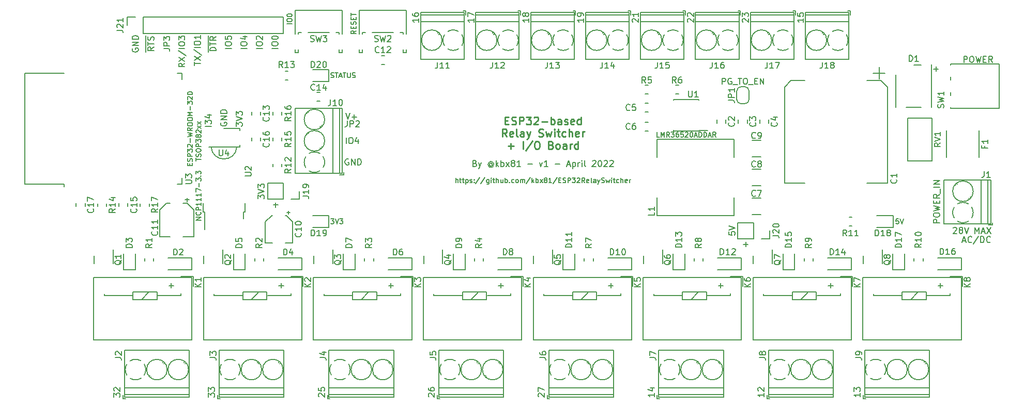
<source format=gbr>
%TF.GenerationSoftware,KiCad,Pcbnew,(6.0.0-0)*%
%TF.CreationDate,2022-04-09T17:51:33-05:00*%
%TF.ProjectId,ESP32RelaySwitcher,45535033-3252-4656-9c61-795377697463,rev?*%
%TF.SameCoordinates,Original*%
%TF.FileFunction,Legend,Top*%
%TF.FilePolarity,Positive*%
%FSLAX46Y46*%
G04 Gerber Fmt 4.6, Leading zero omitted, Abs format (unit mm)*
G04 Created by KiCad (PCBNEW (6.0.0-0)) date 2022-04-09 17:51:33*
%MOMM*%
%LPD*%
G01*
G04 APERTURE LIST*
%ADD10C,0.200000*%
%ADD11C,0.250000*%
%ADD12C,0.160000*%
%ADD13C,0.150000*%
G04 APERTURE END LIST*
D10*
X134857142Y-85928571D02*
X134999999Y-85976190D01*
X135047619Y-86023809D01*
X135095238Y-86119047D01*
X135095238Y-86261904D01*
X135047619Y-86357142D01*
X134999999Y-86404761D01*
X134904761Y-86452380D01*
X134523809Y-86452380D01*
X134523809Y-85452380D01*
X134857142Y-85452380D01*
X134952380Y-85500000D01*
X134999999Y-85547619D01*
X135047619Y-85642857D01*
X135047619Y-85738095D01*
X134999999Y-85833333D01*
X134952380Y-85880952D01*
X134857142Y-85928571D01*
X134523809Y-85928571D01*
X135428571Y-85785714D02*
X135666666Y-86452380D01*
X135904761Y-85785714D02*
X135666666Y-86452380D01*
X135571428Y-86690476D01*
X135523809Y-86738095D01*
X135428571Y-86785714D01*
X137666666Y-85976190D02*
X137619047Y-85928571D01*
X137523809Y-85880952D01*
X137428571Y-85880952D01*
X137333333Y-85928571D01*
X137285714Y-85976190D01*
X137238095Y-86071428D01*
X137238095Y-86166666D01*
X137285714Y-86261904D01*
X137333333Y-86309523D01*
X137428571Y-86357142D01*
X137523809Y-86357142D01*
X137619047Y-86309523D01*
X137666666Y-86261904D01*
X137666666Y-85880952D02*
X137666666Y-86261904D01*
X137714285Y-86309523D01*
X137761904Y-86309523D01*
X137857142Y-86261904D01*
X137904761Y-86166666D01*
X137904761Y-85928571D01*
X137809523Y-85785714D01*
X137666666Y-85690476D01*
X137476190Y-85642857D01*
X137285714Y-85690476D01*
X137142857Y-85785714D01*
X137047619Y-85928571D01*
X136999999Y-86119047D01*
X137047619Y-86309523D01*
X137142857Y-86452380D01*
X137285714Y-86547619D01*
X137476190Y-86595238D01*
X137666666Y-86547619D01*
X137809523Y-86452380D01*
X138333333Y-86452380D02*
X138333333Y-85452380D01*
X138428571Y-86071428D02*
X138714285Y-86452380D01*
X138714285Y-85785714D02*
X138333333Y-86166666D01*
X139142857Y-86452380D02*
X139142857Y-85452380D01*
X139142857Y-85833333D02*
X139238095Y-85785714D01*
X139428571Y-85785714D01*
X139523809Y-85833333D01*
X139571428Y-85880952D01*
X139619047Y-85976190D01*
X139619047Y-86261904D01*
X139571428Y-86357142D01*
X139523809Y-86404761D01*
X139428571Y-86452380D01*
X139238095Y-86452380D01*
X139142857Y-86404761D01*
X139952380Y-86452380D02*
X140476190Y-85785714D01*
X139952380Y-85785714D02*
X140476190Y-86452380D01*
X140999999Y-85880952D02*
X140904761Y-85833333D01*
X140857142Y-85785714D01*
X140809523Y-85690476D01*
X140809523Y-85642857D01*
X140857142Y-85547619D01*
X140904761Y-85500000D01*
X140999999Y-85452380D01*
X141190476Y-85452380D01*
X141285714Y-85500000D01*
X141333333Y-85547619D01*
X141380952Y-85642857D01*
X141380952Y-85690476D01*
X141333333Y-85785714D01*
X141285714Y-85833333D01*
X141190476Y-85880952D01*
X140999999Y-85880952D01*
X140904761Y-85928571D01*
X140857142Y-85976190D01*
X140809523Y-86071428D01*
X140809523Y-86261904D01*
X140857142Y-86357142D01*
X140904761Y-86404761D01*
X140999999Y-86452380D01*
X141190476Y-86452380D01*
X141285714Y-86404761D01*
X141333333Y-86357142D01*
X141380952Y-86261904D01*
X141380952Y-86071428D01*
X141333333Y-85976190D01*
X141285714Y-85928571D01*
X141190476Y-85880952D01*
X142333333Y-86452380D02*
X141761904Y-86452380D01*
X142047619Y-86452380D02*
X142047619Y-85452380D01*
X141952380Y-85595238D01*
X141857142Y-85690476D01*
X141761904Y-85738095D01*
X143523809Y-86071428D02*
X144285714Y-86071428D01*
X145428571Y-85785714D02*
X145666666Y-86452380D01*
X145904761Y-85785714D01*
X146809523Y-86452380D02*
X146238095Y-86452380D01*
X146523809Y-86452380D02*
X146523809Y-85452380D01*
X146428571Y-85595238D01*
X146333333Y-85690476D01*
X146238095Y-85738095D01*
X147999999Y-86071428D02*
X148761904Y-86071428D01*
X149952380Y-86166666D02*
X150428571Y-86166666D01*
X149857142Y-86452380D02*
X150190476Y-85452380D01*
X150523809Y-86452380D01*
X150857142Y-85785714D02*
X150857142Y-86785714D01*
X150857142Y-85833333D02*
X150952380Y-85785714D01*
X151142857Y-85785714D01*
X151238095Y-85833333D01*
X151285714Y-85880952D01*
X151333333Y-85976190D01*
X151333333Y-86261904D01*
X151285714Y-86357142D01*
X151238095Y-86404761D01*
X151142857Y-86452380D01*
X150952380Y-86452380D01*
X150857142Y-86404761D01*
X151761904Y-86452380D02*
X151761904Y-85785714D01*
X151761904Y-85976190D02*
X151809523Y-85880952D01*
X151857142Y-85833333D01*
X151952380Y-85785714D01*
X152047619Y-85785714D01*
X152380952Y-86452380D02*
X152380952Y-85785714D01*
X152380952Y-85452380D02*
X152333333Y-85500000D01*
X152380952Y-85547619D01*
X152428571Y-85500000D01*
X152380952Y-85452380D01*
X152380952Y-85547619D01*
X152999999Y-86452380D02*
X152904761Y-86404761D01*
X152857142Y-86309523D01*
X152857142Y-85452380D01*
X154095238Y-85547619D02*
X154142857Y-85500000D01*
X154238095Y-85452380D01*
X154476190Y-85452380D01*
X154571428Y-85500000D01*
X154619047Y-85547619D01*
X154666666Y-85642857D01*
X154666666Y-85738095D01*
X154619047Y-85880952D01*
X154047619Y-86452380D01*
X154666666Y-86452380D01*
X155285714Y-85452380D02*
X155380952Y-85452380D01*
X155476190Y-85500000D01*
X155523809Y-85547619D01*
X155571428Y-85642857D01*
X155619047Y-85833333D01*
X155619047Y-86071428D01*
X155571428Y-86261904D01*
X155523809Y-86357142D01*
X155476190Y-86404761D01*
X155380952Y-86452380D01*
X155285714Y-86452380D01*
X155190476Y-86404761D01*
X155142857Y-86357142D01*
X155095238Y-86261904D01*
X155047619Y-86071428D01*
X155047619Y-85833333D01*
X155095238Y-85642857D01*
X155142857Y-85547619D01*
X155190476Y-85500000D01*
X155285714Y-85452380D01*
X155999999Y-85547619D02*
X156047619Y-85500000D01*
X156142857Y-85452380D01*
X156380952Y-85452380D01*
X156476190Y-85500000D01*
X156523809Y-85547619D01*
X156571428Y-85642857D01*
X156571428Y-85738095D01*
X156523809Y-85880952D01*
X155952380Y-86452380D01*
X156571428Y-86452380D01*
X156952380Y-85547619D02*
X156999999Y-85500000D01*
X157095238Y-85452380D01*
X157333333Y-85452380D01*
X157428571Y-85500000D01*
X157476190Y-85547619D01*
X157523809Y-85642857D01*
X157523809Y-85738095D01*
X157476190Y-85880952D01*
X156904761Y-86452380D01*
X157523809Y-86452380D01*
D11*
X139809523Y-78898214D02*
X140226190Y-78898214D01*
X140404761Y-79552976D02*
X139809523Y-79552976D01*
X139809523Y-78302976D01*
X140404761Y-78302976D01*
X140880952Y-79493452D02*
X141059523Y-79552976D01*
X141357142Y-79552976D01*
X141476190Y-79493452D01*
X141535714Y-79433928D01*
X141595238Y-79314880D01*
X141595238Y-79195833D01*
X141535714Y-79076785D01*
X141476190Y-79017261D01*
X141357142Y-78957738D01*
X141119047Y-78898214D01*
X140999999Y-78838690D01*
X140940476Y-78779166D01*
X140880952Y-78660119D01*
X140880952Y-78541071D01*
X140940476Y-78422023D01*
X140999999Y-78362500D01*
X141119047Y-78302976D01*
X141416666Y-78302976D01*
X141595238Y-78362500D01*
X142130952Y-79552976D02*
X142130952Y-78302976D01*
X142607142Y-78302976D01*
X142726190Y-78362500D01*
X142785714Y-78422023D01*
X142845238Y-78541071D01*
X142845238Y-78719642D01*
X142785714Y-78838690D01*
X142726190Y-78898214D01*
X142607142Y-78957738D01*
X142130952Y-78957738D01*
X143261904Y-78302976D02*
X144035714Y-78302976D01*
X143619047Y-78779166D01*
X143797619Y-78779166D01*
X143916666Y-78838690D01*
X143976190Y-78898214D01*
X144035714Y-79017261D01*
X144035714Y-79314880D01*
X143976190Y-79433928D01*
X143916666Y-79493452D01*
X143797619Y-79552976D01*
X143440476Y-79552976D01*
X143321428Y-79493452D01*
X143261904Y-79433928D01*
X144511904Y-78422023D02*
X144571428Y-78362500D01*
X144690476Y-78302976D01*
X144988095Y-78302976D01*
X145107142Y-78362500D01*
X145166666Y-78422023D01*
X145226190Y-78541071D01*
X145226190Y-78660119D01*
X145166666Y-78838690D01*
X144452380Y-79552976D01*
X145226190Y-79552976D01*
X145761904Y-79076785D02*
X146714285Y-79076785D01*
X147309523Y-79552976D02*
X147309523Y-78302976D01*
X147309523Y-78779166D02*
X147428571Y-78719642D01*
X147666666Y-78719642D01*
X147785714Y-78779166D01*
X147845238Y-78838690D01*
X147904761Y-78957738D01*
X147904761Y-79314880D01*
X147845238Y-79433928D01*
X147785714Y-79493452D01*
X147666666Y-79552976D01*
X147428571Y-79552976D01*
X147309523Y-79493452D01*
X148976190Y-79552976D02*
X148976190Y-78898214D01*
X148916666Y-78779166D01*
X148797619Y-78719642D01*
X148559523Y-78719642D01*
X148440476Y-78779166D01*
X148976190Y-79493452D02*
X148857142Y-79552976D01*
X148559523Y-79552976D01*
X148440476Y-79493452D01*
X148380952Y-79374404D01*
X148380952Y-79255357D01*
X148440476Y-79136309D01*
X148559523Y-79076785D01*
X148857142Y-79076785D01*
X148976190Y-79017261D01*
X149511904Y-79493452D02*
X149630952Y-79552976D01*
X149869047Y-79552976D01*
X149988095Y-79493452D01*
X150047619Y-79374404D01*
X150047619Y-79314880D01*
X149988095Y-79195833D01*
X149869047Y-79136309D01*
X149690476Y-79136309D01*
X149571428Y-79076785D01*
X149511904Y-78957738D01*
X149511904Y-78898214D01*
X149571428Y-78779166D01*
X149690476Y-78719642D01*
X149869047Y-78719642D01*
X149988095Y-78779166D01*
X151059523Y-79493452D02*
X150940476Y-79552976D01*
X150702380Y-79552976D01*
X150583333Y-79493452D01*
X150523809Y-79374404D01*
X150523809Y-78898214D01*
X150583333Y-78779166D01*
X150702380Y-78719642D01*
X150940476Y-78719642D01*
X151059523Y-78779166D01*
X151119047Y-78898214D01*
X151119047Y-79017261D01*
X150523809Y-79136309D01*
X152190476Y-79552976D02*
X152190476Y-78302976D01*
X152190476Y-79493452D02*
X152071428Y-79552976D01*
X151833333Y-79552976D01*
X151714285Y-79493452D01*
X151654761Y-79433928D01*
X151595238Y-79314880D01*
X151595238Y-78957738D01*
X151654761Y-78838690D01*
X151714285Y-78779166D01*
X151833333Y-78719642D01*
X152071428Y-78719642D01*
X152190476Y-78779166D01*
X140077380Y-81565476D02*
X139660714Y-80970238D01*
X139363095Y-81565476D02*
X139363095Y-80315476D01*
X139839285Y-80315476D01*
X139958333Y-80375000D01*
X140017857Y-80434523D01*
X140077380Y-80553571D01*
X140077380Y-80732142D01*
X140017857Y-80851190D01*
X139958333Y-80910714D01*
X139839285Y-80970238D01*
X139363095Y-80970238D01*
X141089285Y-81505952D02*
X140970238Y-81565476D01*
X140732142Y-81565476D01*
X140613095Y-81505952D01*
X140553571Y-81386904D01*
X140553571Y-80910714D01*
X140613095Y-80791666D01*
X140732142Y-80732142D01*
X140970238Y-80732142D01*
X141089285Y-80791666D01*
X141148809Y-80910714D01*
X141148809Y-81029761D01*
X140553571Y-81148809D01*
X141863095Y-81565476D02*
X141744047Y-81505952D01*
X141684523Y-81386904D01*
X141684523Y-80315476D01*
X142875000Y-81565476D02*
X142875000Y-80910714D01*
X142815476Y-80791666D01*
X142696428Y-80732142D01*
X142458333Y-80732142D01*
X142339285Y-80791666D01*
X142875000Y-81505952D02*
X142755952Y-81565476D01*
X142458333Y-81565476D01*
X142339285Y-81505952D01*
X142279761Y-81386904D01*
X142279761Y-81267857D01*
X142339285Y-81148809D01*
X142458333Y-81089285D01*
X142755952Y-81089285D01*
X142875000Y-81029761D01*
X143351190Y-80732142D02*
X143648809Y-81565476D01*
X143946428Y-80732142D02*
X143648809Y-81565476D01*
X143529761Y-81863095D01*
X143470238Y-81922619D01*
X143351190Y-81982142D01*
X145315476Y-81505952D02*
X145494047Y-81565476D01*
X145791666Y-81565476D01*
X145910714Y-81505952D01*
X145970238Y-81446428D01*
X146029761Y-81327380D01*
X146029761Y-81208333D01*
X145970238Y-81089285D01*
X145910714Y-81029761D01*
X145791666Y-80970238D01*
X145553571Y-80910714D01*
X145434523Y-80851190D01*
X145375000Y-80791666D01*
X145315476Y-80672619D01*
X145315476Y-80553571D01*
X145375000Y-80434523D01*
X145434523Y-80375000D01*
X145553571Y-80315476D01*
X145851190Y-80315476D01*
X146029761Y-80375000D01*
X146446428Y-80732142D02*
X146684523Y-81565476D01*
X146922619Y-80970238D01*
X147160714Y-81565476D01*
X147398809Y-80732142D01*
X147875000Y-81565476D02*
X147875000Y-80732142D01*
X147875000Y-80315476D02*
X147815476Y-80375000D01*
X147875000Y-80434523D01*
X147934523Y-80375000D01*
X147875000Y-80315476D01*
X147875000Y-80434523D01*
X148291666Y-80732142D02*
X148767857Y-80732142D01*
X148470238Y-80315476D02*
X148470238Y-81386904D01*
X148529761Y-81505952D01*
X148648809Y-81565476D01*
X148767857Y-81565476D01*
X149720238Y-81505952D02*
X149601190Y-81565476D01*
X149363095Y-81565476D01*
X149244047Y-81505952D01*
X149184523Y-81446428D01*
X149125000Y-81327380D01*
X149125000Y-80970238D01*
X149184523Y-80851190D01*
X149244047Y-80791666D01*
X149363095Y-80732142D01*
X149601190Y-80732142D01*
X149720238Y-80791666D01*
X150255952Y-81565476D02*
X150255952Y-80315476D01*
X150791666Y-81565476D02*
X150791666Y-80910714D01*
X150732142Y-80791666D01*
X150613095Y-80732142D01*
X150434523Y-80732142D01*
X150315476Y-80791666D01*
X150255952Y-80851190D01*
X151863095Y-81505952D02*
X151744047Y-81565476D01*
X151505952Y-81565476D01*
X151386904Y-81505952D01*
X151327380Y-81386904D01*
X151327380Y-80910714D01*
X151386904Y-80791666D01*
X151505952Y-80732142D01*
X151744047Y-80732142D01*
X151863095Y-80791666D01*
X151922619Y-80910714D01*
X151922619Y-81029761D01*
X151327380Y-81148809D01*
X152458333Y-81565476D02*
X152458333Y-80732142D01*
X152458333Y-80970238D02*
X152517857Y-80851190D01*
X152577380Y-80791666D01*
X152696428Y-80732142D01*
X152815476Y-80732142D01*
X140255952Y-83101785D02*
X141208333Y-83101785D01*
X140732142Y-83577976D02*
X140732142Y-82625595D01*
X142755952Y-83577976D02*
X142755952Y-82327976D01*
X144244047Y-82268452D02*
X143172619Y-83875595D01*
X144898809Y-82327976D02*
X145136904Y-82327976D01*
X145255952Y-82387500D01*
X145375000Y-82506547D01*
X145434523Y-82744642D01*
X145434523Y-83161309D01*
X145375000Y-83399404D01*
X145255952Y-83518452D01*
X145136904Y-83577976D01*
X144898809Y-83577976D01*
X144779761Y-83518452D01*
X144660714Y-83399404D01*
X144601190Y-83161309D01*
X144601190Y-82744642D01*
X144660714Y-82506547D01*
X144779761Y-82387500D01*
X144898809Y-82327976D01*
X147339285Y-82923214D02*
X147517857Y-82982738D01*
X147577380Y-83042261D01*
X147636904Y-83161309D01*
X147636904Y-83339880D01*
X147577380Y-83458928D01*
X147517857Y-83518452D01*
X147398809Y-83577976D01*
X146922619Y-83577976D01*
X146922619Y-82327976D01*
X147339285Y-82327976D01*
X147458333Y-82387500D01*
X147517857Y-82447023D01*
X147577380Y-82566071D01*
X147577380Y-82685119D01*
X147517857Y-82804166D01*
X147458333Y-82863690D01*
X147339285Y-82923214D01*
X146922619Y-82923214D01*
X148351190Y-83577976D02*
X148232142Y-83518452D01*
X148172619Y-83458928D01*
X148113095Y-83339880D01*
X148113095Y-82982738D01*
X148172619Y-82863690D01*
X148232142Y-82804166D01*
X148351190Y-82744642D01*
X148529761Y-82744642D01*
X148648809Y-82804166D01*
X148708333Y-82863690D01*
X148767857Y-82982738D01*
X148767857Y-83339880D01*
X148708333Y-83458928D01*
X148648809Y-83518452D01*
X148529761Y-83577976D01*
X148351190Y-83577976D01*
X149839285Y-83577976D02*
X149839285Y-82923214D01*
X149779761Y-82804166D01*
X149660714Y-82744642D01*
X149422619Y-82744642D01*
X149303571Y-82804166D01*
X149839285Y-83518452D02*
X149720238Y-83577976D01*
X149422619Y-83577976D01*
X149303571Y-83518452D01*
X149244047Y-83399404D01*
X149244047Y-83280357D01*
X149303571Y-83161309D01*
X149422619Y-83101785D01*
X149720238Y-83101785D01*
X149839285Y-83042261D01*
X150434523Y-83577976D02*
X150434523Y-82744642D01*
X150434523Y-82982738D02*
X150494047Y-82863690D01*
X150553571Y-82804166D01*
X150672619Y-82744642D01*
X150791666Y-82744642D01*
X151744047Y-83577976D02*
X151744047Y-82327976D01*
X151744047Y-83518452D02*
X151625000Y-83577976D01*
X151386904Y-83577976D01*
X151267857Y-83518452D01*
X151208333Y-83458928D01*
X151148809Y-83339880D01*
X151148809Y-82982738D01*
X151208333Y-82863690D01*
X151267857Y-82804166D01*
X151386904Y-82744642D01*
X151625000Y-82744642D01*
X151744047Y-82804166D01*
D12*
X131714285Y-89111904D02*
X131714285Y-88311904D01*
X132057142Y-89111904D02*
X132057142Y-88692857D01*
X132019047Y-88616666D01*
X131942857Y-88578571D01*
X131828571Y-88578571D01*
X131752380Y-88616666D01*
X131714285Y-88654761D01*
X132323809Y-88578571D02*
X132628571Y-88578571D01*
X132438095Y-88311904D02*
X132438095Y-88997619D01*
X132476190Y-89073809D01*
X132552380Y-89111904D01*
X132628571Y-89111904D01*
X132780952Y-88578571D02*
X133085714Y-88578571D01*
X132895238Y-88311904D02*
X132895238Y-88997619D01*
X132933333Y-89073809D01*
X133009523Y-89111904D01*
X133085714Y-89111904D01*
X133352380Y-88578571D02*
X133352380Y-89378571D01*
X133352380Y-88616666D02*
X133428571Y-88578571D01*
X133580952Y-88578571D01*
X133657142Y-88616666D01*
X133695238Y-88654761D01*
X133733333Y-88730952D01*
X133733333Y-88959523D01*
X133695238Y-89035714D01*
X133657142Y-89073809D01*
X133580952Y-89111904D01*
X133428571Y-89111904D01*
X133352380Y-89073809D01*
X134038095Y-89073809D02*
X134114285Y-89111904D01*
X134266666Y-89111904D01*
X134342857Y-89073809D01*
X134380952Y-88997619D01*
X134380952Y-88959523D01*
X134342857Y-88883333D01*
X134266666Y-88845238D01*
X134152380Y-88845238D01*
X134076190Y-88807142D01*
X134038095Y-88730952D01*
X134038095Y-88692857D01*
X134076190Y-88616666D01*
X134152380Y-88578571D01*
X134266666Y-88578571D01*
X134342857Y-88616666D01*
X134723809Y-89035714D02*
X134761904Y-89073809D01*
X134723809Y-89111904D01*
X134685714Y-89073809D01*
X134723809Y-89035714D01*
X134723809Y-89111904D01*
X134723809Y-88616666D02*
X134761904Y-88654761D01*
X134723809Y-88692857D01*
X134685714Y-88654761D01*
X134723809Y-88616666D01*
X134723809Y-88692857D01*
X135676190Y-88273809D02*
X134990476Y-89302380D01*
X136514285Y-88273809D02*
X135828571Y-89302380D01*
X137123809Y-88578571D02*
X137123809Y-89226190D01*
X137085714Y-89302380D01*
X137047619Y-89340476D01*
X136971428Y-89378571D01*
X136857142Y-89378571D01*
X136780952Y-89340476D01*
X137123809Y-89073809D02*
X137047619Y-89111904D01*
X136895238Y-89111904D01*
X136819047Y-89073809D01*
X136780952Y-89035714D01*
X136742857Y-88959523D01*
X136742857Y-88730952D01*
X136780952Y-88654761D01*
X136819047Y-88616666D01*
X136895238Y-88578571D01*
X137047619Y-88578571D01*
X137123809Y-88616666D01*
X137504761Y-89111904D02*
X137504761Y-88578571D01*
X137504761Y-88311904D02*
X137466666Y-88350000D01*
X137504761Y-88388095D01*
X137542857Y-88350000D01*
X137504761Y-88311904D01*
X137504761Y-88388095D01*
X137771428Y-88578571D02*
X138076190Y-88578571D01*
X137885714Y-88311904D02*
X137885714Y-88997619D01*
X137923809Y-89073809D01*
X138000000Y-89111904D01*
X138076190Y-89111904D01*
X138342857Y-89111904D02*
X138342857Y-88311904D01*
X138685714Y-89111904D02*
X138685714Y-88692857D01*
X138647619Y-88616666D01*
X138571428Y-88578571D01*
X138457142Y-88578571D01*
X138380952Y-88616666D01*
X138342857Y-88654761D01*
X139409523Y-88578571D02*
X139409523Y-89111904D01*
X139066666Y-88578571D02*
X139066666Y-88997619D01*
X139104761Y-89073809D01*
X139180952Y-89111904D01*
X139295238Y-89111904D01*
X139371428Y-89073809D01*
X139409523Y-89035714D01*
X139790476Y-89111904D02*
X139790476Y-88311904D01*
X139790476Y-88616666D02*
X139866666Y-88578571D01*
X140019047Y-88578571D01*
X140095238Y-88616666D01*
X140133333Y-88654761D01*
X140171428Y-88730952D01*
X140171428Y-88959523D01*
X140133333Y-89035714D01*
X140095238Y-89073809D01*
X140019047Y-89111904D01*
X139866666Y-89111904D01*
X139790476Y-89073809D01*
X140514285Y-89035714D02*
X140552380Y-89073809D01*
X140514285Y-89111904D01*
X140476190Y-89073809D01*
X140514285Y-89035714D01*
X140514285Y-89111904D01*
X141238095Y-89073809D02*
X141161904Y-89111904D01*
X141009523Y-89111904D01*
X140933333Y-89073809D01*
X140895238Y-89035714D01*
X140857142Y-88959523D01*
X140857142Y-88730952D01*
X140895238Y-88654761D01*
X140933333Y-88616666D01*
X141009523Y-88578571D01*
X141161904Y-88578571D01*
X141238095Y-88616666D01*
X141695238Y-89111904D02*
X141619047Y-89073809D01*
X141580952Y-89035714D01*
X141542857Y-88959523D01*
X141542857Y-88730952D01*
X141580952Y-88654761D01*
X141619047Y-88616666D01*
X141695238Y-88578571D01*
X141809523Y-88578571D01*
X141885714Y-88616666D01*
X141923809Y-88654761D01*
X141961904Y-88730952D01*
X141961904Y-88959523D01*
X141923809Y-89035714D01*
X141885714Y-89073809D01*
X141809523Y-89111904D01*
X141695238Y-89111904D01*
X142304761Y-89111904D02*
X142304761Y-88578571D01*
X142304761Y-88654761D02*
X142342857Y-88616666D01*
X142419047Y-88578571D01*
X142533333Y-88578571D01*
X142609523Y-88616666D01*
X142647619Y-88692857D01*
X142647619Y-89111904D01*
X142647619Y-88692857D02*
X142685714Y-88616666D01*
X142761904Y-88578571D01*
X142876190Y-88578571D01*
X142952380Y-88616666D01*
X142990476Y-88692857D01*
X142990476Y-89111904D01*
X143942857Y-88273809D02*
X143257142Y-89302380D01*
X144209523Y-89111904D02*
X144209523Y-88311904D01*
X144285714Y-88807142D02*
X144514285Y-89111904D01*
X144514285Y-88578571D02*
X144209523Y-88883333D01*
X144857142Y-89111904D02*
X144857142Y-88311904D01*
X144857142Y-88616666D02*
X144933333Y-88578571D01*
X145085714Y-88578571D01*
X145161904Y-88616666D01*
X145200000Y-88654761D01*
X145238095Y-88730952D01*
X145238095Y-88959523D01*
X145200000Y-89035714D01*
X145161904Y-89073809D01*
X145085714Y-89111904D01*
X144933333Y-89111904D01*
X144857142Y-89073809D01*
X145504761Y-89111904D02*
X145923809Y-88578571D01*
X145504761Y-88578571D02*
X145923809Y-89111904D01*
X146342857Y-88654761D02*
X146266666Y-88616666D01*
X146228571Y-88578571D01*
X146190476Y-88502380D01*
X146190476Y-88464285D01*
X146228571Y-88388095D01*
X146266666Y-88350000D01*
X146342857Y-88311904D01*
X146495238Y-88311904D01*
X146571428Y-88350000D01*
X146609523Y-88388095D01*
X146647619Y-88464285D01*
X146647619Y-88502380D01*
X146609523Y-88578571D01*
X146571428Y-88616666D01*
X146495238Y-88654761D01*
X146342857Y-88654761D01*
X146266666Y-88692857D01*
X146228571Y-88730952D01*
X146190476Y-88807142D01*
X146190476Y-88959523D01*
X146228571Y-89035714D01*
X146266666Y-89073809D01*
X146342857Y-89111904D01*
X146495238Y-89111904D01*
X146571428Y-89073809D01*
X146609523Y-89035714D01*
X146647619Y-88959523D01*
X146647619Y-88807142D01*
X146609523Y-88730952D01*
X146571428Y-88692857D01*
X146495238Y-88654761D01*
X147409523Y-89111904D02*
X146952380Y-89111904D01*
X147180952Y-89111904D02*
X147180952Y-88311904D01*
X147104761Y-88426190D01*
X147028571Y-88502380D01*
X146952380Y-88540476D01*
X148323809Y-88273809D02*
X147638095Y-89302380D01*
X148590476Y-88692857D02*
X148857142Y-88692857D01*
X148971428Y-89111904D02*
X148590476Y-89111904D01*
X148590476Y-88311904D01*
X148971428Y-88311904D01*
X149276190Y-89073809D02*
X149390476Y-89111904D01*
X149580952Y-89111904D01*
X149657142Y-89073809D01*
X149695238Y-89035714D01*
X149733333Y-88959523D01*
X149733333Y-88883333D01*
X149695238Y-88807142D01*
X149657142Y-88769047D01*
X149580952Y-88730952D01*
X149428571Y-88692857D01*
X149352380Y-88654761D01*
X149314285Y-88616666D01*
X149276190Y-88540476D01*
X149276190Y-88464285D01*
X149314285Y-88388095D01*
X149352380Y-88350000D01*
X149428571Y-88311904D01*
X149619047Y-88311904D01*
X149733333Y-88350000D01*
X150076190Y-89111904D02*
X150076190Y-88311904D01*
X150380952Y-88311904D01*
X150457142Y-88350000D01*
X150495238Y-88388095D01*
X150533333Y-88464285D01*
X150533333Y-88578571D01*
X150495238Y-88654761D01*
X150457142Y-88692857D01*
X150380952Y-88730952D01*
X150076190Y-88730952D01*
X150800000Y-88311904D02*
X151295238Y-88311904D01*
X151028571Y-88616666D01*
X151142857Y-88616666D01*
X151219047Y-88654761D01*
X151257142Y-88692857D01*
X151295238Y-88769047D01*
X151295238Y-88959523D01*
X151257142Y-89035714D01*
X151219047Y-89073809D01*
X151142857Y-89111904D01*
X150914285Y-89111904D01*
X150838095Y-89073809D01*
X150800000Y-89035714D01*
X151600000Y-88388095D02*
X151638095Y-88350000D01*
X151714285Y-88311904D01*
X151904761Y-88311904D01*
X151980952Y-88350000D01*
X152019047Y-88388095D01*
X152057142Y-88464285D01*
X152057142Y-88540476D01*
X152019047Y-88654761D01*
X151561904Y-89111904D01*
X152057142Y-89111904D01*
X152857142Y-89111904D02*
X152590476Y-88730952D01*
X152400000Y-89111904D02*
X152400000Y-88311904D01*
X152704761Y-88311904D01*
X152780952Y-88350000D01*
X152819047Y-88388095D01*
X152857142Y-88464285D01*
X152857142Y-88578571D01*
X152819047Y-88654761D01*
X152780952Y-88692857D01*
X152704761Y-88730952D01*
X152400000Y-88730952D01*
X153504761Y-89073809D02*
X153428571Y-89111904D01*
X153276190Y-89111904D01*
X153200000Y-89073809D01*
X153161904Y-88997619D01*
X153161904Y-88692857D01*
X153200000Y-88616666D01*
X153276190Y-88578571D01*
X153428571Y-88578571D01*
X153504761Y-88616666D01*
X153542857Y-88692857D01*
X153542857Y-88769047D01*
X153161904Y-88845238D01*
X154000000Y-89111904D02*
X153923809Y-89073809D01*
X153885714Y-88997619D01*
X153885714Y-88311904D01*
X154647619Y-89111904D02*
X154647619Y-88692857D01*
X154609523Y-88616666D01*
X154533333Y-88578571D01*
X154380952Y-88578571D01*
X154304761Y-88616666D01*
X154647619Y-89073809D02*
X154571428Y-89111904D01*
X154380952Y-89111904D01*
X154304761Y-89073809D01*
X154266666Y-88997619D01*
X154266666Y-88921428D01*
X154304761Y-88845238D01*
X154380952Y-88807142D01*
X154571428Y-88807142D01*
X154647619Y-88769047D01*
X154952380Y-88578571D02*
X155142857Y-89111904D01*
X155333333Y-88578571D02*
X155142857Y-89111904D01*
X155066666Y-89302380D01*
X155028571Y-89340476D01*
X154952380Y-89378571D01*
X155600000Y-89073809D02*
X155714285Y-89111904D01*
X155904761Y-89111904D01*
X155980952Y-89073809D01*
X156019047Y-89035714D01*
X156057142Y-88959523D01*
X156057142Y-88883333D01*
X156019047Y-88807142D01*
X155980952Y-88769047D01*
X155904761Y-88730952D01*
X155752380Y-88692857D01*
X155676190Y-88654761D01*
X155638095Y-88616666D01*
X155600000Y-88540476D01*
X155600000Y-88464285D01*
X155638095Y-88388095D01*
X155676190Y-88350000D01*
X155752380Y-88311904D01*
X155942857Y-88311904D01*
X156057142Y-88350000D01*
X156323809Y-88578571D02*
X156476190Y-89111904D01*
X156628571Y-88730952D01*
X156780952Y-89111904D01*
X156933333Y-88578571D01*
X157238095Y-89111904D02*
X157238095Y-88578571D01*
X157238095Y-88311904D02*
X157200000Y-88350000D01*
X157238095Y-88388095D01*
X157276190Y-88350000D01*
X157238095Y-88311904D01*
X157238095Y-88388095D01*
X157504761Y-88578571D02*
X157809523Y-88578571D01*
X157619047Y-88311904D02*
X157619047Y-88997619D01*
X157657142Y-89073809D01*
X157733333Y-89111904D01*
X157809523Y-89111904D01*
X158419047Y-89073809D02*
X158342857Y-89111904D01*
X158190476Y-89111904D01*
X158114285Y-89073809D01*
X158076190Y-89035714D01*
X158038095Y-88959523D01*
X158038095Y-88730952D01*
X158076190Y-88654761D01*
X158114285Y-88616666D01*
X158190476Y-88578571D01*
X158342857Y-88578571D01*
X158419047Y-88616666D01*
X158761904Y-89111904D02*
X158761904Y-88311904D01*
X159104761Y-89111904D02*
X159104761Y-88692857D01*
X159066666Y-88616666D01*
X158990476Y-88578571D01*
X158876190Y-88578571D01*
X158800000Y-88616666D01*
X158761904Y-88654761D01*
X159790476Y-89073809D02*
X159714285Y-89111904D01*
X159561904Y-89111904D01*
X159485714Y-89073809D01*
X159447619Y-88997619D01*
X159447619Y-88692857D01*
X159485714Y-88616666D01*
X159561904Y-88578571D01*
X159714285Y-88578571D01*
X159790476Y-88616666D01*
X159828571Y-88692857D01*
X159828571Y-88769047D01*
X159447619Y-88845238D01*
X160171428Y-89111904D02*
X160171428Y-88578571D01*
X160171428Y-88730952D02*
X160209523Y-88654761D01*
X160247619Y-88616666D01*
X160323809Y-88578571D01*
X160400000Y-88578571D01*
D10*
%TO.C,D19*%
X108035714Y-97852380D02*
X108035714Y-96852380D01*
X108273809Y-96852380D01*
X108416666Y-96900000D01*
X108511904Y-96995238D01*
X108559523Y-97090476D01*
X108607142Y-97280952D01*
X108607142Y-97423809D01*
X108559523Y-97614285D01*
X108511904Y-97709523D01*
X108416666Y-97804761D01*
X108273809Y-97852380D01*
X108035714Y-97852380D01*
X109559523Y-97852380D02*
X108988095Y-97852380D01*
X109273809Y-97852380D02*
X109273809Y-96852380D01*
X109178571Y-96995238D01*
X109083333Y-97090476D01*
X108988095Y-97138095D01*
X110035714Y-97852380D02*
X110226190Y-97852380D01*
X110321428Y-97804761D01*
X110369047Y-97757142D01*
X110464285Y-97614285D01*
X110511904Y-97423809D01*
X110511904Y-97042857D01*
X110464285Y-96947619D01*
X110416666Y-96900000D01*
X110321428Y-96852380D01*
X110130952Y-96852380D01*
X110035714Y-96900000D01*
X109988095Y-96947619D01*
X109940476Y-97042857D01*
X109940476Y-97280952D01*
X109988095Y-97376190D01*
X110035714Y-97423809D01*
X110130952Y-97471428D01*
X110321428Y-97471428D01*
X110416666Y-97423809D01*
X110464285Y-97376190D01*
X110511904Y-97280952D01*
D12*
X111259523Y-95050015D02*
X111754761Y-95050015D01*
X111488095Y-95354777D01*
X111602380Y-95354777D01*
X111678571Y-95392872D01*
X111716666Y-95430968D01*
X111754761Y-95507158D01*
X111754761Y-95697634D01*
X111716666Y-95773825D01*
X111678571Y-95811920D01*
X111602380Y-95850015D01*
X111373809Y-95850015D01*
X111297619Y-95811920D01*
X111259523Y-95773825D01*
X111983333Y-95050015D02*
X112250000Y-95850015D01*
X112516666Y-95050015D01*
X112707142Y-95050015D02*
X113202380Y-95050015D01*
X112935714Y-95354777D01*
X113050000Y-95354777D01*
X113126190Y-95392872D01*
X113164285Y-95430968D01*
X113202380Y-95507158D01*
X113202380Y-95697634D01*
X113164285Y-95773825D01*
X113126190Y-95811920D01*
X113050000Y-95850015D01*
X112821428Y-95850015D01*
X112745238Y-95811920D01*
X112707142Y-95773825D01*
D10*
%TO.C,J19*%
X106652380Y-91297634D02*
X107366666Y-91297634D01*
X107509523Y-91345253D01*
X107604761Y-91440491D01*
X107652380Y-91583349D01*
X107652380Y-91678587D01*
X107652380Y-90297634D02*
X107652380Y-90869063D01*
X107652380Y-90583349D02*
X106652380Y-90583349D01*
X106795238Y-90678587D01*
X106890476Y-90773825D01*
X106938095Y-90869063D01*
X107652380Y-89821444D02*
X107652380Y-89630968D01*
X107604761Y-89535730D01*
X107557142Y-89488111D01*
X107414285Y-89392872D01*
X107223809Y-89345253D01*
X106842857Y-89345253D01*
X106747619Y-89392872D01*
X106700000Y-89440491D01*
X106652380Y-89535730D01*
X106652380Y-89726206D01*
X106700000Y-89821444D01*
X106747619Y-89869063D01*
X106842857Y-89916682D01*
X107080952Y-89916682D01*
X107176190Y-89869063D01*
X107223809Y-89821444D01*
X107271428Y-89726206D01*
X107271428Y-89535730D01*
X107223809Y-89440491D01*
X107176190Y-89392872D01*
X107080952Y-89345253D01*
X99352380Y-91751206D02*
X99352380Y-91132158D01*
X99733333Y-91465491D01*
X99733333Y-91322634D01*
X99780952Y-91227396D01*
X99828571Y-91179777D01*
X99923809Y-91132158D01*
X100161904Y-91132158D01*
X100257142Y-91179777D01*
X100304761Y-91227396D01*
X100352380Y-91322634D01*
X100352380Y-91608349D01*
X100304761Y-91703587D01*
X100257142Y-91751206D01*
X99352380Y-90846444D02*
X100352380Y-90513111D01*
X99352380Y-90179777D01*
X99352380Y-89941682D02*
X99352380Y-89322634D01*
X99733333Y-89655968D01*
X99733333Y-89513111D01*
X99780952Y-89417872D01*
X99828571Y-89370253D01*
X99923809Y-89322634D01*
X100161904Y-89322634D01*
X100257142Y-89370253D01*
X100304761Y-89417872D01*
X100352380Y-89513111D01*
X100352380Y-89798825D01*
X100304761Y-89894063D01*
X100257142Y-89941682D01*
X102228571Y-92357158D02*
X102228571Y-93119063D01*
X101847619Y-92738111D02*
X102609523Y-92738111D01*
%TO.C,D11*%
X150702380Y-99714285D02*
X149702380Y-99714285D01*
X149702380Y-99476190D01*
X149750000Y-99333333D01*
X149845238Y-99238095D01*
X149940476Y-99190476D01*
X150130952Y-99142857D01*
X150273809Y-99142857D01*
X150464285Y-99190476D01*
X150559523Y-99238095D01*
X150654761Y-99333333D01*
X150702380Y-99476190D01*
X150702380Y-99714285D01*
X150702380Y-98190476D02*
X150702380Y-98761904D01*
X150702380Y-98476190D02*
X149702380Y-98476190D01*
X149845238Y-98571428D01*
X149940476Y-98666666D01*
X149988095Y-98761904D01*
X150702380Y-97238095D02*
X150702380Y-97809523D01*
X150702380Y-97523809D02*
X149702380Y-97523809D01*
X149845238Y-97619047D01*
X149940476Y-97714285D01*
X149988095Y-97809523D01*
%TO.C,R15*%
X104716424Y-82630968D02*
X104240234Y-82964301D01*
X104716424Y-83202396D02*
X103716424Y-83202396D01*
X103716424Y-82821444D01*
X103764044Y-82726206D01*
X103811663Y-82678587D01*
X103906901Y-82630968D01*
X104049758Y-82630968D01*
X104144996Y-82678587D01*
X104192615Y-82726206D01*
X104240234Y-82821444D01*
X104240234Y-83202396D01*
X104716424Y-81678587D02*
X104716424Y-82250015D01*
X104716424Y-81964301D02*
X103716424Y-81964301D01*
X103859282Y-82059539D01*
X103954520Y-82154777D01*
X104002139Y-82250015D01*
X103716424Y-80773825D02*
X103716424Y-81250015D01*
X104192615Y-81297634D01*
X104144996Y-81250015D01*
X104097377Y-81154777D01*
X104097377Y-80916682D01*
X104144996Y-80821444D01*
X104192615Y-80773825D01*
X104287853Y-80726206D01*
X104525948Y-80726206D01*
X104621186Y-80773825D01*
X104668805Y-80821444D01*
X104716424Y-80916682D01*
X104716424Y-81154777D01*
X104668805Y-81250015D01*
X104621186Y-81297634D01*
%TO.C,C14*%
X108607142Y-73845253D02*
X108559523Y-73892872D01*
X108416666Y-73940491D01*
X108321428Y-73940491D01*
X108178571Y-73892872D01*
X108083333Y-73797634D01*
X108035714Y-73702396D01*
X107988095Y-73511920D01*
X107988095Y-73369063D01*
X108035714Y-73178587D01*
X108083333Y-73083349D01*
X108178571Y-72988111D01*
X108321428Y-72940491D01*
X108416666Y-72940491D01*
X108559523Y-72988111D01*
X108607142Y-73035730D01*
X109559523Y-73940491D02*
X108988095Y-73940491D01*
X109273809Y-73940491D02*
X109273809Y-72940491D01*
X109178571Y-73083349D01*
X109083333Y-73178587D01*
X108988095Y-73226206D01*
X110416666Y-73273825D02*
X110416666Y-73940491D01*
X110178571Y-72892872D02*
X109940476Y-73607158D01*
X110559523Y-73607158D01*
%TO.C,R2*%
X99952380Y-99166666D02*
X99476190Y-99500000D01*
X99952380Y-99738095D02*
X98952380Y-99738095D01*
X98952380Y-99357142D01*
X99000000Y-99261904D01*
X99047619Y-99214285D01*
X99142857Y-99166666D01*
X99285714Y-99166666D01*
X99380952Y-99214285D01*
X99428571Y-99261904D01*
X99476190Y-99357142D01*
X99476190Y-99738095D01*
X99047619Y-98785714D02*
X99000000Y-98738095D01*
X98952380Y-98642857D01*
X98952380Y-98404761D01*
X99000000Y-98309523D01*
X99047619Y-98261904D01*
X99142857Y-98214285D01*
X99238095Y-98214285D01*
X99380952Y-98261904D01*
X99952380Y-98833333D01*
X99952380Y-98214285D01*
%TO.C,C13*%
X101057142Y-78380968D02*
X101104761Y-78428587D01*
X101152380Y-78571444D01*
X101152380Y-78666682D01*
X101104761Y-78809539D01*
X101009523Y-78904777D01*
X100914285Y-78952396D01*
X100723809Y-79000015D01*
X100580952Y-79000015D01*
X100390476Y-78952396D01*
X100295238Y-78904777D01*
X100200000Y-78809539D01*
X100152380Y-78666682D01*
X100152380Y-78571444D01*
X100200000Y-78428587D01*
X100247619Y-78380968D01*
X101152380Y-77428587D02*
X101152380Y-78000015D01*
X101152380Y-77714301D02*
X100152380Y-77714301D01*
X100295238Y-77809539D01*
X100390476Y-77904777D01*
X100438095Y-78000015D01*
X100152380Y-77095253D02*
X100152380Y-76476206D01*
X100533333Y-76809539D01*
X100533333Y-76666682D01*
X100580952Y-76571444D01*
X100628571Y-76523825D01*
X100723809Y-76476206D01*
X100961904Y-76476206D01*
X101057142Y-76523825D01*
X101104761Y-76571444D01*
X101152380Y-76666682D01*
X101152380Y-76952396D01*
X101104761Y-77047634D01*
X101057142Y-77095253D01*
%TO.C,R8*%
X171952380Y-99166666D02*
X171476190Y-99500000D01*
X171952380Y-99738095D02*
X170952380Y-99738095D01*
X170952380Y-99357142D01*
X171000000Y-99261904D01*
X171047619Y-99214285D01*
X171142857Y-99166666D01*
X171285714Y-99166666D01*
X171380952Y-99214285D01*
X171428571Y-99261904D01*
X171476190Y-99357142D01*
X171476190Y-99738095D01*
X171380952Y-98595238D02*
X171333333Y-98690476D01*
X171285714Y-98738095D01*
X171190476Y-98785714D01*
X171142857Y-98785714D01*
X171047619Y-98738095D01*
X171000000Y-98690476D01*
X170952380Y-98595238D01*
X170952380Y-98404761D01*
X171000000Y-98309523D01*
X171047619Y-98261904D01*
X171142857Y-98214285D01*
X171190476Y-98214285D01*
X171285714Y-98261904D01*
X171333333Y-98309523D01*
X171380952Y-98404761D01*
X171380952Y-98595238D01*
X171428571Y-98690476D01*
X171476190Y-98738095D01*
X171571428Y-98785714D01*
X171761904Y-98785714D01*
X171857142Y-98738095D01*
X171904761Y-98690476D01*
X171952380Y-98595238D01*
X171952380Y-98404761D01*
X171904761Y-98309523D01*
X171857142Y-98261904D01*
X171761904Y-98214285D01*
X171571428Y-98214285D01*
X171476190Y-98261904D01*
X171428571Y-98309523D01*
X171380952Y-98404761D01*
%TO.C,J9*%
X197216424Y-117821444D02*
X197930710Y-117821444D01*
X198073567Y-117869063D01*
X198168805Y-117964301D01*
X198216424Y-118107158D01*
X198216424Y-118202396D01*
X198216424Y-117297634D02*
X198216424Y-117107158D01*
X198168805Y-117011920D01*
X198121186Y-116964301D01*
X197978329Y-116869063D01*
X197787853Y-116821444D01*
X197406901Y-116821444D01*
X197311663Y-116869063D01*
X197264044Y-116916682D01*
X197216424Y-117011920D01*
X197216424Y-117202396D01*
X197264044Y-117297634D01*
X197311663Y-117345253D01*
X197406901Y-117392872D01*
X197644996Y-117392872D01*
X197740234Y-117345253D01*
X197787853Y-117297634D01*
X197835472Y-117202396D01*
X197835472Y-117011920D01*
X197787853Y-116916682D01*
X197740234Y-116869063D01*
X197644996Y-116821444D01*
X197966424Y-123678587D02*
X197966424Y-124250015D01*
X197966424Y-123964301D02*
X196966424Y-123964301D01*
X197109282Y-124059539D01*
X197204520Y-124154777D01*
X197252139Y-124250015D01*
X196966424Y-123345253D02*
X196966424Y-122726206D01*
X197347377Y-123059539D01*
X197347377Y-122916682D01*
X197394996Y-122821444D01*
X197442615Y-122773825D01*
X197537853Y-122726206D01*
X197775948Y-122726206D01*
X197871186Y-122773825D01*
X197918805Y-122821444D01*
X197966424Y-122916682D01*
X197966424Y-123202396D01*
X197918805Y-123297634D01*
X197871186Y-123345253D01*
%TO.C,K8*%
X215966424Y-106226206D02*
X214966424Y-106226206D01*
X215966424Y-105654777D02*
X215394996Y-106083349D01*
X214966424Y-105654777D02*
X215537853Y-106226206D01*
X215394996Y-105083349D02*
X215347377Y-105178587D01*
X215299758Y-105226206D01*
X215204520Y-105273825D01*
X215156901Y-105273825D01*
X215061663Y-105226206D01*
X215014044Y-105178587D01*
X214966424Y-105083349D01*
X214966424Y-104892872D01*
X215014044Y-104797634D01*
X215061663Y-104750015D01*
X215156901Y-104702396D01*
X215204520Y-104702396D01*
X215299758Y-104750015D01*
X215347377Y-104797634D01*
X215394996Y-104892872D01*
X215394996Y-105083349D01*
X215442615Y-105178587D01*
X215490234Y-105226206D01*
X215585472Y-105273825D01*
X215775948Y-105273825D01*
X215871186Y-105226206D01*
X215918805Y-105178587D01*
X215966424Y-105083349D01*
X215966424Y-104892872D01*
X215918805Y-104797634D01*
X215871186Y-104750015D01*
X215775948Y-104702396D01*
X215585472Y-104702396D01*
X215490234Y-104750015D01*
X215442615Y-104797634D01*
X215394996Y-104892872D01*
%TO.C,D1*%
X205979450Y-69207887D02*
X205979450Y-68207887D01*
X206217546Y-68207887D01*
X206360403Y-68255507D01*
X206455641Y-68350745D01*
X206503260Y-68445983D01*
X206550879Y-68636459D01*
X206550879Y-68779316D01*
X206503260Y-68969792D01*
X206455641Y-69065030D01*
X206360403Y-69160268D01*
X206217546Y-69207887D01*
X205979450Y-69207887D01*
X207503260Y-69207887D02*
X206931831Y-69207887D01*
X207217546Y-69207887D02*
X207217546Y-68207887D01*
X207122307Y-68350745D01*
X207027069Y-68445983D01*
X206931831Y-68493602D01*
X209986593Y-70433233D02*
X210748498Y-70433233D01*
X210367546Y-70814185D02*
X210367546Y-70052281D01*
%TO.C,D12*%
X175035714Y-100935556D02*
X175035714Y-99935556D01*
X175273809Y-99935556D01*
X175416666Y-99983176D01*
X175511904Y-100078414D01*
X175559523Y-100173652D01*
X175607142Y-100364128D01*
X175607142Y-100506985D01*
X175559523Y-100697461D01*
X175511904Y-100792699D01*
X175416666Y-100887937D01*
X175273809Y-100935556D01*
X175035714Y-100935556D01*
X176559523Y-100935556D02*
X175988095Y-100935556D01*
X176273809Y-100935556D02*
X176273809Y-99935556D01*
X176178571Y-100078414D01*
X176083333Y-100173652D01*
X175988095Y-100221271D01*
X176940476Y-100030795D02*
X176988095Y-99983176D01*
X177083333Y-99935556D01*
X177321428Y-99935556D01*
X177416666Y-99983176D01*
X177464285Y-100030795D01*
X177511904Y-100126033D01*
X177511904Y-100221271D01*
X177464285Y-100364128D01*
X176892857Y-100935556D01*
X177511904Y-100935556D01*
%TO.C,J14*%
X155729520Y-69329421D02*
X155729520Y-70043707D01*
X155681901Y-70186564D01*
X155586663Y-70281802D01*
X155443805Y-70329421D01*
X155348567Y-70329421D01*
X156729520Y-70329421D02*
X156158091Y-70329421D01*
X156443805Y-70329421D02*
X156443805Y-69329421D01*
X156348567Y-69472279D01*
X156253329Y-69567517D01*
X156158091Y-69615136D01*
X157586663Y-69662755D02*
X157586663Y-70329421D01*
X157348567Y-69281802D02*
X157110472Y-69996088D01*
X157729520Y-69996088D01*
X152631225Y-62178587D02*
X152631225Y-62750015D01*
X152631225Y-62464301D02*
X151631225Y-62464301D01*
X151774083Y-62559539D01*
X151869321Y-62654777D01*
X151916940Y-62750015D01*
X152631225Y-61702396D02*
X152631225Y-61511920D01*
X152583606Y-61416682D01*
X152535987Y-61369063D01*
X152393130Y-61273825D01*
X152202654Y-61226206D01*
X151821702Y-61226206D01*
X151726464Y-61273825D01*
X151678845Y-61321444D01*
X151631225Y-61416682D01*
X151631225Y-61607158D01*
X151678845Y-61702396D01*
X151726464Y-61750015D01*
X151821702Y-61797634D01*
X152059797Y-61797634D01*
X152155035Y-61750015D01*
X152202654Y-61702396D01*
X152250273Y-61607158D01*
X152250273Y-61416682D01*
X152202654Y-61321444D01*
X152155035Y-61273825D01*
X152059797Y-61226206D01*
%TO.C,K3*%
X125966424Y-106226206D02*
X124966424Y-106226206D01*
X125966424Y-105654777D02*
X125394996Y-106083349D01*
X124966424Y-105654777D02*
X125537853Y-106226206D01*
X124966424Y-105321444D02*
X124966424Y-104702396D01*
X125347377Y-105035730D01*
X125347377Y-104892872D01*
X125394996Y-104797634D01*
X125442615Y-104750015D01*
X125537853Y-104702396D01*
X125775948Y-104702396D01*
X125871186Y-104750015D01*
X125918805Y-104797634D01*
X125966424Y-104892872D01*
X125966424Y-105178587D01*
X125918805Y-105273825D01*
X125871186Y-105321444D01*
%TO.C,Q4*%
X130961663Y-101833349D02*
X130914044Y-101928587D01*
X130818805Y-102023825D01*
X130675948Y-102166682D01*
X130628329Y-102261920D01*
X130628329Y-102357158D01*
X130866424Y-102309539D02*
X130818805Y-102404777D01*
X130723567Y-102500015D01*
X130533091Y-102547634D01*
X130199758Y-102547634D01*
X130009282Y-102500015D01*
X129914044Y-102404777D01*
X129866424Y-102309539D01*
X129866424Y-102119063D01*
X129914044Y-102023825D01*
X130009282Y-101928587D01*
X130199758Y-101880968D01*
X130533091Y-101880968D01*
X130723567Y-101928587D01*
X130818805Y-102023825D01*
X130866424Y-102119063D01*
X130866424Y-102309539D01*
X130199758Y-101023825D02*
X130866424Y-101023825D01*
X129818805Y-101261920D02*
X130533091Y-101500015D01*
X130533091Y-100880968D01*
%TO.C,Q1*%
X76961663Y-101833349D02*
X76914044Y-101928587D01*
X76818805Y-102023825D01*
X76675948Y-102166682D01*
X76628329Y-102261920D01*
X76628329Y-102357158D01*
X76866424Y-102309539D02*
X76818805Y-102404777D01*
X76723567Y-102500015D01*
X76533091Y-102547634D01*
X76199758Y-102547634D01*
X76009282Y-102500015D01*
X75914044Y-102404777D01*
X75866424Y-102309539D01*
X75866424Y-102119063D01*
X75914044Y-102023825D01*
X76009282Y-101928587D01*
X76199758Y-101880968D01*
X76533091Y-101880968D01*
X76723567Y-101928587D01*
X76818805Y-102023825D01*
X76866424Y-102119063D01*
X76866424Y-102309539D01*
X76866424Y-100928587D02*
X76866424Y-101500015D01*
X76866424Y-101214301D02*
X75866424Y-101214301D01*
X76009282Y-101309539D01*
X76104520Y-101404777D01*
X76152139Y-101500015D01*
%TO.C,U1*%
X169838095Y-74052380D02*
X169838095Y-74861904D01*
X169885714Y-74957142D01*
X169933333Y-75004761D01*
X170028571Y-75052380D01*
X170219047Y-75052380D01*
X170314285Y-75004761D01*
X170361904Y-74957142D01*
X170409523Y-74861904D01*
X170409523Y-74052380D01*
X171409523Y-75052380D02*
X170838095Y-75052380D01*
X171123809Y-75052380D02*
X171123809Y-74052380D01*
X171028571Y-74195238D01*
X170933333Y-74290476D01*
X170838095Y-74338095D01*
D12*
X165087967Y-81611904D02*
X164707014Y-81611904D01*
X164707014Y-80811904D01*
X165354633Y-81611904D02*
X165354633Y-80811904D01*
X165621300Y-81383333D01*
X165887967Y-80811904D01*
X165887967Y-81611904D01*
X166726062Y-81611904D02*
X166459395Y-81230952D01*
X166268919Y-81611904D02*
X166268919Y-80811904D01*
X166573681Y-80811904D01*
X166649871Y-80850000D01*
X166687967Y-80888095D01*
X166726062Y-80964285D01*
X166726062Y-81078571D01*
X166687967Y-81154761D01*
X166649871Y-81192857D01*
X166573681Y-81230952D01*
X166268919Y-81230952D01*
X166992728Y-80811904D02*
X167487967Y-80811904D01*
X167221300Y-81116666D01*
X167335586Y-81116666D01*
X167411776Y-81154761D01*
X167449871Y-81192857D01*
X167487967Y-81269047D01*
X167487967Y-81459523D01*
X167449871Y-81535714D01*
X167411776Y-81573809D01*
X167335586Y-81611904D01*
X167107014Y-81611904D01*
X167030824Y-81573809D01*
X166992728Y-81535714D01*
X168173681Y-80811904D02*
X168021300Y-80811904D01*
X167945109Y-80850000D01*
X167907014Y-80888095D01*
X167830824Y-81002380D01*
X167792728Y-81154761D01*
X167792728Y-81459523D01*
X167830824Y-81535714D01*
X167868919Y-81573809D01*
X167945109Y-81611904D01*
X168097490Y-81611904D01*
X168173681Y-81573809D01*
X168211776Y-81535714D01*
X168249871Y-81459523D01*
X168249871Y-81269047D01*
X168211776Y-81192857D01*
X168173681Y-81154761D01*
X168097490Y-81116666D01*
X167945109Y-81116666D01*
X167868919Y-81154761D01*
X167830824Y-81192857D01*
X167792728Y-81269047D01*
X168973681Y-80811904D02*
X168592728Y-80811904D01*
X168554633Y-81192857D01*
X168592728Y-81154761D01*
X168668919Y-81116666D01*
X168859395Y-81116666D01*
X168935586Y-81154761D01*
X168973681Y-81192857D01*
X169011776Y-81269047D01*
X169011776Y-81459523D01*
X168973681Y-81535714D01*
X168935586Y-81573809D01*
X168859395Y-81611904D01*
X168668919Y-81611904D01*
X168592728Y-81573809D01*
X168554633Y-81535714D01*
X169316538Y-80888095D02*
X169354633Y-80850000D01*
X169430824Y-80811904D01*
X169621300Y-80811904D01*
X169697490Y-80850000D01*
X169735586Y-80888095D01*
X169773681Y-80964285D01*
X169773681Y-81040476D01*
X169735586Y-81154761D01*
X169278443Y-81611904D01*
X169773681Y-81611904D01*
X170268919Y-80811904D02*
X170345109Y-80811904D01*
X170421300Y-80850000D01*
X170459395Y-80888095D01*
X170497490Y-80964285D01*
X170535586Y-81116666D01*
X170535586Y-81307142D01*
X170497490Y-81459523D01*
X170459395Y-81535714D01*
X170421300Y-81573809D01*
X170345109Y-81611904D01*
X170268919Y-81611904D01*
X170192728Y-81573809D01*
X170154633Y-81535714D01*
X170116538Y-81459523D01*
X170078443Y-81307142D01*
X170078443Y-81116666D01*
X170116538Y-80964285D01*
X170154633Y-80888095D01*
X170192728Y-80850000D01*
X170268919Y-80811904D01*
X170840347Y-81383333D02*
X171221300Y-81383333D01*
X170764157Y-81611904D02*
X171030824Y-80811904D01*
X171297490Y-81611904D01*
X171564157Y-81611904D02*
X171564157Y-80811904D01*
X171754633Y-80811904D01*
X171868919Y-80850000D01*
X171945109Y-80926190D01*
X171983205Y-81002380D01*
X172021300Y-81154761D01*
X172021300Y-81269047D01*
X171983205Y-81421428D01*
X171945109Y-81497619D01*
X171868919Y-81573809D01*
X171754633Y-81611904D01*
X171564157Y-81611904D01*
X172364157Y-81611904D02*
X172364157Y-80811904D01*
X172554633Y-80811904D01*
X172668919Y-80850000D01*
X172745109Y-80926190D01*
X172783205Y-81002380D01*
X172821300Y-81154761D01*
X172821300Y-81269047D01*
X172783205Y-81421428D01*
X172745109Y-81497619D01*
X172668919Y-81573809D01*
X172554633Y-81611904D01*
X172364157Y-81611904D01*
X173126062Y-81383333D02*
X173507014Y-81383333D01*
X173049871Y-81611904D02*
X173316538Y-80811904D01*
X173583205Y-81611904D01*
X174307014Y-81611904D02*
X174040347Y-81230952D01*
X173849871Y-81611904D02*
X173849871Y-80811904D01*
X174154633Y-80811904D01*
X174230824Y-80850000D01*
X174268919Y-80888095D01*
X174307014Y-80964285D01*
X174307014Y-81078571D01*
X174268919Y-81154761D01*
X174230824Y-81192857D01*
X174154633Y-81230952D01*
X173849871Y-81230952D01*
D10*
%TO.C,C16*%
X101057142Y-82619079D02*
X101104761Y-82666698D01*
X101152380Y-82809555D01*
X101152380Y-82904793D01*
X101104761Y-83047650D01*
X101009523Y-83142888D01*
X100914285Y-83190507D01*
X100723809Y-83238126D01*
X100580952Y-83238126D01*
X100390476Y-83190507D01*
X100295238Y-83142888D01*
X100200000Y-83047650D01*
X100152380Y-82904793D01*
X100152380Y-82809555D01*
X100200000Y-82666698D01*
X100247619Y-82619079D01*
X101152380Y-81666698D02*
X101152380Y-82238126D01*
X101152380Y-81952412D02*
X100152380Y-81952412D01*
X100295238Y-82047650D01*
X100390476Y-82142888D01*
X100438095Y-82238126D01*
X100152380Y-80809555D02*
X100152380Y-81000031D01*
X100200000Y-81095269D01*
X100247619Y-81142888D01*
X100390476Y-81238126D01*
X100580952Y-81285745D01*
X100961904Y-81285745D01*
X101057142Y-81238126D01*
X101104761Y-81190507D01*
X101152380Y-81095269D01*
X101152380Y-80904793D01*
X101104761Y-80809555D01*
X101057142Y-80761936D01*
X100961904Y-80714317D01*
X100723809Y-80714317D01*
X100628571Y-80761936D01*
X100580952Y-80809555D01*
X100533333Y-80904793D01*
X100533333Y-81095269D01*
X100580952Y-81190507D01*
X100628571Y-81238126D01*
X100723809Y-81285745D01*
%TO.C,C9*%
X180807256Y-81757142D02*
X180759637Y-81804761D01*
X180616780Y-81852380D01*
X180521542Y-81852380D01*
X180378684Y-81804761D01*
X180283446Y-81709523D01*
X180235827Y-81614285D01*
X180188208Y-81423809D01*
X180188208Y-81280952D01*
X180235827Y-81090476D01*
X180283446Y-80995238D01*
X180378684Y-80900000D01*
X180521542Y-80852380D01*
X180616780Y-80852380D01*
X180759637Y-80900000D01*
X180807256Y-80947619D01*
X181283446Y-81852380D02*
X181473923Y-81852380D01*
X181569161Y-81804761D01*
X181616780Y-81757142D01*
X181712018Y-81614285D01*
X181759637Y-81423809D01*
X181759637Y-81042857D01*
X181712018Y-80947619D01*
X181664399Y-80900000D01*
X181569161Y-80852380D01*
X181378684Y-80852380D01*
X181283446Y-80900000D01*
X181235827Y-80947619D01*
X181188208Y-81042857D01*
X181188208Y-81280952D01*
X181235827Y-81376190D01*
X181283446Y-81423809D01*
X181378684Y-81471428D01*
X181569161Y-81471428D01*
X181664399Y-81423809D01*
X181712018Y-81376190D01*
X181759637Y-81280952D01*
%TO.C,C11*%
X82807142Y-97130968D02*
X82854761Y-97178587D01*
X82902380Y-97321444D01*
X82902380Y-97416682D01*
X82854761Y-97559539D01*
X82759523Y-97654777D01*
X82664285Y-97702396D01*
X82473809Y-97750015D01*
X82330952Y-97750015D01*
X82140476Y-97702396D01*
X82045238Y-97654777D01*
X81950000Y-97559539D01*
X81902380Y-97416682D01*
X81902380Y-97321444D01*
X81950000Y-97178587D01*
X81997619Y-97130968D01*
X82902380Y-96178587D02*
X82902380Y-96750015D01*
X82902380Y-96464301D02*
X81902380Y-96464301D01*
X82045238Y-96559539D01*
X82140476Y-96654777D01*
X82188095Y-96750015D01*
X82902380Y-95226206D02*
X82902380Y-95797634D01*
X82902380Y-95511920D02*
X81902380Y-95511920D01*
X82045238Y-95607158D01*
X82140476Y-95702396D01*
X82188095Y-95797634D01*
%TO.C,C5*%
X160233333Y-77157142D02*
X160185714Y-77204761D01*
X160042857Y-77252380D01*
X159947619Y-77252380D01*
X159804761Y-77204761D01*
X159709523Y-77109523D01*
X159661904Y-77014285D01*
X159614285Y-76823809D01*
X159614285Y-76680952D01*
X159661904Y-76490476D01*
X159709523Y-76395238D01*
X159804761Y-76300000D01*
X159947619Y-76252380D01*
X160042857Y-76252380D01*
X160185714Y-76300000D01*
X160233333Y-76347619D01*
X161138095Y-76252380D02*
X160661904Y-76252380D01*
X160614285Y-76728571D01*
X160661904Y-76680952D01*
X160757142Y-76633333D01*
X160995238Y-76633333D01*
X161090476Y-76680952D01*
X161138095Y-76728571D01*
X161185714Y-76823809D01*
X161185714Y-77061904D01*
X161138095Y-77157142D01*
X161090476Y-77204761D01*
X160995238Y-77252380D01*
X160757142Y-77252380D01*
X160661904Y-77204761D01*
X160614285Y-77157142D01*
%TO.C,J18*%
X191729520Y-69329421D02*
X191729520Y-70043707D01*
X191681901Y-70186564D01*
X191586663Y-70281802D01*
X191443805Y-70329421D01*
X191348567Y-70329421D01*
X192729520Y-70329421D02*
X192158091Y-70329421D01*
X192443805Y-70329421D02*
X192443805Y-69329421D01*
X192348567Y-69472279D01*
X192253329Y-69567517D01*
X192158091Y-69615136D01*
X193300948Y-69757993D02*
X193205710Y-69710374D01*
X193158091Y-69662755D01*
X193110472Y-69567517D01*
X193110472Y-69519898D01*
X193158091Y-69424660D01*
X193205710Y-69377041D01*
X193300948Y-69329421D01*
X193491424Y-69329421D01*
X193586663Y-69377041D01*
X193634282Y-69424660D01*
X193681901Y-69519898D01*
X193681901Y-69567517D01*
X193634282Y-69662755D01*
X193586663Y-69710374D01*
X193491424Y-69757993D01*
X193300948Y-69757993D01*
X193205710Y-69805612D01*
X193158091Y-69853231D01*
X193110472Y-69948469D01*
X193110472Y-70138945D01*
X193158091Y-70234183D01*
X193205710Y-70281802D01*
X193300948Y-70329421D01*
X193491424Y-70329421D01*
X193586663Y-70281802D01*
X193634282Y-70234183D01*
X193681901Y-70138945D01*
X193681901Y-69948469D01*
X193634282Y-69853231D01*
X193586663Y-69805612D01*
X193491424Y-69757993D01*
X188675106Y-62178587D02*
X188675106Y-62750015D01*
X188675106Y-62464301D02*
X187675106Y-62464301D01*
X187817964Y-62559539D01*
X187913202Y-62654777D01*
X187960821Y-62750015D01*
X187675106Y-61273825D02*
X187675106Y-61750015D01*
X188151297Y-61797634D01*
X188103678Y-61750015D01*
X188056059Y-61654777D01*
X188056059Y-61416682D01*
X188103678Y-61321444D01*
X188151297Y-61273825D01*
X188246535Y-61226206D01*
X188484630Y-61226206D01*
X188579868Y-61273825D01*
X188627487Y-61321444D01*
X188675106Y-61416682D01*
X188675106Y-61654777D01*
X188627487Y-61750015D01*
X188579868Y-61797634D01*
%TO.C,R5*%
X162821300Y-72752380D02*
X162487967Y-72276190D01*
X162249871Y-72752380D02*
X162249871Y-71752380D01*
X162630824Y-71752380D01*
X162726062Y-71800000D01*
X162773681Y-71847619D01*
X162821300Y-71942857D01*
X162821300Y-72085714D01*
X162773681Y-72180952D01*
X162726062Y-72228571D01*
X162630824Y-72276190D01*
X162249871Y-72276190D01*
X163726062Y-71752380D02*
X163249871Y-71752380D01*
X163202252Y-72228571D01*
X163249871Y-72180952D01*
X163345109Y-72133333D01*
X163583205Y-72133333D01*
X163678443Y-72180952D01*
X163726062Y-72228571D01*
X163773681Y-72323809D01*
X163773681Y-72561904D01*
X163726062Y-72657142D01*
X163678443Y-72704761D01*
X163583205Y-72752380D01*
X163345109Y-72752380D01*
X163249871Y-72704761D01*
X163202252Y-72657142D01*
%TO.C,D18*%
X200428563Y-97852380D02*
X200428563Y-96852380D01*
X200666658Y-96852380D01*
X200809515Y-96900000D01*
X200904753Y-96995238D01*
X200952372Y-97090476D01*
X200999991Y-97280952D01*
X200999991Y-97423809D01*
X200952372Y-97614285D01*
X200904753Y-97709523D01*
X200809515Y-97804761D01*
X200666658Y-97852380D01*
X200428563Y-97852380D01*
X201952372Y-97852380D02*
X201380944Y-97852380D01*
X201666658Y-97852380D02*
X201666658Y-96852380D01*
X201571420Y-96995238D01*
X201476182Y-97090476D01*
X201380944Y-97138095D01*
X202523801Y-97280952D02*
X202428563Y-97233333D01*
X202380944Y-97185714D01*
X202333325Y-97090476D01*
X202333325Y-97042857D01*
X202380944Y-96947619D01*
X202428563Y-96900000D01*
X202523801Y-96852380D01*
X202714277Y-96852380D01*
X202809515Y-96900000D01*
X202857134Y-96947619D01*
X202904753Y-97042857D01*
X202904753Y-97090476D01*
X202857134Y-97185714D01*
X202809515Y-97233333D01*
X202714277Y-97280952D01*
X202523801Y-97280952D01*
X202428563Y-97328571D01*
X202380944Y-97376190D01*
X202333325Y-97471428D01*
X202333325Y-97661904D01*
X202380944Y-97757142D01*
X202428563Y-97804761D01*
X202523801Y-97852380D01*
X202714277Y-97852380D01*
X202809515Y-97804761D01*
X202857134Y-97757142D01*
X202904753Y-97661904D01*
X202904753Y-97471428D01*
X202857134Y-97376190D01*
X202809515Y-97328571D01*
X202714277Y-97280952D01*
D12*
X204240468Y-95061904D02*
X203859515Y-95061904D01*
X203821420Y-95442857D01*
X203859515Y-95404761D01*
X203935706Y-95366666D01*
X204126182Y-95366666D01*
X204202372Y-95404761D01*
X204240468Y-95442857D01*
X204278563Y-95519047D01*
X204278563Y-95709523D01*
X204240468Y-95785714D01*
X204202372Y-95823809D01*
X204126182Y-95861904D01*
X203935706Y-95861904D01*
X203859515Y-95823809D01*
X203821420Y-95785714D01*
X204507134Y-95061904D02*
X204773801Y-95861904D01*
X205040468Y-95061904D01*
D10*
%TO.C,D2*%
X85511904Y-100977050D02*
X85511904Y-99977050D01*
X85750000Y-99977050D01*
X85892857Y-100024670D01*
X85988095Y-100119908D01*
X86035714Y-100215146D01*
X86083333Y-100405622D01*
X86083333Y-100548479D01*
X86035714Y-100738955D01*
X85988095Y-100834193D01*
X85892857Y-100929431D01*
X85750000Y-100977050D01*
X85511904Y-100977050D01*
X86464285Y-100072289D02*
X86511904Y-100024670D01*
X86607142Y-99977050D01*
X86845238Y-99977050D01*
X86940476Y-100024670D01*
X86988095Y-100072289D01*
X87035714Y-100167527D01*
X87035714Y-100262765D01*
X86988095Y-100405622D01*
X86416666Y-100977050D01*
X87035714Y-100977050D01*
%TO.C,C3*%
X180775109Y-79233707D02*
X180822728Y-79281326D01*
X180870347Y-79424183D01*
X180870347Y-79519421D01*
X180822728Y-79662279D01*
X180727490Y-79757517D01*
X180632252Y-79805136D01*
X180441776Y-79852755D01*
X180298919Y-79852755D01*
X180108443Y-79805136D01*
X180013205Y-79757517D01*
X179917967Y-79662279D01*
X179870347Y-79519421D01*
X179870347Y-79424183D01*
X179917967Y-79281326D01*
X179965586Y-79233707D01*
X179870347Y-78900374D02*
X179870347Y-78281326D01*
X180251300Y-78614660D01*
X180251300Y-78471802D01*
X180298919Y-78376564D01*
X180346538Y-78328945D01*
X180441776Y-78281326D01*
X180679871Y-78281326D01*
X180775109Y-78328945D01*
X180822728Y-78376564D01*
X180870347Y-78471802D01*
X180870347Y-78757517D01*
X180822728Y-78852755D01*
X180775109Y-78900374D01*
%TO.C,D20*%
X108035714Y-70202380D02*
X108035714Y-69202380D01*
X108273809Y-69202380D01*
X108416666Y-69250000D01*
X108511904Y-69345238D01*
X108559523Y-69440476D01*
X108607142Y-69630952D01*
X108607142Y-69773809D01*
X108559523Y-69964285D01*
X108511904Y-70059523D01*
X108416666Y-70154761D01*
X108273809Y-70202380D01*
X108035714Y-70202380D01*
X108988095Y-69297619D02*
X109035714Y-69250000D01*
X109130952Y-69202380D01*
X109369047Y-69202380D01*
X109464285Y-69250000D01*
X109511904Y-69297619D01*
X109559523Y-69392857D01*
X109559523Y-69488095D01*
X109511904Y-69630952D01*
X108940476Y-70202380D01*
X109559523Y-70202380D01*
X110178571Y-69202380D02*
X110273809Y-69202380D01*
X110369047Y-69250000D01*
X110416666Y-69297619D01*
X110464285Y-69392857D01*
X110511904Y-69583333D01*
X110511904Y-69821428D01*
X110464285Y-70011904D01*
X110416666Y-70107142D01*
X110369047Y-70154761D01*
X110273809Y-70202380D01*
X110178571Y-70202380D01*
X110083333Y-70154761D01*
X110035714Y-70107142D01*
X109988095Y-70011904D01*
X109940476Y-69821428D01*
X109940476Y-69583333D01*
X109988095Y-69392857D01*
X110035714Y-69297619D01*
X110083333Y-69250000D01*
X110178571Y-69202380D01*
D12*
X111269047Y-71823809D02*
X111383333Y-71861904D01*
X111573809Y-71861904D01*
X111650000Y-71823809D01*
X111688095Y-71785714D01*
X111726190Y-71709523D01*
X111726190Y-71633333D01*
X111688095Y-71557142D01*
X111650000Y-71519047D01*
X111573809Y-71480952D01*
X111421428Y-71442857D01*
X111345238Y-71404761D01*
X111307142Y-71366666D01*
X111269047Y-71290476D01*
X111269047Y-71214285D01*
X111307142Y-71138095D01*
X111345238Y-71100000D01*
X111421428Y-71061904D01*
X111611904Y-71061904D01*
X111726190Y-71100000D01*
X111954761Y-71061904D02*
X112411904Y-71061904D01*
X112183333Y-71861904D02*
X112183333Y-71061904D01*
X112640476Y-71633333D02*
X113021428Y-71633333D01*
X112564285Y-71861904D02*
X112830952Y-71061904D01*
X113097619Y-71861904D01*
X113250000Y-71061904D02*
X113707142Y-71061904D01*
X113478571Y-71861904D02*
X113478571Y-71061904D01*
X113973809Y-71061904D02*
X113973809Y-71709523D01*
X114011904Y-71785714D01*
X114050000Y-71823809D01*
X114126190Y-71861904D01*
X114278571Y-71861904D01*
X114354761Y-71823809D01*
X114392857Y-71785714D01*
X114430952Y-71709523D01*
X114430952Y-71061904D01*
X114773809Y-71823809D02*
X114888095Y-71861904D01*
X115078571Y-71861904D01*
X115154761Y-71823809D01*
X115192857Y-71785714D01*
X115230952Y-71709523D01*
X115230952Y-71633333D01*
X115192857Y-71557142D01*
X115154761Y-71519047D01*
X115078571Y-71480952D01*
X114926190Y-71442857D01*
X114850000Y-71404761D01*
X114811904Y-71366666D01*
X114773809Y-71290476D01*
X114773809Y-71214285D01*
X114811904Y-71138095D01*
X114850000Y-71100000D01*
X114926190Y-71061904D01*
X115116666Y-71061904D01*
X115230952Y-71100000D01*
D10*
%TO.C,D14*%
X193035714Y-100952380D02*
X193035714Y-99952380D01*
X193273809Y-99952380D01*
X193416666Y-100000000D01*
X193511904Y-100095238D01*
X193559523Y-100190476D01*
X193607142Y-100380952D01*
X193607142Y-100523809D01*
X193559523Y-100714285D01*
X193511904Y-100809523D01*
X193416666Y-100904761D01*
X193273809Y-100952380D01*
X193035714Y-100952380D01*
X194559523Y-100952380D02*
X193988095Y-100952380D01*
X194273809Y-100952380D02*
X194273809Y-99952380D01*
X194178571Y-100095238D01*
X194083333Y-100190476D01*
X193988095Y-100238095D01*
X195416666Y-100285714D02*
X195416666Y-100952380D01*
X195178571Y-99904761D02*
X194940476Y-100619047D01*
X195559523Y-100619047D01*
%TO.C,SW1*%
X211604761Y-76821444D02*
X211652380Y-76678587D01*
X211652380Y-76440491D01*
X211604761Y-76345253D01*
X211557142Y-76297634D01*
X211461904Y-76250015D01*
X211366666Y-76250015D01*
X211271428Y-76297634D01*
X211223809Y-76345253D01*
X211176190Y-76440491D01*
X211128571Y-76630968D01*
X211080952Y-76726206D01*
X211033333Y-76773825D01*
X210938095Y-76821444D01*
X210842857Y-76821444D01*
X210747619Y-76773825D01*
X210700000Y-76726206D01*
X210652380Y-76630968D01*
X210652380Y-76392872D01*
X210700000Y-76250015D01*
X210652380Y-75916682D02*
X211652380Y-75678587D01*
X210938095Y-75488111D01*
X211652380Y-75297634D01*
X210652380Y-75059539D01*
X211652380Y-74154777D02*
X211652380Y-74726206D01*
X211652380Y-74440491D02*
X210652380Y-74440491D01*
X210795238Y-74535730D01*
X210890476Y-74630968D01*
X210938095Y-74726206D01*
X214940476Y-69352380D02*
X214940476Y-68352380D01*
X215321428Y-68352380D01*
X215416666Y-68400000D01*
X215464285Y-68447619D01*
X215511904Y-68542857D01*
X215511904Y-68685714D01*
X215464285Y-68780952D01*
X215416666Y-68828571D01*
X215321428Y-68876190D01*
X214940476Y-68876190D01*
X216130952Y-68352380D02*
X216321428Y-68352380D01*
X216416666Y-68400000D01*
X216511904Y-68495238D01*
X216559523Y-68685714D01*
X216559523Y-69019047D01*
X216511904Y-69209523D01*
X216416666Y-69304761D01*
X216321428Y-69352380D01*
X216130952Y-69352380D01*
X216035714Y-69304761D01*
X215940476Y-69209523D01*
X215892857Y-69019047D01*
X215892857Y-68685714D01*
X215940476Y-68495238D01*
X216035714Y-68400000D01*
X216130952Y-68352380D01*
X216892857Y-68352380D02*
X217130952Y-69352380D01*
X217321428Y-68638095D01*
X217511904Y-69352380D01*
X217750000Y-68352380D01*
X218130952Y-68828571D02*
X218464285Y-68828571D01*
X218607142Y-69352380D02*
X218130952Y-69352380D01*
X218130952Y-68352380D01*
X218607142Y-68352380D01*
X219607142Y-69352380D02*
X219273809Y-68876190D01*
X219035714Y-69352380D02*
X219035714Y-68352380D01*
X219416666Y-68352380D01*
X219511904Y-68400000D01*
X219559523Y-68447619D01*
X219607142Y-68542857D01*
X219607142Y-68685714D01*
X219559523Y-68780952D01*
X219511904Y-68828571D01*
X219416666Y-68876190D01*
X219035714Y-68876190D01*
%TO.C,J12*%
X137729520Y-69329421D02*
X137729520Y-70043707D01*
X137681901Y-70186564D01*
X137586663Y-70281802D01*
X137443805Y-70329421D01*
X137348567Y-70329421D01*
X138729520Y-70329421D02*
X138158091Y-70329421D01*
X138443805Y-70329421D02*
X138443805Y-69329421D01*
X138348567Y-69472279D01*
X138253329Y-69567517D01*
X138158091Y-69615136D01*
X139110472Y-69424660D02*
X139158091Y-69377041D01*
X139253329Y-69329421D01*
X139491424Y-69329421D01*
X139586663Y-69377041D01*
X139634282Y-69424660D01*
X139681901Y-69519898D01*
X139681901Y-69615136D01*
X139634282Y-69757993D01*
X139062853Y-70329421D01*
X139681901Y-70329421D01*
X134666424Y-62178587D02*
X134666424Y-62750015D01*
X134666424Y-62464301D02*
X133666424Y-62464301D01*
X133809282Y-62559539D01*
X133904520Y-62654777D01*
X133952139Y-62750015D01*
X133666424Y-61845253D02*
X133666424Y-61178587D01*
X134666424Y-61607158D01*
%TO.C,R3*%
X117952380Y-99166666D02*
X117476190Y-99500000D01*
X117952380Y-99738095D02*
X116952380Y-99738095D01*
X116952380Y-99357142D01*
X117000000Y-99261904D01*
X117047619Y-99214285D01*
X117142857Y-99166666D01*
X117285714Y-99166666D01*
X117380952Y-99214285D01*
X117428571Y-99261904D01*
X117476190Y-99357142D01*
X117476190Y-99738095D01*
X116952380Y-98833333D02*
X116952380Y-98214285D01*
X117333333Y-98547619D01*
X117333333Y-98404761D01*
X117380952Y-98309523D01*
X117428571Y-98261904D01*
X117523809Y-98214285D01*
X117761904Y-98214285D01*
X117857142Y-98261904D01*
X117904761Y-98309523D01*
X117952380Y-98404761D01*
X117952380Y-98690476D01*
X117904761Y-98785714D01*
X117857142Y-98833333D01*
%TO.C,D16*%
X211035714Y-100897642D02*
X211035714Y-99897642D01*
X211273809Y-99897642D01*
X211416666Y-99945262D01*
X211511904Y-100040500D01*
X211559523Y-100135738D01*
X211607142Y-100326214D01*
X211607142Y-100469071D01*
X211559523Y-100659547D01*
X211511904Y-100754785D01*
X211416666Y-100850023D01*
X211273809Y-100897642D01*
X211035714Y-100897642D01*
X212559523Y-100897642D02*
X211988095Y-100897642D01*
X212273809Y-100897642D02*
X212273809Y-99897642D01*
X212178571Y-100040500D01*
X212083333Y-100135738D01*
X211988095Y-100183357D01*
X213416666Y-99897642D02*
X213226190Y-99897642D01*
X213130952Y-99945262D01*
X213083333Y-99992881D01*
X212988095Y-100135738D01*
X212940476Y-100326214D01*
X212940476Y-100707166D01*
X212988095Y-100802404D01*
X213035714Y-100850023D01*
X213130952Y-100897642D01*
X213321428Y-100897642D01*
X213416666Y-100850023D01*
X213464285Y-100802404D01*
X213511904Y-100707166D01*
X213511904Y-100469071D01*
X213464285Y-100373833D01*
X213416666Y-100326214D01*
X213321428Y-100278595D01*
X213130952Y-100278595D01*
X213035714Y-100326214D01*
X212988095Y-100373833D01*
X212940476Y-100469071D01*
%TO.C,Q3*%
X112961663Y-101833349D02*
X112914044Y-101928587D01*
X112818805Y-102023825D01*
X112675948Y-102166682D01*
X112628329Y-102261920D01*
X112628329Y-102357158D01*
X112866424Y-102309539D02*
X112818805Y-102404777D01*
X112723567Y-102500015D01*
X112533091Y-102547634D01*
X112199758Y-102547634D01*
X112009282Y-102500015D01*
X111914044Y-102404777D01*
X111866424Y-102309539D01*
X111866424Y-102119063D01*
X111914044Y-102023825D01*
X112009282Y-101928587D01*
X112199758Y-101880968D01*
X112533091Y-101880968D01*
X112723567Y-101928587D01*
X112818805Y-102023825D01*
X112866424Y-102119063D01*
X112866424Y-102309539D01*
X111866424Y-101547634D02*
X111866424Y-100928587D01*
X112247377Y-101261920D01*
X112247377Y-101119063D01*
X112294996Y-101023825D01*
X112342615Y-100976206D01*
X112437853Y-100928587D01*
X112675948Y-100928587D01*
X112771186Y-100976206D01*
X112818805Y-101023825D01*
X112866424Y-101119063D01*
X112866424Y-101404777D01*
X112818805Y-101500015D01*
X112771186Y-101547634D01*
%TO.C,D3*%
X78702380Y-99738095D02*
X77702380Y-99738095D01*
X77702380Y-99500000D01*
X77750000Y-99357142D01*
X77845238Y-99261904D01*
X77940476Y-99214285D01*
X78130952Y-99166666D01*
X78273809Y-99166666D01*
X78464285Y-99214285D01*
X78559523Y-99261904D01*
X78654761Y-99357142D01*
X78702380Y-99500000D01*
X78702380Y-99738095D01*
X77702380Y-98833333D02*
X77702380Y-98214285D01*
X78083333Y-98547619D01*
X78083333Y-98404761D01*
X78130952Y-98309523D01*
X78178571Y-98261904D01*
X78273809Y-98214285D01*
X78511904Y-98214285D01*
X78607142Y-98261904D01*
X78654761Y-98309523D01*
X78702380Y-98404761D01*
X78702380Y-98690476D01*
X78654761Y-98785714D01*
X78607142Y-98833333D01*
%TO.C,U2*%
X97216424Y-88000015D02*
X98025948Y-88000015D01*
X98121186Y-87952396D01*
X98168805Y-87904777D01*
X98216424Y-87809539D01*
X98216424Y-87619063D01*
X98168805Y-87523825D01*
X98121186Y-87476206D01*
X98025948Y-87428587D01*
X97216424Y-87428587D01*
X97311663Y-87000015D02*
X97264044Y-86952396D01*
X97216424Y-86857158D01*
X97216424Y-86619063D01*
X97264044Y-86523825D01*
X97311663Y-86476206D01*
X97406901Y-86428587D01*
X97502139Y-86428587D01*
X97644996Y-86476206D01*
X98216424Y-87047634D01*
X98216424Y-86428587D01*
D12*
X89961904Y-95238111D02*
X89161904Y-95238111D01*
X89961904Y-94780968D01*
X89161904Y-94780968D01*
X89885714Y-93942872D02*
X89923809Y-93980968D01*
X89961904Y-94095253D01*
X89961904Y-94171444D01*
X89923809Y-94285730D01*
X89847619Y-94361920D01*
X89771428Y-94400015D01*
X89619047Y-94438111D01*
X89504761Y-94438111D01*
X89352380Y-94400015D01*
X89276190Y-94361920D01*
X89200000Y-94285730D01*
X89161904Y-94171444D01*
X89161904Y-94095253D01*
X89200000Y-93980968D01*
X89238095Y-93942872D01*
X89961904Y-93600015D02*
X89161904Y-93600015D01*
X89161904Y-93295253D01*
X89200000Y-93219063D01*
X89238095Y-93180968D01*
X89314285Y-93142872D01*
X89428571Y-93142872D01*
X89504761Y-93180968D01*
X89542857Y-93219063D01*
X89580952Y-93295253D01*
X89580952Y-93600015D01*
X89961904Y-92380968D02*
X89961904Y-92838111D01*
X89961904Y-92609539D02*
X89161904Y-92609539D01*
X89276190Y-92685730D01*
X89352380Y-92761920D01*
X89390476Y-92838111D01*
X89961904Y-91619063D02*
X89961904Y-92076206D01*
X89961904Y-91847634D02*
X89161904Y-91847634D01*
X89276190Y-91923825D01*
X89352380Y-92000015D01*
X89390476Y-92076206D01*
X89961904Y-90857158D02*
X89961904Y-91314301D01*
X89961904Y-91085730D02*
X89161904Y-91085730D01*
X89276190Y-91161920D01*
X89352380Y-91238111D01*
X89390476Y-91314301D01*
X89161904Y-90590491D02*
X89161904Y-90057158D01*
X89961904Y-90400015D01*
X89657142Y-89752396D02*
X89657142Y-89142872D01*
X89161904Y-88838111D02*
X89161904Y-88342872D01*
X89466666Y-88609539D01*
X89466666Y-88495253D01*
X89504761Y-88419063D01*
X89542857Y-88380968D01*
X89619047Y-88342872D01*
X89809523Y-88342872D01*
X89885714Y-88380968D01*
X89923809Y-88419063D01*
X89961904Y-88495253D01*
X89961904Y-88723825D01*
X89923809Y-88800015D01*
X89885714Y-88838111D01*
X89885714Y-88000015D02*
X89923809Y-87961920D01*
X89961904Y-88000015D01*
X89923809Y-88038111D01*
X89885714Y-88000015D01*
X89961904Y-88000015D01*
X89161904Y-87695253D02*
X89161904Y-87200015D01*
X89466666Y-87466682D01*
X89466666Y-87352396D01*
X89504761Y-87276206D01*
X89542857Y-87238111D01*
X89619047Y-87200015D01*
X89809523Y-87200015D01*
X89885714Y-87238111D01*
X89923809Y-87276206D01*
X89961904Y-87352396D01*
X89961904Y-87580968D01*
X89923809Y-87657158D01*
X89885714Y-87695253D01*
D10*
%TO.C,J15*%
X164729520Y-69329421D02*
X164729520Y-70043707D01*
X164681901Y-70186564D01*
X164586663Y-70281802D01*
X164443805Y-70329421D01*
X164348567Y-70329421D01*
X165729520Y-70329421D02*
X165158091Y-70329421D01*
X165443805Y-70329421D02*
X165443805Y-69329421D01*
X165348567Y-69472279D01*
X165253329Y-69567517D01*
X165158091Y-69615136D01*
X166634282Y-69329421D02*
X166158091Y-69329421D01*
X166110472Y-69805612D01*
X166158091Y-69757993D01*
X166253329Y-69710374D01*
X166491424Y-69710374D01*
X166586663Y-69757993D01*
X166634282Y-69805612D01*
X166681901Y-69900850D01*
X166681901Y-70138945D01*
X166634282Y-70234183D01*
X166586663Y-70281802D01*
X166491424Y-70329421D01*
X166253329Y-70329421D01*
X166158091Y-70281802D01*
X166110472Y-70234183D01*
X160714822Y-62750015D02*
X160667203Y-62702396D01*
X160619583Y-62607158D01*
X160619583Y-62369063D01*
X160667203Y-62273825D01*
X160714822Y-62226206D01*
X160810060Y-62178587D01*
X160905298Y-62178587D01*
X161048155Y-62226206D01*
X161619583Y-62797634D01*
X161619583Y-62178587D01*
X161619583Y-61226206D02*
X161619583Y-61797634D01*
X161619583Y-61511920D02*
X160619583Y-61511920D01*
X160762441Y-61607158D01*
X160857679Y-61702396D01*
X160905298Y-61797634D01*
%TO.C,J3*%
X91466424Y-117821444D02*
X92180710Y-117821444D01*
X92323567Y-117869063D01*
X92418805Y-117964301D01*
X92466424Y-118107158D01*
X92466424Y-118202396D01*
X91466424Y-117440491D02*
X91466424Y-116821444D01*
X91847377Y-117154777D01*
X91847377Y-117011920D01*
X91894996Y-116916682D01*
X91942615Y-116869063D01*
X92037853Y-116821444D01*
X92275948Y-116821444D01*
X92371186Y-116869063D01*
X92418805Y-116916682D01*
X92466424Y-117011920D01*
X92466424Y-117297634D01*
X92418805Y-117392872D01*
X92371186Y-117440491D01*
X91216424Y-124297634D02*
X91216424Y-123678587D01*
X91597377Y-124011920D01*
X91597377Y-123869063D01*
X91644996Y-123773825D01*
X91692615Y-123726206D01*
X91787853Y-123678587D01*
X92025948Y-123678587D01*
X92121186Y-123726206D01*
X92168805Y-123773825D01*
X92216424Y-123869063D01*
X92216424Y-124154777D01*
X92168805Y-124250015D01*
X92121186Y-124297634D01*
X91216424Y-123345253D02*
X91216424Y-122726206D01*
X91597377Y-123059539D01*
X91597377Y-122916682D01*
X91644996Y-122821444D01*
X91692615Y-122773825D01*
X91787853Y-122726206D01*
X92025948Y-122726206D01*
X92121186Y-122773825D01*
X92168805Y-122821444D01*
X92216424Y-122916682D01*
X92216424Y-123202396D01*
X92168805Y-123297634D01*
X92121186Y-123345253D01*
%TO.C,C15*%
X79371186Y-93409898D02*
X79418805Y-93457517D01*
X79466424Y-93600374D01*
X79466424Y-93695612D01*
X79418805Y-93838469D01*
X79323567Y-93933707D01*
X79228329Y-93981326D01*
X79037853Y-94028945D01*
X78894996Y-94028945D01*
X78704520Y-93981326D01*
X78609282Y-93933707D01*
X78514044Y-93838469D01*
X78466424Y-93695612D01*
X78466424Y-93600374D01*
X78514044Y-93457517D01*
X78561663Y-93409898D01*
X79466424Y-92457517D02*
X79466424Y-93028945D01*
X79466424Y-92743231D02*
X78466424Y-92743231D01*
X78609282Y-92838469D01*
X78704520Y-92933707D01*
X78752139Y-93028945D01*
X78466424Y-91552755D02*
X78466424Y-92028945D01*
X78942615Y-92076564D01*
X78894996Y-92028945D01*
X78847377Y-91933707D01*
X78847377Y-91695612D01*
X78894996Y-91600374D01*
X78942615Y-91552755D01*
X79037853Y-91505136D01*
X79275948Y-91505136D01*
X79371186Y-91552755D01*
X79418805Y-91600374D01*
X79466424Y-91695612D01*
X79466424Y-91933707D01*
X79418805Y-92028945D01*
X79371186Y-92076564D01*
%TO.C,D15*%
X186702380Y-99714285D02*
X185702380Y-99714285D01*
X185702380Y-99476190D01*
X185750000Y-99333333D01*
X185845238Y-99238095D01*
X185940476Y-99190476D01*
X186130952Y-99142857D01*
X186273809Y-99142857D01*
X186464285Y-99190476D01*
X186559523Y-99238095D01*
X186654761Y-99333333D01*
X186702380Y-99476190D01*
X186702380Y-99714285D01*
X186702380Y-98190476D02*
X186702380Y-98761904D01*
X186702380Y-98476190D02*
X185702380Y-98476190D01*
X185845238Y-98571428D01*
X185940476Y-98666666D01*
X185988095Y-98761904D01*
X185702380Y-97285714D02*
X185702380Y-97761904D01*
X186178571Y-97809523D01*
X186130952Y-97761904D01*
X186083333Y-97666666D01*
X186083333Y-97428571D01*
X186130952Y-97333333D01*
X186178571Y-97285714D01*
X186273809Y-97238095D01*
X186511904Y-97238095D01*
X186607142Y-97285714D01*
X186654761Y-97333333D01*
X186702380Y-97428571D01*
X186702380Y-97666666D01*
X186654761Y-97761904D01*
X186607142Y-97809523D01*
%TO.C,J4*%
X109466424Y-117821444D02*
X110180710Y-117821444D01*
X110323567Y-117869063D01*
X110418805Y-117964301D01*
X110466424Y-118107158D01*
X110466424Y-118202396D01*
X109799758Y-116916682D02*
X110466424Y-116916682D01*
X109418805Y-117154777D02*
X110133091Y-117392872D01*
X110133091Y-116773825D01*
X109317530Y-124250015D02*
X109269911Y-124202396D01*
X109222291Y-124107158D01*
X109222291Y-123869063D01*
X109269911Y-123773825D01*
X109317530Y-123726206D01*
X109412768Y-123678587D01*
X109508006Y-123678587D01*
X109650863Y-123726206D01*
X110222291Y-124297634D01*
X110222291Y-123678587D01*
X109222291Y-122773825D02*
X109222291Y-123250015D01*
X109698482Y-123297634D01*
X109650863Y-123250015D01*
X109603244Y-123154777D01*
X109603244Y-122916682D01*
X109650863Y-122821444D01*
X109698482Y-122773825D01*
X109793720Y-122726206D01*
X110031815Y-122726206D01*
X110127053Y-122773825D01*
X110174672Y-122821444D01*
X110222291Y-122916682D01*
X110222291Y-123154777D01*
X110174672Y-123250015D01*
X110127053Y-123297634D01*
%TO.C,L1*%
X164252380Y-93966666D02*
X164252380Y-94442857D01*
X163252380Y-94442857D01*
X164252380Y-93109523D02*
X164252380Y-93680952D01*
X164252380Y-93395238D02*
X163252380Y-93395238D01*
X163395238Y-93490476D01*
X163490476Y-93585714D01*
X163538095Y-93680952D01*
%TO.C,K1*%
X89966424Y-106226206D02*
X88966424Y-106226206D01*
X89966424Y-105654777D02*
X89394996Y-106083349D01*
X88966424Y-105654777D02*
X89537853Y-106226206D01*
X89966424Y-104702396D02*
X89966424Y-105273825D01*
X89966424Y-104988111D02*
X88966424Y-104988111D01*
X89109282Y-105083349D01*
X89204520Y-105178587D01*
X89252139Y-105273825D01*
%TO.C,SW2*%
X118430710Y-65904761D02*
X118573567Y-65952380D01*
X118811663Y-65952380D01*
X118906901Y-65904761D01*
X118954520Y-65857142D01*
X119002139Y-65761904D01*
X119002139Y-65666666D01*
X118954520Y-65571428D01*
X118906901Y-65523809D01*
X118811663Y-65476190D01*
X118621186Y-65428571D01*
X118525948Y-65380952D01*
X118478329Y-65333333D01*
X118430710Y-65238095D01*
X118430710Y-65142857D01*
X118478329Y-65047619D01*
X118525948Y-65000000D01*
X118621186Y-64952380D01*
X118859282Y-64952380D01*
X119002139Y-65000000D01*
X119335472Y-64952380D02*
X119573567Y-65952380D01*
X119764044Y-65238095D01*
X119954520Y-65952380D01*
X120192615Y-64952380D01*
X120525948Y-65047619D02*
X120573567Y-65000000D01*
X120668805Y-64952380D01*
X120906901Y-64952380D01*
X121002139Y-65000000D01*
X121049758Y-65047619D01*
X121097377Y-65142857D01*
X121097377Y-65238095D01*
X121049758Y-65380952D01*
X120478329Y-65952380D01*
X121097377Y-65952380D01*
D12*
X115361904Y-64161904D02*
X114980952Y-64428571D01*
X115361904Y-64619047D02*
X114561904Y-64619047D01*
X114561904Y-64314285D01*
X114600000Y-64238095D01*
X114638095Y-64200000D01*
X114714285Y-64161904D01*
X114828571Y-64161904D01*
X114904761Y-64200000D01*
X114942857Y-64238095D01*
X114980952Y-64314285D01*
X114980952Y-64619047D01*
X114942857Y-63819047D02*
X114942857Y-63552380D01*
X115361904Y-63438095D02*
X115361904Y-63819047D01*
X114561904Y-63819047D01*
X114561904Y-63438095D01*
X115323809Y-63133333D02*
X115361904Y-63019047D01*
X115361904Y-62828571D01*
X115323809Y-62752380D01*
X115285714Y-62714285D01*
X115209523Y-62676190D01*
X115133333Y-62676190D01*
X115057142Y-62714285D01*
X115019047Y-62752380D01*
X114980952Y-62828571D01*
X114942857Y-62980952D01*
X114904761Y-63057142D01*
X114866666Y-63095238D01*
X114790476Y-63133333D01*
X114714285Y-63133333D01*
X114638095Y-63095238D01*
X114600000Y-63057142D01*
X114561904Y-62980952D01*
X114561904Y-62790476D01*
X114600000Y-62676190D01*
X114942857Y-62333333D02*
X114942857Y-62066666D01*
X115361904Y-61952380D02*
X115361904Y-62333333D01*
X114561904Y-62333333D01*
X114561904Y-61952380D01*
X114561904Y-61723809D02*
X114561904Y-61266666D01*
X115361904Y-61495238D02*
X114561904Y-61495238D01*
D10*
%TO.C,J13*%
X146729520Y-69329421D02*
X146729520Y-70043707D01*
X146681901Y-70186564D01*
X146586663Y-70281802D01*
X146443805Y-70329421D01*
X146348567Y-70329421D01*
X147729520Y-70329421D02*
X147158091Y-70329421D01*
X147443805Y-70329421D02*
X147443805Y-69329421D01*
X147348567Y-69472279D01*
X147253329Y-69567517D01*
X147158091Y-69615136D01*
X148062853Y-69329421D02*
X148681901Y-69329421D01*
X148348567Y-69710374D01*
X148491424Y-69710374D01*
X148586663Y-69757993D01*
X148634282Y-69805612D01*
X148681901Y-69900850D01*
X148681901Y-70138945D01*
X148634282Y-70234183D01*
X148586663Y-70281802D01*
X148491424Y-70329421D01*
X148205710Y-70329421D01*
X148110472Y-70281802D01*
X148062853Y-70234183D01*
X143681665Y-62178587D02*
X143681665Y-62750015D01*
X143681665Y-62464301D02*
X142681665Y-62464301D01*
X142824523Y-62559539D01*
X142919761Y-62654777D01*
X142967380Y-62750015D01*
X143110237Y-61607158D02*
X143062618Y-61702396D01*
X143014999Y-61750015D01*
X142919761Y-61797634D01*
X142872142Y-61797634D01*
X142776904Y-61750015D01*
X142729285Y-61702396D01*
X142681665Y-61607158D01*
X142681665Y-61416682D01*
X142729285Y-61321444D01*
X142776904Y-61273825D01*
X142872142Y-61226206D01*
X142919761Y-61226206D01*
X143014999Y-61273825D01*
X143062618Y-61321444D01*
X143110237Y-61416682D01*
X143110237Y-61607158D01*
X143157856Y-61702396D01*
X143205475Y-61750015D01*
X143300713Y-61797634D01*
X143491189Y-61797634D01*
X143586427Y-61750015D01*
X143634046Y-61702396D01*
X143681665Y-61607158D01*
X143681665Y-61416682D01*
X143634046Y-61321444D01*
X143586427Y-61273825D01*
X143491189Y-61226206D01*
X143300713Y-61226206D01*
X143205475Y-61273825D01*
X143157856Y-61321444D01*
X143110237Y-61416682D01*
%TO.C,D13*%
X168702380Y-99714285D02*
X167702380Y-99714285D01*
X167702380Y-99476190D01*
X167750000Y-99333333D01*
X167845238Y-99238095D01*
X167940476Y-99190476D01*
X168130952Y-99142857D01*
X168273809Y-99142857D01*
X168464285Y-99190476D01*
X168559523Y-99238095D01*
X168654761Y-99333333D01*
X168702380Y-99476190D01*
X168702380Y-99714285D01*
X168702380Y-98190476D02*
X168702380Y-98761904D01*
X168702380Y-98476190D02*
X167702380Y-98476190D01*
X167845238Y-98571428D01*
X167940476Y-98666666D01*
X167988095Y-98761904D01*
X167702380Y-97857142D02*
X167702380Y-97238095D01*
X168083333Y-97571428D01*
X168083333Y-97428571D01*
X168130952Y-97333333D01*
X168178571Y-97285714D01*
X168273809Y-97238095D01*
X168511904Y-97238095D01*
X168607142Y-97285714D01*
X168654761Y-97333333D01*
X168702380Y-97428571D01*
X168702380Y-97714285D01*
X168654761Y-97809523D01*
X168607142Y-97857142D01*
%TO.C,Q6*%
X166961663Y-101833349D02*
X166914044Y-101928587D01*
X166818805Y-102023825D01*
X166675948Y-102166682D01*
X166628329Y-102261920D01*
X166628329Y-102357158D01*
X166866424Y-102309539D02*
X166818805Y-102404777D01*
X166723567Y-102500015D01*
X166533091Y-102547634D01*
X166199758Y-102547634D01*
X166009282Y-102500015D01*
X165914044Y-102404777D01*
X165866424Y-102309539D01*
X165866424Y-102119063D01*
X165914044Y-102023825D01*
X166009282Y-101928587D01*
X166199758Y-101880968D01*
X166533091Y-101880968D01*
X166723567Y-101928587D01*
X166818805Y-102023825D01*
X166866424Y-102119063D01*
X166866424Y-102309539D01*
X165866424Y-101023825D02*
X165866424Y-101214301D01*
X165914044Y-101309539D01*
X165961663Y-101357158D01*
X166104520Y-101452396D01*
X166294996Y-101500015D01*
X166675948Y-101500015D01*
X166771186Y-101452396D01*
X166818805Y-101404777D01*
X166866424Y-101309539D01*
X166866424Y-101119063D01*
X166818805Y-101023825D01*
X166771186Y-100976206D01*
X166675948Y-100928587D01*
X166437853Y-100928587D01*
X166342615Y-100976206D01*
X166294996Y-101023825D01*
X166247377Y-101119063D01*
X166247377Y-101309539D01*
X166294996Y-101404777D01*
X166342615Y-101452396D01*
X166437853Y-101500015D01*
%TO.C,J6*%
X145466424Y-117821444D02*
X146180710Y-117821444D01*
X146323567Y-117869063D01*
X146418805Y-117964301D01*
X146466424Y-118107158D01*
X146466424Y-118202396D01*
X145466424Y-116916682D02*
X145466424Y-117107158D01*
X145514044Y-117202396D01*
X145561663Y-117250015D01*
X145704520Y-117345253D01*
X145894996Y-117392872D01*
X146275948Y-117392872D01*
X146371186Y-117345253D01*
X146418805Y-117297634D01*
X146466424Y-117202396D01*
X146466424Y-117011920D01*
X146418805Y-116916682D01*
X146371186Y-116869063D01*
X146275948Y-116821444D01*
X146037853Y-116821444D01*
X145942615Y-116869063D01*
X145894996Y-116916682D01*
X145847377Y-117011920D01*
X145847377Y-117202396D01*
X145894996Y-117297634D01*
X145942615Y-117345253D01*
X146037853Y-117392872D01*
X145307677Y-124250015D02*
X145260058Y-124202396D01*
X145212438Y-124107158D01*
X145212438Y-123869063D01*
X145260058Y-123773825D01*
X145307677Y-123726206D01*
X145402915Y-123678587D01*
X145498153Y-123678587D01*
X145641010Y-123726206D01*
X146212438Y-124297634D01*
X146212438Y-123678587D01*
X145212438Y-123345253D02*
X145212438Y-122678587D01*
X146212438Y-123107158D01*
%TO.C,D7*%
X114702380Y-99738095D02*
X113702380Y-99738095D01*
X113702380Y-99500000D01*
X113750000Y-99357142D01*
X113845238Y-99261904D01*
X113940476Y-99214285D01*
X114130952Y-99166666D01*
X114273809Y-99166666D01*
X114464285Y-99214285D01*
X114559523Y-99261904D01*
X114654761Y-99357142D01*
X114702380Y-99500000D01*
X114702380Y-99738095D01*
X113702380Y-98833333D02*
X113702380Y-98166666D01*
X114702380Y-98595238D01*
%TO.C,J7*%
X163466424Y-117821444D02*
X164180710Y-117821444D01*
X164323567Y-117869063D01*
X164418805Y-117964301D01*
X164466424Y-118107158D01*
X164466424Y-118202396D01*
X163466424Y-117440491D02*
X163466424Y-116773825D01*
X164466424Y-117202396D01*
X164216424Y-123678587D02*
X164216424Y-124250015D01*
X164216424Y-123964301D02*
X163216424Y-123964301D01*
X163359282Y-124059539D01*
X163454520Y-124154777D01*
X163502139Y-124250015D01*
X163549758Y-122821444D02*
X164216424Y-122821444D01*
X163168805Y-123059539D02*
X163883091Y-123297634D01*
X163883091Y-122678587D01*
%TO.C,C10*%
X106321186Y-97380967D02*
X106368805Y-97428586D01*
X106416424Y-97571443D01*
X106416424Y-97666681D01*
X106368805Y-97809538D01*
X106273567Y-97904776D01*
X106178329Y-97952395D01*
X105987853Y-98000014D01*
X105844996Y-98000014D01*
X105654520Y-97952395D01*
X105559282Y-97904776D01*
X105464044Y-97809538D01*
X105416424Y-97666681D01*
X105416424Y-97571443D01*
X105464044Y-97428586D01*
X105511663Y-97380967D01*
X106416424Y-96428586D02*
X106416424Y-97000014D01*
X106416424Y-96714300D02*
X105416424Y-96714300D01*
X105559282Y-96809538D01*
X105654520Y-96904776D01*
X105702139Y-97000014D01*
X105416424Y-95809538D02*
X105416424Y-95714300D01*
X105464044Y-95619062D01*
X105511663Y-95571443D01*
X105606901Y-95523824D01*
X105797377Y-95476205D01*
X106035472Y-95476205D01*
X106225948Y-95523824D01*
X106321186Y-95571443D01*
X106368805Y-95619062D01*
X106416424Y-95714300D01*
X106416424Y-95809538D01*
X106368805Y-95904776D01*
X106321186Y-95952395D01*
X106225948Y-96000014D01*
X106035472Y-96047633D01*
X105797377Y-96047633D01*
X105606901Y-96000014D01*
X105511663Y-95952395D01*
X105464044Y-95904776D01*
X105416424Y-95809538D01*
%TO.C,J21*%
X76202380Y-64076564D02*
X76916666Y-64076564D01*
X77059523Y-64124183D01*
X77154761Y-64219421D01*
X77202380Y-64362279D01*
X77202380Y-64457517D01*
X76297619Y-63647993D02*
X76250000Y-63600374D01*
X76202380Y-63505136D01*
X76202380Y-63267041D01*
X76250000Y-63171802D01*
X76297619Y-63124183D01*
X76392857Y-63076564D01*
X76488095Y-63076564D01*
X76630952Y-63124183D01*
X77202380Y-63695612D01*
X77202380Y-63076564D01*
X77202380Y-62124183D02*
X77202380Y-62695612D01*
X77202380Y-62409898D02*
X76202380Y-62409898D01*
X76345238Y-62505136D01*
X76440476Y-62600374D01*
X76488095Y-62695612D01*
X88876424Y-69854850D02*
X88876424Y-69283421D01*
X89876424Y-69569136D02*
X88876424Y-69569136D01*
X88876424Y-69045326D02*
X89876424Y-68378660D01*
X88876424Y-68378660D02*
X89876424Y-69045326D01*
X88828805Y-67283421D02*
X90114520Y-68140564D01*
X89876424Y-66950088D02*
X88876424Y-66950088D01*
X88876424Y-66283421D02*
X88876424Y-66092945D01*
X88924044Y-65997707D01*
X89019282Y-65902469D01*
X89209758Y-65854850D01*
X89543091Y-65854850D01*
X89733567Y-65902469D01*
X89828805Y-65997707D01*
X89876424Y-66092945D01*
X89876424Y-66283421D01*
X89828805Y-66378660D01*
X89733567Y-66473898D01*
X89543091Y-66521517D01*
X89209758Y-66521517D01*
X89019282Y-66473898D01*
X88924044Y-66378660D01*
X88876424Y-66283421D01*
X89876424Y-64902469D02*
X89876424Y-65473898D01*
X89876424Y-65188183D02*
X88876424Y-65188183D01*
X89019282Y-65283421D01*
X89114520Y-65378660D01*
X89162139Y-65473898D01*
X91164044Y-67695993D02*
X91164044Y-66695993D01*
X92446424Y-67457898D02*
X91446424Y-67457898D01*
X91446424Y-67219802D01*
X91494044Y-67076945D01*
X91589282Y-66981707D01*
X91684520Y-66934088D01*
X91874996Y-66886469D01*
X92017853Y-66886469D01*
X92208329Y-66934088D01*
X92303567Y-66981707D01*
X92398805Y-67076945D01*
X92446424Y-67219802D01*
X92446424Y-67457898D01*
X91164044Y-66695993D02*
X91164044Y-65934088D01*
X91446424Y-66600755D02*
X91446424Y-66029326D01*
X92446424Y-66315041D02*
X91446424Y-66315041D01*
X91164044Y-65934088D02*
X91164044Y-64934088D01*
X92446424Y-65124564D02*
X91970234Y-65457898D01*
X92446424Y-65695993D02*
X91446424Y-65695993D01*
X91446424Y-65315041D01*
X91494044Y-65219802D01*
X91541663Y-65172183D01*
X91636901Y-65124564D01*
X91779758Y-65124564D01*
X91874996Y-65172183D01*
X91922615Y-65219802D01*
X91970234Y-65315041D01*
X91970234Y-65695993D01*
X83863561Y-67100374D02*
X84577847Y-67100374D01*
X84720704Y-67147993D01*
X84815942Y-67243231D01*
X84863561Y-67386088D01*
X84863561Y-67481326D01*
X84863561Y-66624183D02*
X83863561Y-66624183D01*
X83863561Y-66243231D01*
X83911181Y-66147993D01*
X83958800Y-66100374D01*
X84054038Y-66052755D01*
X84196895Y-66052755D01*
X84292133Y-66100374D01*
X84339752Y-66147993D01*
X84387371Y-66243231D01*
X84387371Y-66624183D01*
X83863561Y-65719421D02*
X83863561Y-65100374D01*
X84244514Y-65433707D01*
X84244514Y-65290850D01*
X84292133Y-65195612D01*
X84339752Y-65147993D01*
X84434990Y-65100374D01*
X84673085Y-65100374D01*
X84768323Y-65147993D01*
X84815942Y-65195612D01*
X84863561Y-65290850D01*
X84863561Y-65576564D01*
X84815942Y-65671802D01*
X84768323Y-65719421D01*
X100036424Y-67061041D02*
X99036424Y-67061041D01*
X99036424Y-66394374D02*
X99036424Y-66203898D01*
X99084044Y-66108660D01*
X99179282Y-66013421D01*
X99369758Y-65965802D01*
X99703091Y-65965802D01*
X99893567Y-66013421D01*
X99988805Y-66108660D01*
X100036424Y-66203898D01*
X100036424Y-66394374D01*
X99988805Y-66489612D01*
X99893567Y-66584850D01*
X99703091Y-66632469D01*
X99369758Y-66632469D01*
X99179282Y-66584850D01*
X99084044Y-66489612D01*
X99036424Y-66394374D01*
X99131663Y-65584850D02*
X99084044Y-65537231D01*
X99036424Y-65441993D01*
X99036424Y-65203898D01*
X99084044Y-65108660D01*
X99131663Y-65061041D01*
X99226901Y-65013421D01*
X99322139Y-65013421D01*
X99464996Y-65061041D01*
X100036424Y-65632469D01*
X100036424Y-65013421D01*
X102576424Y-67061041D02*
X101576424Y-67061041D01*
X101576424Y-66394374D02*
X101576424Y-66203898D01*
X101624044Y-66108660D01*
X101719282Y-66013421D01*
X101909758Y-65965802D01*
X102243091Y-65965802D01*
X102433567Y-66013421D01*
X102528805Y-66108660D01*
X102576424Y-66203898D01*
X102576424Y-66394374D01*
X102528805Y-66489612D01*
X102433567Y-66584850D01*
X102243091Y-66632469D01*
X101909758Y-66632469D01*
X101719282Y-66584850D01*
X101624044Y-66489612D01*
X101576424Y-66394374D01*
X101576424Y-65346755D02*
X101576424Y-65251517D01*
X101624044Y-65156279D01*
X101671663Y-65108660D01*
X101766901Y-65061041D01*
X101957377Y-65013421D01*
X102195472Y-65013421D01*
X102385948Y-65061041D01*
X102481186Y-65108660D01*
X102528805Y-65156279D01*
X102576424Y-65251517D01*
X102576424Y-65346755D01*
X102528805Y-65441993D01*
X102481186Y-65489612D01*
X102385948Y-65537231D01*
X102195472Y-65584850D01*
X101957377Y-65584850D01*
X101766901Y-65537231D01*
X101671663Y-65489612D01*
X101624044Y-65441993D01*
X101576424Y-65346755D01*
X78764044Y-67076945D02*
X78716424Y-67172183D01*
X78716424Y-67315041D01*
X78764044Y-67457898D01*
X78859282Y-67553136D01*
X78954520Y-67600755D01*
X79144996Y-67648374D01*
X79287853Y-67648374D01*
X79478329Y-67600755D01*
X79573567Y-67553136D01*
X79668805Y-67457898D01*
X79716424Y-67315041D01*
X79716424Y-67219802D01*
X79668805Y-67076945D01*
X79621186Y-67029326D01*
X79287853Y-67029326D01*
X79287853Y-67219802D01*
X79716424Y-66600755D02*
X78716424Y-66600755D01*
X79716424Y-66029326D01*
X78716424Y-66029326D01*
X79716424Y-65553136D02*
X78716424Y-65553136D01*
X78716424Y-65315041D01*
X78764044Y-65172183D01*
X78859282Y-65076945D01*
X78954520Y-65029326D01*
X79144996Y-64981707D01*
X79287853Y-64981707D01*
X79478329Y-65029326D01*
X79573567Y-65076945D01*
X79668805Y-65172183D01*
X79716424Y-65315041D01*
X79716424Y-65553136D01*
X87326200Y-69513612D02*
X86850010Y-69846945D01*
X87326200Y-70085041D02*
X86326200Y-70085041D01*
X86326200Y-69704088D01*
X86373820Y-69608850D01*
X86421439Y-69561231D01*
X86516677Y-69513612D01*
X86659534Y-69513612D01*
X86754772Y-69561231D01*
X86802391Y-69608850D01*
X86850010Y-69704088D01*
X86850010Y-70085041D01*
X86326200Y-69180279D02*
X87326200Y-68513612D01*
X86326200Y-68513612D02*
X87326200Y-69180279D01*
X86278581Y-67418374D02*
X87564296Y-68275517D01*
X87326200Y-67085041D02*
X86326200Y-67085041D01*
X86326200Y-66418374D02*
X86326200Y-66227898D01*
X86373820Y-66132660D01*
X86469058Y-66037421D01*
X86659534Y-65989802D01*
X86992867Y-65989802D01*
X87183343Y-66037421D01*
X87278581Y-66132660D01*
X87326200Y-66227898D01*
X87326200Y-66418374D01*
X87278581Y-66513612D01*
X87183343Y-66608850D01*
X86992867Y-66656469D01*
X86659534Y-66656469D01*
X86469058Y-66608850D01*
X86373820Y-66513612D01*
X86326200Y-66418374D01*
X86326200Y-65656469D02*
X86326200Y-65037421D01*
X86707153Y-65370755D01*
X86707153Y-65227898D01*
X86754772Y-65132660D01*
X86802391Y-65085041D01*
X86897629Y-65037421D01*
X87135724Y-65037421D01*
X87230962Y-65085041D01*
X87278581Y-65132660D01*
X87326200Y-65227898D01*
X87326200Y-65513612D01*
X87278581Y-65608850D01*
X87230962Y-65656469D01*
X94956424Y-67061041D02*
X93956424Y-67061041D01*
X93956424Y-66394374D02*
X93956424Y-66203898D01*
X94004044Y-66108660D01*
X94099282Y-66013421D01*
X94289758Y-65965802D01*
X94623091Y-65965802D01*
X94813567Y-66013421D01*
X94908805Y-66108660D01*
X94956424Y-66203898D01*
X94956424Y-66394374D01*
X94908805Y-66489612D01*
X94813567Y-66584850D01*
X94623091Y-66632469D01*
X94289758Y-66632469D01*
X94099282Y-66584850D01*
X94004044Y-66489612D01*
X93956424Y-66394374D01*
X93956424Y-65061041D02*
X93956424Y-65537231D01*
X94432615Y-65584850D01*
X94384996Y-65537231D01*
X94337377Y-65441993D01*
X94337377Y-65203898D01*
X94384996Y-65108660D01*
X94432615Y-65061041D01*
X94527853Y-65013421D01*
X94765948Y-65013421D01*
X94861186Y-65061041D01*
X94908805Y-65108660D01*
X94956424Y-65203898D01*
X94956424Y-65441993D01*
X94908805Y-65537231D01*
X94861186Y-65584850D01*
X80974044Y-67672183D02*
X80974044Y-66672183D01*
X82256424Y-66862660D02*
X81780234Y-67195993D01*
X82256424Y-67434088D02*
X81256424Y-67434088D01*
X81256424Y-67053136D01*
X81304044Y-66957898D01*
X81351663Y-66910279D01*
X81446901Y-66862660D01*
X81589758Y-66862660D01*
X81684996Y-66910279D01*
X81732615Y-66957898D01*
X81780234Y-67053136D01*
X81780234Y-67434088D01*
X80974044Y-66672183D02*
X80974044Y-65910279D01*
X81256424Y-66576945D02*
X81256424Y-66005517D01*
X82256424Y-66291231D02*
X81256424Y-66291231D01*
X80974044Y-65910279D02*
X80974044Y-64957898D01*
X82208805Y-65719802D02*
X82256424Y-65576945D01*
X82256424Y-65338850D01*
X82208805Y-65243612D01*
X82161186Y-65195993D01*
X82065948Y-65148374D01*
X81970710Y-65148374D01*
X81875472Y-65195993D01*
X81827853Y-65243612D01*
X81780234Y-65338850D01*
X81732615Y-65529326D01*
X81684996Y-65624564D01*
X81637377Y-65672183D01*
X81542139Y-65719802D01*
X81446901Y-65719802D01*
X81351663Y-65672183D01*
X81304044Y-65624564D01*
X81256424Y-65529326D01*
X81256424Y-65291231D01*
X81304044Y-65148374D01*
X97496424Y-67061041D02*
X96496424Y-67061041D01*
X96496424Y-66394374D02*
X96496424Y-66203898D01*
X96544044Y-66108660D01*
X96639282Y-66013421D01*
X96829758Y-65965802D01*
X97163091Y-65965802D01*
X97353567Y-66013421D01*
X97448805Y-66108660D01*
X97496424Y-66203898D01*
X97496424Y-66394374D01*
X97448805Y-66489612D01*
X97353567Y-66584850D01*
X97163091Y-66632469D01*
X96829758Y-66632469D01*
X96639282Y-66584850D01*
X96544044Y-66489612D01*
X96496424Y-66394374D01*
X96829758Y-65108660D02*
X97496424Y-65108660D01*
X96448805Y-65346755D02*
X97163091Y-65584850D01*
X97163091Y-64965802D01*
%TO.C,K7*%
X197966424Y-106226206D02*
X196966424Y-106226206D01*
X197966424Y-105654777D02*
X197394996Y-106083349D01*
X196966424Y-105654777D02*
X197537853Y-106226206D01*
X196966424Y-105321444D02*
X196966424Y-104654777D01*
X197966424Y-105083349D01*
%TO.C,SW3*%
X107930710Y-65904761D02*
X108073567Y-65952380D01*
X108311663Y-65952380D01*
X108406901Y-65904761D01*
X108454520Y-65857142D01*
X108502139Y-65761904D01*
X108502139Y-65666666D01*
X108454520Y-65571428D01*
X108406901Y-65523809D01*
X108311663Y-65476190D01*
X108121186Y-65428571D01*
X108025948Y-65380952D01*
X107978329Y-65333333D01*
X107930710Y-65238095D01*
X107930710Y-65142857D01*
X107978329Y-65047619D01*
X108025948Y-65000000D01*
X108121186Y-64952380D01*
X108359282Y-64952380D01*
X108502139Y-65000000D01*
X108835472Y-64952380D02*
X109073567Y-65952380D01*
X109264044Y-65238095D01*
X109454520Y-65952380D01*
X109692615Y-64952380D01*
X109978329Y-64952380D02*
X110597377Y-64952380D01*
X110264044Y-65333333D01*
X110406901Y-65333333D01*
X110502139Y-65380952D01*
X110549758Y-65428571D01*
X110597377Y-65523809D01*
X110597377Y-65761904D01*
X110549758Y-65857142D01*
X110502139Y-65904761D01*
X110406901Y-65952380D01*
X110121186Y-65952380D01*
X110025948Y-65904761D01*
X109978329Y-65857142D01*
D12*
X104861904Y-63050000D02*
X104061904Y-63050000D01*
X104061904Y-62516666D02*
X104061904Y-62364285D01*
X104100000Y-62288095D01*
X104176190Y-62211904D01*
X104328571Y-62173809D01*
X104595238Y-62173809D01*
X104747619Y-62211904D01*
X104823809Y-62288095D01*
X104861904Y-62364285D01*
X104861904Y-62516666D01*
X104823809Y-62592857D01*
X104747619Y-62669047D01*
X104595238Y-62707142D01*
X104328571Y-62707142D01*
X104176190Y-62669047D01*
X104100000Y-62592857D01*
X104061904Y-62516666D01*
X104061904Y-61678571D02*
X104061904Y-61602380D01*
X104100000Y-61526190D01*
X104138095Y-61488095D01*
X104214285Y-61450000D01*
X104366666Y-61411904D01*
X104557142Y-61411904D01*
X104709523Y-61450000D01*
X104785714Y-61488095D01*
X104823809Y-61526190D01*
X104861904Y-61602380D01*
X104861904Y-61678571D01*
X104823809Y-61754761D01*
X104785714Y-61792857D01*
X104709523Y-61830952D01*
X104557142Y-61869047D01*
X104366666Y-61869047D01*
X104214285Y-61830952D01*
X104138095Y-61792857D01*
X104100000Y-61754761D01*
X104061904Y-61678571D01*
D10*
%TO.C,K6*%
X179966424Y-106226206D02*
X178966424Y-106226206D01*
X179966424Y-105654777D02*
X179394996Y-106083349D01*
X178966424Y-105654777D02*
X179537853Y-106226206D01*
X178966424Y-104797634D02*
X178966424Y-104988111D01*
X179014044Y-105083349D01*
X179061663Y-105130968D01*
X179204520Y-105226206D01*
X179394996Y-105273825D01*
X179775948Y-105273825D01*
X179871186Y-105226206D01*
X179918805Y-105178587D01*
X179966424Y-105083349D01*
X179966424Y-104892872D01*
X179918805Y-104797634D01*
X179871186Y-104750015D01*
X179775948Y-104702396D01*
X179537853Y-104702396D01*
X179442615Y-104750015D01*
X179394996Y-104797634D01*
X179347377Y-104892872D01*
X179347377Y-105083349D01*
X179394996Y-105178587D01*
X179442615Y-105226206D01*
X179537853Y-105273825D01*
%TO.C,C2*%
X177275109Y-79233707D02*
X177322728Y-79281326D01*
X177370347Y-79424183D01*
X177370347Y-79519421D01*
X177322728Y-79662279D01*
X177227490Y-79757517D01*
X177132252Y-79805136D01*
X176941776Y-79852755D01*
X176798919Y-79852755D01*
X176608443Y-79805136D01*
X176513205Y-79757517D01*
X176417967Y-79662279D01*
X176370347Y-79519421D01*
X176370347Y-79424183D01*
X176417967Y-79281326D01*
X176465586Y-79233707D01*
X176465586Y-78852755D02*
X176417967Y-78805136D01*
X176370347Y-78709898D01*
X176370347Y-78471802D01*
X176417967Y-78376564D01*
X176465586Y-78328945D01*
X176560824Y-78281326D01*
X176656062Y-78281326D01*
X176798919Y-78328945D01*
X177370347Y-78900374D01*
X177370347Y-78281326D01*
%TO.C,R12*%
X104716424Y-86880968D02*
X104240234Y-87214301D01*
X104716424Y-87452396D02*
X103716424Y-87452396D01*
X103716424Y-87071444D01*
X103764044Y-86976206D01*
X103811663Y-86928587D01*
X103906901Y-86880968D01*
X104049758Y-86880968D01*
X104144996Y-86928587D01*
X104192615Y-86976206D01*
X104240234Y-87071444D01*
X104240234Y-87452396D01*
X104716424Y-85928587D02*
X104716424Y-86500015D01*
X104716424Y-86214301D02*
X103716424Y-86214301D01*
X103859282Y-86309539D01*
X103954520Y-86404777D01*
X104002139Y-86500015D01*
X103811663Y-85547634D02*
X103764044Y-85500015D01*
X103716424Y-85404777D01*
X103716424Y-85166682D01*
X103764044Y-85071444D01*
X103811663Y-85023825D01*
X103906901Y-84976206D01*
X104002139Y-84976206D01*
X104144996Y-85023825D01*
X104716424Y-85595253D01*
X104716424Y-84976206D01*
%TO.C,R10*%
X207952380Y-99142857D02*
X207476190Y-99476190D01*
X207952380Y-99714285D02*
X206952380Y-99714285D01*
X206952380Y-99333333D01*
X207000000Y-99238095D01*
X207047619Y-99190476D01*
X207142857Y-99142857D01*
X207285714Y-99142857D01*
X207380952Y-99190476D01*
X207428571Y-99238095D01*
X207476190Y-99333333D01*
X207476190Y-99714285D01*
X207952380Y-98190476D02*
X207952380Y-98761904D01*
X207952380Y-98476190D02*
X206952380Y-98476190D01*
X207095238Y-98571428D01*
X207190476Y-98666666D01*
X207238095Y-98761904D01*
X206952380Y-97571428D02*
X206952380Y-97476190D01*
X207000000Y-97380952D01*
X207047619Y-97333333D01*
X207142857Y-97285714D01*
X207333333Y-97238095D01*
X207571428Y-97238095D01*
X207761904Y-97285714D01*
X207857142Y-97333333D01*
X207904761Y-97380952D01*
X207952380Y-97476190D01*
X207952380Y-97571428D01*
X207904761Y-97666666D01*
X207857142Y-97714285D01*
X207761904Y-97761904D01*
X207571428Y-97809523D01*
X207333333Y-97809523D01*
X207142857Y-97761904D01*
X207047619Y-97714285D01*
X207000000Y-97666666D01*
X206952380Y-97571428D01*
%TO.C,D6*%
X121511904Y-100977050D02*
X121511904Y-99977050D01*
X121750000Y-99977050D01*
X121892857Y-100024670D01*
X121988095Y-100119908D01*
X122035714Y-100215146D01*
X122083333Y-100405622D01*
X122083333Y-100548479D01*
X122035714Y-100738955D01*
X121988095Y-100834193D01*
X121892857Y-100929431D01*
X121750000Y-100977050D01*
X121511904Y-100977050D01*
X122940476Y-99977050D02*
X122750000Y-99977050D01*
X122654761Y-100024670D01*
X122607142Y-100072289D01*
X122511904Y-100215146D01*
X122464285Y-100405622D01*
X122464285Y-100786574D01*
X122511904Y-100881812D01*
X122559523Y-100929431D01*
X122654761Y-100977050D01*
X122845238Y-100977050D01*
X122940476Y-100929431D01*
X122988095Y-100881812D01*
X123035714Y-100786574D01*
X123035714Y-100548479D01*
X122988095Y-100453241D01*
X122940476Y-100405622D01*
X122845238Y-100358003D01*
X122654761Y-100358003D01*
X122559523Y-100405622D01*
X122511904Y-100453241D01*
X122464285Y-100548479D01*
%TO.C,J10*%
X111204520Y-75440491D02*
X111204520Y-76154777D01*
X111156901Y-76297634D01*
X111061663Y-76392872D01*
X110918805Y-76440491D01*
X110823567Y-76440491D01*
X112204520Y-76440491D02*
X111633091Y-76440491D01*
X111918805Y-76440491D02*
X111918805Y-75440491D01*
X111823567Y-75583349D01*
X111728329Y-75678587D01*
X111633091Y-75726206D01*
X112823567Y-75440491D02*
X112918805Y-75440491D01*
X113014044Y-75488111D01*
X113061663Y-75535730D01*
X113109282Y-75630968D01*
X113156901Y-75821444D01*
X113156901Y-76059539D01*
X113109282Y-76250015D01*
X113061663Y-76345253D01*
X113014044Y-76392872D01*
X112918805Y-76440491D01*
X112823567Y-76440491D01*
X112728329Y-76392872D01*
X112680710Y-76345253D01*
X112633091Y-76250015D01*
X112585472Y-76059539D01*
X112585472Y-75821444D01*
X112633091Y-75630968D01*
X112680710Y-75535730D01*
X112728329Y-75488111D01*
X112823567Y-75440491D01*
X114152139Y-85238111D02*
X114056901Y-85190491D01*
X113914044Y-85190491D01*
X113771186Y-85238111D01*
X113675948Y-85333349D01*
X113628329Y-85428587D01*
X113580710Y-85619063D01*
X113580710Y-85761920D01*
X113628329Y-85952396D01*
X113675948Y-86047634D01*
X113771186Y-86142872D01*
X113914044Y-86190491D01*
X114009282Y-86190491D01*
X114152139Y-86142872D01*
X114199758Y-86095253D01*
X114199758Y-85761920D01*
X114009282Y-85761920D01*
X114628329Y-86190491D02*
X114628329Y-85190491D01*
X115199758Y-86190491D01*
X115199758Y-85190491D01*
X115675948Y-86190491D02*
X115675948Y-85190491D01*
X115914044Y-85190491D01*
X116056901Y-85238111D01*
X116152139Y-85333349D01*
X116199758Y-85428587D01*
X116247377Y-85619063D01*
X116247377Y-85761920D01*
X116199758Y-85952396D01*
X116152139Y-86047634D01*
X116056901Y-86142872D01*
X115914044Y-86190491D01*
X115675948Y-86190491D01*
X113930710Y-78940491D02*
X113930710Y-79654777D01*
X113883091Y-79797634D01*
X113787853Y-79892872D01*
X113644996Y-79940491D01*
X113549758Y-79940491D01*
X114406901Y-79940491D02*
X114406901Y-78940491D01*
X114787853Y-78940491D01*
X114883091Y-78988111D01*
X114930710Y-79035730D01*
X114978329Y-79130968D01*
X114978329Y-79273825D01*
X114930710Y-79369063D01*
X114883091Y-79416682D01*
X114787853Y-79464301D01*
X114406901Y-79464301D01*
X115359282Y-79035730D02*
X115406901Y-78988111D01*
X115502139Y-78940491D01*
X115740234Y-78940491D01*
X115835472Y-78988111D01*
X115883091Y-79035730D01*
X115930710Y-79130968D01*
X115930710Y-79226206D01*
X115883091Y-79369063D01*
X115311663Y-79940491D01*
X115930710Y-79940491D01*
X113700675Y-77690491D02*
X114034008Y-78690491D01*
X114367341Y-77690491D01*
X114700675Y-78309539D02*
X115462579Y-78309539D01*
X115081627Y-78690491D02*
X115081627Y-77928587D01*
X113764044Y-82690491D02*
X113764044Y-81690491D01*
X114430710Y-81690491D02*
X114621186Y-81690491D01*
X114716424Y-81738111D01*
X114811663Y-81833349D01*
X114859282Y-82023825D01*
X114859282Y-82357158D01*
X114811663Y-82547634D01*
X114716424Y-82642872D01*
X114621186Y-82690491D01*
X114430710Y-82690491D01*
X114335472Y-82642872D01*
X114240234Y-82547634D01*
X114192615Y-82357158D01*
X114192615Y-82023825D01*
X114240234Y-81833349D01*
X114335472Y-81738111D01*
X114430710Y-81690491D01*
X115716424Y-82023825D02*
X115716424Y-82690491D01*
X115478329Y-81642872D02*
X115240234Y-82357158D01*
X115859282Y-82357158D01*
%TO.C,R1*%
X81952380Y-99166666D02*
X81476190Y-99500000D01*
X81952380Y-99738095D02*
X80952380Y-99738095D01*
X80952380Y-99357142D01*
X81000000Y-99261904D01*
X81047619Y-99214285D01*
X81142857Y-99166666D01*
X81285714Y-99166666D01*
X81380952Y-99214285D01*
X81428571Y-99261904D01*
X81476190Y-99357142D01*
X81476190Y-99738095D01*
X81952380Y-98214285D02*
X81952380Y-98785714D01*
X81952380Y-98500000D02*
X80952380Y-98500000D01*
X81095238Y-98595238D01*
X81190476Y-98690476D01*
X81238095Y-98785714D01*
%TO.C,R9*%
X189952380Y-99166666D02*
X189476190Y-99500000D01*
X189952380Y-99738095D02*
X188952380Y-99738095D01*
X188952380Y-99357142D01*
X189000000Y-99261904D01*
X189047619Y-99214285D01*
X189142857Y-99166666D01*
X189285714Y-99166666D01*
X189380952Y-99214285D01*
X189428571Y-99261904D01*
X189476190Y-99357142D01*
X189476190Y-99738095D01*
X189952380Y-98690476D02*
X189952380Y-98500000D01*
X189904761Y-98404761D01*
X189857142Y-98357142D01*
X189714285Y-98261904D01*
X189523809Y-98214285D01*
X189142857Y-98214285D01*
X189047619Y-98261904D01*
X189000000Y-98309523D01*
X188952380Y-98404761D01*
X188952380Y-98595238D01*
X189000000Y-98690476D01*
X189047619Y-98738095D01*
X189142857Y-98785714D01*
X189380952Y-98785714D01*
X189476190Y-98738095D01*
X189523809Y-98690476D01*
X189571428Y-98595238D01*
X189571428Y-98404761D01*
X189523809Y-98309523D01*
X189476190Y-98261904D01*
X189380952Y-98214285D01*
%TO.C,RV1*%
X211102563Y-82612279D02*
X210626373Y-82945612D01*
X211102563Y-83183707D02*
X210102563Y-83183707D01*
X210102563Y-82802755D01*
X210150183Y-82707517D01*
X210197802Y-82659898D01*
X210293040Y-82612279D01*
X210435897Y-82612279D01*
X210531135Y-82659898D01*
X210578754Y-82707517D01*
X210626373Y-82802755D01*
X210626373Y-83183707D01*
X210102563Y-82326564D02*
X211102563Y-81993231D01*
X210102563Y-81659898D01*
X211102563Y-80802755D02*
X211102563Y-81374183D01*
X211102563Y-81088469D02*
X210102563Y-81088469D01*
X210245421Y-81183707D01*
X210340659Y-81278945D01*
X210388278Y-81374183D01*
%TO.C,Q8*%
X202961663Y-101833349D02*
X202914044Y-101928587D01*
X202818805Y-102023825D01*
X202675948Y-102166682D01*
X202628329Y-102261920D01*
X202628329Y-102357158D01*
X202866424Y-102309539D02*
X202818805Y-102404777D01*
X202723567Y-102500015D01*
X202533091Y-102547634D01*
X202199758Y-102547634D01*
X202009282Y-102500015D01*
X201914044Y-102404777D01*
X201866424Y-102309539D01*
X201866424Y-102119063D01*
X201914044Y-102023825D01*
X202009282Y-101928587D01*
X202199758Y-101880968D01*
X202533091Y-101880968D01*
X202723567Y-101928587D01*
X202818805Y-102023825D01*
X202866424Y-102119063D01*
X202866424Y-102309539D01*
X202294996Y-101309539D02*
X202247377Y-101404777D01*
X202199758Y-101452396D01*
X202104520Y-101500015D01*
X202056901Y-101500015D01*
X201961663Y-101452396D01*
X201914044Y-101404777D01*
X201866424Y-101309539D01*
X201866424Y-101119063D01*
X201914044Y-101023825D01*
X201961663Y-100976206D01*
X202056901Y-100928587D01*
X202104520Y-100928587D01*
X202199758Y-100976206D01*
X202247377Y-101023825D01*
X202294996Y-101119063D01*
X202294996Y-101309539D01*
X202342615Y-101404777D01*
X202390234Y-101452396D01*
X202485472Y-101500015D01*
X202675948Y-101500015D01*
X202771186Y-101452396D01*
X202818805Y-101404777D01*
X202866424Y-101309539D01*
X202866424Y-101119063D01*
X202818805Y-101023825D01*
X202771186Y-100976206D01*
X202675948Y-100928587D01*
X202485472Y-100928587D01*
X202390234Y-100976206D01*
X202342615Y-101023825D01*
X202294996Y-101119063D01*
%TO.C,J8*%
X181466424Y-117821444D02*
X182180710Y-117821444D01*
X182323567Y-117869063D01*
X182418805Y-117964301D01*
X182466424Y-118107158D01*
X182466424Y-118202396D01*
X181894996Y-117202396D02*
X181847377Y-117297634D01*
X181799758Y-117345253D01*
X181704520Y-117392872D01*
X181656901Y-117392872D01*
X181561663Y-117345253D01*
X181514044Y-117297634D01*
X181466424Y-117202396D01*
X181466424Y-117011920D01*
X181514044Y-116916682D01*
X181561663Y-116869063D01*
X181656901Y-116821444D01*
X181704520Y-116821444D01*
X181799758Y-116869063D01*
X181847377Y-116916682D01*
X181894996Y-117011920D01*
X181894996Y-117202396D01*
X181942615Y-117297634D01*
X181990234Y-117345253D01*
X182085472Y-117392872D01*
X182275948Y-117392872D01*
X182371186Y-117345253D01*
X182418805Y-117297634D01*
X182466424Y-117202396D01*
X182466424Y-117011920D01*
X182418805Y-116916682D01*
X182371186Y-116869063D01*
X182275948Y-116821444D01*
X182085472Y-116821444D01*
X181990234Y-116869063D01*
X181942615Y-116916682D01*
X181894996Y-117011920D01*
X182216424Y-123678587D02*
X182216424Y-124250015D01*
X182216424Y-123964301D02*
X181216424Y-123964301D01*
X181359282Y-124059539D01*
X181454520Y-124154777D01*
X181502139Y-124250015D01*
X181311663Y-123297634D02*
X181264044Y-123250015D01*
X181216424Y-123154777D01*
X181216424Y-122916682D01*
X181264044Y-122821444D01*
X181311663Y-122773825D01*
X181406901Y-122726206D01*
X181502139Y-122726206D01*
X181644996Y-122773825D01*
X182216424Y-123345253D01*
X182216424Y-122726206D01*
%TO.C,Q7*%
X184961663Y-101833349D02*
X184914044Y-101928587D01*
X184818805Y-102023825D01*
X184675948Y-102166682D01*
X184628329Y-102261920D01*
X184628329Y-102357158D01*
X184866424Y-102309539D02*
X184818805Y-102404777D01*
X184723567Y-102500015D01*
X184533091Y-102547634D01*
X184199758Y-102547634D01*
X184009282Y-102500015D01*
X183914044Y-102404777D01*
X183866424Y-102309539D01*
X183866424Y-102119063D01*
X183914044Y-102023825D01*
X184009282Y-101928587D01*
X184199758Y-101880968D01*
X184533091Y-101880968D01*
X184723567Y-101928587D01*
X184818805Y-102023825D01*
X184866424Y-102119063D01*
X184866424Y-102309539D01*
X183866424Y-101547634D02*
X183866424Y-100880968D01*
X184866424Y-101309539D01*
%TO.C,R7*%
X153952380Y-99166666D02*
X153476190Y-99500000D01*
X153952380Y-99738095D02*
X152952380Y-99738095D01*
X152952380Y-99357142D01*
X153000000Y-99261904D01*
X153047619Y-99214285D01*
X153142857Y-99166666D01*
X153285714Y-99166666D01*
X153380952Y-99214285D01*
X153428571Y-99261904D01*
X153476190Y-99357142D01*
X153476190Y-99738095D01*
X152952380Y-98833333D02*
X152952380Y-98166666D01*
X153952380Y-98595238D01*
%TO.C,R14*%
X75952380Y-93392857D02*
X75476190Y-93726190D01*
X75952380Y-93964285D02*
X74952380Y-93964285D01*
X74952380Y-93583333D01*
X75000000Y-93488095D01*
X75047619Y-93440476D01*
X75142857Y-93392857D01*
X75285714Y-93392857D01*
X75380952Y-93440476D01*
X75428571Y-93488095D01*
X75476190Y-93583333D01*
X75476190Y-93964285D01*
X75952380Y-92440476D02*
X75952380Y-93011904D01*
X75952380Y-92726190D02*
X74952380Y-92726190D01*
X75095238Y-92821428D01*
X75190476Y-92916666D01*
X75238095Y-93011904D01*
X75285714Y-91583333D02*
X75952380Y-91583333D01*
X74904761Y-91821428D02*
X75619047Y-92059523D01*
X75619047Y-91440476D01*
%TO.C,J16*%
X173729520Y-69329421D02*
X173729520Y-70043707D01*
X173681901Y-70186564D01*
X173586663Y-70281802D01*
X173443805Y-70329421D01*
X173348567Y-70329421D01*
X174729520Y-70329421D02*
X174158091Y-70329421D01*
X174443805Y-70329421D02*
X174443805Y-69329421D01*
X174348567Y-69472279D01*
X174253329Y-69567517D01*
X174158091Y-69615136D01*
X175586663Y-69329421D02*
X175396186Y-69329421D01*
X175300948Y-69377041D01*
X175253329Y-69424660D01*
X175158091Y-69567517D01*
X175110472Y-69757993D01*
X175110472Y-70138945D01*
X175158091Y-70234183D01*
X175205710Y-70281802D01*
X175300948Y-70329421D01*
X175491424Y-70329421D01*
X175586663Y-70281802D01*
X175634282Y-70234183D01*
X175681901Y-70138945D01*
X175681901Y-69900850D01*
X175634282Y-69805612D01*
X175586663Y-69757993D01*
X175491424Y-69710374D01*
X175300948Y-69710374D01*
X175205710Y-69757993D01*
X175158091Y-69805612D01*
X175110472Y-69900850D01*
X169761663Y-62750015D02*
X169714044Y-62702396D01*
X169666424Y-62607158D01*
X169666424Y-62369063D01*
X169714044Y-62273825D01*
X169761663Y-62226206D01*
X169856901Y-62178587D01*
X169952139Y-62178587D01*
X170094996Y-62226206D01*
X170666424Y-62797634D01*
X170666424Y-62178587D01*
X169761663Y-61797634D02*
X169714044Y-61750015D01*
X169666424Y-61654777D01*
X169666424Y-61416682D01*
X169714044Y-61321444D01*
X169761663Y-61273825D01*
X169856901Y-61226206D01*
X169952139Y-61226206D01*
X170094996Y-61273825D01*
X170666424Y-61845253D01*
X170666424Y-61226206D01*
%TO.C,D5*%
X96702380Y-99738095D02*
X95702380Y-99738095D01*
X95702380Y-99500000D01*
X95750000Y-99357142D01*
X95845238Y-99261904D01*
X95940476Y-99214285D01*
X96130952Y-99166666D01*
X96273809Y-99166666D01*
X96464285Y-99214285D01*
X96559523Y-99261904D01*
X96654761Y-99357142D01*
X96702380Y-99500000D01*
X96702380Y-99738095D01*
X95702380Y-98261904D02*
X95702380Y-98738095D01*
X96178571Y-98785714D01*
X96130952Y-98738095D01*
X96083333Y-98642857D01*
X96083333Y-98404761D01*
X96130952Y-98309523D01*
X96178571Y-98261904D01*
X96273809Y-98214285D01*
X96511904Y-98214285D01*
X96607142Y-98261904D01*
X96654761Y-98309523D01*
X96702380Y-98404761D01*
X96702380Y-98642857D01*
X96654761Y-98738095D01*
X96607142Y-98785714D01*
%TO.C,C6*%
X160233333Y-80257142D02*
X160185714Y-80304761D01*
X160042857Y-80352380D01*
X159947619Y-80352380D01*
X159804761Y-80304761D01*
X159709523Y-80209523D01*
X159661904Y-80114285D01*
X159614285Y-79923809D01*
X159614285Y-79780952D01*
X159661904Y-79590476D01*
X159709523Y-79495238D01*
X159804761Y-79400000D01*
X159947619Y-79352380D01*
X160042857Y-79352380D01*
X160185714Y-79400000D01*
X160233333Y-79447619D01*
X161090476Y-79352380D02*
X160900000Y-79352380D01*
X160804761Y-79400000D01*
X160757142Y-79447619D01*
X160661904Y-79590476D01*
X160614285Y-79780952D01*
X160614285Y-80161904D01*
X160661904Y-80257142D01*
X160709523Y-80304761D01*
X160804761Y-80352380D01*
X160995238Y-80352380D01*
X161090476Y-80304761D01*
X161138095Y-80257142D01*
X161185714Y-80161904D01*
X161185714Y-79923809D01*
X161138095Y-79828571D01*
X161090476Y-79780952D01*
X160995238Y-79733333D01*
X160804761Y-79733333D01*
X160709523Y-79780952D01*
X160661904Y-79828571D01*
X160614285Y-79923809D01*
%TO.C,D4*%
X103511904Y-100977050D02*
X103511904Y-99977050D01*
X103750000Y-99977050D01*
X103892857Y-100024670D01*
X103988095Y-100119908D01*
X104035714Y-100215146D01*
X104083333Y-100405622D01*
X104083333Y-100548479D01*
X104035714Y-100738955D01*
X103988095Y-100834193D01*
X103892857Y-100929431D01*
X103750000Y-100977050D01*
X103511904Y-100977050D01*
X104940476Y-100310384D02*
X104940476Y-100977050D01*
X104702380Y-99929431D02*
X104464285Y-100643717D01*
X105083333Y-100643717D01*
%TO.C,R4*%
X135952380Y-99166666D02*
X135476190Y-99500000D01*
X135952380Y-99738095D02*
X134952380Y-99738095D01*
X134952380Y-99357142D01*
X135000000Y-99261904D01*
X135047619Y-99214285D01*
X135142857Y-99166666D01*
X135285714Y-99166666D01*
X135380952Y-99214285D01*
X135428571Y-99261904D01*
X135476190Y-99357142D01*
X135476190Y-99738095D01*
X135285714Y-98309523D02*
X135952380Y-98309523D01*
X134904761Y-98547619D02*
X135619047Y-98785714D01*
X135619047Y-98166666D01*
%TO.C,U4*%
X92948095Y-83690491D02*
X92948095Y-84500015D01*
X92995714Y-84595253D01*
X93043333Y-84642872D01*
X93138571Y-84690491D01*
X93329047Y-84690491D01*
X93424285Y-84642872D01*
X93471904Y-84595253D01*
X93519523Y-84500015D01*
X93519523Y-83690491D01*
X94424285Y-84023825D02*
X94424285Y-84690491D01*
X94186190Y-83642872D02*
X93948095Y-84357158D01*
X94567142Y-84357158D01*
D12*
X89161904Y-85524199D02*
X89161904Y-85067056D01*
X89961904Y-85295628D02*
X89161904Y-85295628D01*
X89923809Y-84838485D02*
X89961904Y-84724199D01*
X89961904Y-84533723D01*
X89923809Y-84457532D01*
X89885714Y-84419437D01*
X89809523Y-84381342D01*
X89733333Y-84381342D01*
X89657142Y-84419437D01*
X89619047Y-84457532D01*
X89580952Y-84533723D01*
X89542857Y-84686104D01*
X89504761Y-84762294D01*
X89466666Y-84800390D01*
X89390476Y-84838485D01*
X89314285Y-84838485D01*
X89238095Y-84800390D01*
X89200000Y-84762294D01*
X89161904Y-84686104D01*
X89161904Y-84495628D01*
X89200000Y-84381342D01*
X89161904Y-83886104D02*
X89161904Y-83733723D01*
X89200000Y-83657532D01*
X89276190Y-83581342D01*
X89428571Y-83543247D01*
X89695238Y-83543247D01*
X89847619Y-83581342D01*
X89923809Y-83657532D01*
X89961904Y-83733723D01*
X89961904Y-83886104D01*
X89923809Y-83962294D01*
X89847619Y-84038485D01*
X89695238Y-84076580D01*
X89428571Y-84076580D01*
X89276190Y-84038485D01*
X89200000Y-83962294D01*
X89161904Y-83886104D01*
X89961904Y-83200390D02*
X89161904Y-83200390D01*
X89161904Y-82895628D01*
X89200000Y-82819437D01*
X89238095Y-82781342D01*
X89314285Y-82743247D01*
X89428571Y-82743247D01*
X89504761Y-82781342D01*
X89542857Y-82819437D01*
X89580952Y-82895628D01*
X89580952Y-83200390D01*
X89161904Y-82476580D02*
X89161904Y-81981342D01*
X89466666Y-82248009D01*
X89466666Y-82133723D01*
X89504761Y-82057532D01*
X89542857Y-82019437D01*
X89619047Y-81981342D01*
X89809523Y-81981342D01*
X89885714Y-82019437D01*
X89923809Y-82057532D01*
X89961904Y-82133723D01*
X89961904Y-82362294D01*
X89923809Y-82438485D01*
X89885714Y-82476580D01*
X89504761Y-81524199D02*
X89466666Y-81600390D01*
X89428571Y-81638485D01*
X89352380Y-81676580D01*
X89314285Y-81676580D01*
X89238095Y-81638485D01*
X89200000Y-81600390D01*
X89161904Y-81524199D01*
X89161904Y-81371818D01*
X89200000Y-81295628D01*
X89238095Y-81257532D01*
X89314285Y-81219437D01*
X89352380Y-81219437D01*
X89428571Y-81257532D01*
X89466666Y-81295628D01*
X89504761Y-81371818D01*
X89504761Y-81524199D01*
X89542857Y-81600390D01*
X89580952Y-81638485D01*
X89657142Y-81676580D01*
X89809523Y-81676580D01*
X89885714Y-81638485D01*
X89923809Y-81600390D01*
X89961904Y-81524199D01*
X89961904Y-81371818D01*
X89923809Y-81295628D01*
X89885714Y-81257532D01*
X89809523Y-81219437D01*
X89657142Y-81219437D01*
X89580952Y-81257532D01*
X89542857Y-81295628D01*
X89504761Y-81371818D01*
X89238095Y-80914675D02*
X89200000Y-80876580D01*
X89161904Y-80800390D01*
X89161904Y-80609913D01*
X89200000Y-80533723D01*
X89238095Y-80495628D01*
X89314285Y-80457532D01*
X89390476Y-80457532D01*
X89504761Y-80495628D01*
X89961904Y-80952771D01*
X89961904Y-80457532D01*
X89961904Y-80190866D02*
X89428571Y-79771818D01*
X89428571Y-80190866D02*
X89961904Y-79771818D01*
X89961904Y-79543247D02*
X89428571Y-79124199D01*
X89428571Y-79543247D02*
X89961904Y-79124199D01*
D10*
X95742380Y-79838095D02*
X95742380Y-79219047D01*
X96123333Y-79552380D01*
X96123333Y-79409523D01*
X96170952Y-79314285D01*
X96218571Y-79266666D01*
X96313809Y-79219047D01*
X96551904Y-79219047D01*
X96647142Y-79266666D01*
X96694761Y-79314285D01*
X96742380Y-79409523D01*
X96742380Y-79695238D01*
X96694761Y-79790476D01*
X96647142Y-79838095D01*
X95742380Y-78933333D02*
X96742380Y-78600000D01*
X95742380Y-78266666D01*
X95742380Y-78028571D02*
X95742380Y-77409523D01*
X96123333Y-77742857D01*
X96123333Y-77600000D01*
X96170952Y-77504761D01*
X96218571Y-77457142D01*
X96313809Y-77409523D01*
X96551904Y-77409523D01*
X96647142Y-77457142D01*
X96694761Y-77504761D01*
X96742380Y-77600000D01*
X96742380Y-77885714D01*
X96694761Y-77980952D01*
X96647142Y-78028571D01*
X93250000Y-79241904D02*
X93202380Y-79337142D01*
X93202380Y-79480000D01*
X93250000Y-79622857D01*
X93345238Y-79718095D01*
X93440476Y-79765714D01*
X93630952Y-79813333D01*
X93773809Y-79813333D01*
X93964285Y-79765714D01*
X94059523Y-79718095D01*
X94154761Y-79622857D01*
X94202380Y-79480000D01*
X94202380Y-79384761D01*
X94154761Y-79241904D01*
X94107142Y-79194285D01*
X93773809Y-79194285D01*
X93773809Y-79384761D01*
X94202380Y-78765714D02*
X93202380Y-78765714D01*
X94202380Y-78194285D01*
X93202380Y-78194285D01*
X94202380Y-77718095D02*
X93202380Y-77718095D01*
X93202380Y-77480000D01*
X93250000Y-77337142D01*
X93345238Y-77241904D01*
X93440476Y-77194285D01*
X93630952Y-77146666D01*
X93773809Y-77146666D01*
X93964285Y-77194285D01*
X94059523Y-77241904D01*
X94154761Y-77337142D01*
X94202380Y-77480000D01*
X94202380Y-77718095D01*
X91662380Y-79852380D02*
X90662380Y-79852380D01*
X90662380Y-79471428D02*
X90662380Y-78852380D01*
X91043333Y-79185714D01*
X91043333Y-79042857D01*
X91090952Y-78947619D01*
X91138571Y-78900000D01*
X91233809Y-78852380D01*
X91471904Y-78852380D01*
X91567142Y-78900000D01*
X91614761Y-78947619D01*
X91662380Y-79042857D01*
X91662380Y-79328571D01*
X91614761Y-79423809D01*
X91567142Y-79471428D01*
X90995714Y-77995238D02*
X91662380Y-77995238D01*
X90614761Y-78233333D02*
X91329047Y-78471428D01*
X91329047Y-77852380D01*
%TO.C,R11*%
X195737447Y-97852380D02*
X195404114Y-97376190D01*
X195166019Y-97852380D02*
X195166019Y-96852380D01*
X195546971Y-96852380D01*
X195642209Y-96900000D01*
X195689828Y-96947619D01*
X195737447Y-97042857D01*
X195737447Y-97185714D01*
X195689828Y-97280952D01*
X195642209Y-97328571D01*
X195546971Y-97376190D01*
X195166019Y-97376190D01*
X196689828Y-97852380D02*
X196118400Y-97852380D01*
X196404114Y-97852380D02*
X196404114Y-96852380D01*
X196308876Y-96995238D01*
X196213638Y-97090476D01*
X196118400Y-97138095D01*
X197642209Y-97852380D02*
X197070781Y-97852380D01*
X197356495Y-97852380D02*
X197356495Y-96852380D01*
X197261257Y-96995238D01*
X197166019Y-97090476D01*
X197070781Y-97138095D01*
%TO.C,D10*%
X157035714Y-100960396D02*
X157035714Y-99960396D01*
X157273809Y-99960396D01*
X157416666Y-100008016D01*
X157511904Y-100103254D01*
X157559523Y-100198492D01*
X157607142Y-100388968D01*
X157607142Y-100531825D01*
X157559523Y-100722301D01*
X157511904Y-100817539D01*
X157416666Y-100912777D01*
X157273809Y-100960396D01*
X157035714Y-100960396D01*
X158559523Y-100960396D02*
X157988095Y-100960396D01*
X158273809Y-100960396D02*
X158273809Y-99960396D01*
X158178571Y-100103254D01*
X158083333Y-100198492D01*
X157988095Y-100246111D01*
X159178571Y-99960396D02*
X159273809Y-99960396D01*
X159369047Y-100008016D01*
X159416666Y-100055635D01*
X159464285Y-100150873D01*
X159511904Y-100341349D01*
X159511904Y-100579444D01*
X159464285Y-100769920D01*
X159416666Y-100865158D01*
X159369047Y-100912777D01*
X159273809Y-100960396D01*
X159178571Y-100960396D01*
X159083333Y-100912777D01*
X159035714Y-100865158D01*
X158988095Y-100769920D01*
X158940476Y-100579444D01*
X158940476Y-100341349D01*
X158988095Y-100150873D01*
X159035714Y-100055635D01*
X159083333Y-100008016D01*
X159178571Y-99960396D01*
%TO.C,J1*%
X218266666Y-87252380D02*
X218266666Y-87966666D01*
X218219047Y-88109523D01*
X218123809Y-88204761D01*
X217980952Y-88252380D01*
X217885714Y-88252380D01*
X219266666Y-88252380D02*
X218695238Y-88252380D01*
X218980952Y-88252380D02*
X218980952Y-87252380D01*
X218885714Y-87395238D01*
X218790476Y-87490476D01*
X218695238Y-87538095D01*
X210966424Y-95690491D02*
X209966424Y-95690491D01*
X209966424Y-95309539D01*
X210014044Y-95214301D01*
X210061663Y-95166682D01*
X210156901Y-95119063D01*
X210299758Y-95119063D01*
X210394996Y-95166682D01*
X210442615Y-95214301D01*
X210490234Y-95309539D01*
X210490234Y-95690491D01*
X209966424Y-94500015D02*
X209966424Y-94309539D01*
X210014044Y-94214301D01*
X210109282Y-94119063D01*
X210299758Y-94071444D01*
X210633091Y-94071444D01*
X210823567Y-94119063D01*
X210918805Y-94214301D01*
X210966424Y-94309539D01*
X210966424Y-94500015D01*
X210918805Y-94595253D01*
X210823567Y-94690491D01*
X210633091Y-94738111D01*
X210299758Y-94738111D01*
X210109282Y-94690491D01*
X210014044Y-94595253D01*
X209966424Y-94500015D01*
X209966424Y-93738111D02*
X210966424Y-93500015D01*
X210252139Y-93309539D01*
X210966424Y-93119063D01*
X209966424Y-92880968D01*
X210442615Y-92500015D02*
X210442615Y-92166682D01*
X210966424Y-92023825D02*
X210966424Y-92500015D01*
X209966424Y-92500015D01*
X209966424Y-92023825D01*
X210966424Y-91023825D02*
X210490234Y-91357158D01*
X210966424Y-91595253D02*
X209966424Y-91595253D01*
X209966424Y-91214301D01*
X210014044Y-91119063D01*
X210061663Y-91071444D01*
X210156901Y-91023825D01*
X210299758Y-91023825D01*
X210394996Y-91071444D01*
X210442615Y-91119063D01*
X210490234Y-91214301D01*
X210490234Y-91595253D01*
X211061663Y-90833349D02*
X211061663Y-90071444D01*
X210966424Y-89833349D02*
X209966424Y-89833349D01*
X210966424Y-89357158D02*
X209966424Y-89357158D01*
X210966424Y-88785730D01*
X209966424Y-88785730D01*
X214752139Y-98654777D02*
X215228329Y-98654777D01*
X214656901Y-98940491D02*
X214990234Y-97940491D01*
X215323567Y-98940491D01*
X216228329Y-98845253D02*
X216180710Y-98892872D01*
X216037853Y-98940491D01*
X215942615Y-98940491D01*
X215799758Y-98892872D01*
X215704520Y-98797634D01*
X215656901Y-98702396D01*
X215609282Y-98511920D01*
X215609282Y-98369063D01*
X215656901Y-98178587D01*
X215704520Y-98083349D01*
X215799758Y-97988111D01*
X215942615Y-97940491D01*
X216037853Y-97940491D01*
X216180710Y-97988111D01*
X216228329Y-98035730D01*
X217371186Y-97892872D02*
X216514044Y-99178587D01*
X217704520Y-98940491D02*
X217704520Y-97940491D01*
X217942615Y-97940491D01*
X218085472Y-97988111D01*
X218180710Y-98083349D01*
X218228329Y-98178587D01*
X218275948Y-98369063D01*
X218275948Y-98511920D01*
X218228329Y-98702396D01*
X218180710Y-98797634D01*
X218085472Y-98892872D01*
X217942615Y-98940491D01*
X217704520Y-98940491D01*
X219275948Y-98845253D02*
X219228329Y-98892872D01*
X219085472Y-98940491D01*
X218990234Y-98940491D01*
X218847377Y-98892872D01*
X218752139Y-98797634D01*
X218704520Y-98702396D01*
X218656901Y-98511920D01*
X218656901Y-98369063D01*
X218704520Y-98178587D01*
X218752139Y-98083349D01*
X218847377Y-97988111D01*
X218990234Y-97940491D01*
X219085472Y-97940491D01*
X219228329Y-97988111D01*
X219275948Y-98035730D01*
X213216424Y-96535730D02*
X213264044Y-96488111D01*
X213359282Y-96440491D01*
X213597377Y-96440491D01*
X213692615Y-96488111D01*
X213740234Y-96535730D01*
X213787853Y-96630968D01*
X213787853Y-96726206D01*
X213740234Y-96869063D01*
X213168805Y-97440491D01*
X213787853Y-97440491D01*
X214359282Y-96869063D02*
X214264044Y-96821444D01*
X214216424Y-96773825D01*
X214168805Y-96678587D01*
X214168805Y-96630968D01*
X214216424Y-96535730D01*
X214264044Y-96488111D01*
X214359282Y-96440491D01*
X214549758Y-96440491D01*
X214644996Y-96488111D01*
X214692615Y-96535730D01*
X214740234Y-96630968D01*
X214740234Y-96678587D01*
X214692615Y-96773825D01*
X214644996Y-96821444D01*
X214549758Y-96869063D01*
X214359282Y-96869063D01*
X214264044Y-96916682D01*
X214216424Y-96964301D01*
X214168805Y-97059539D01*
X214168805Y-97250015D01*
X214216424Y-97345253D01*
X214264044Y-97392872D01*
X214359282Y-97440491D01*
X214549758Y-97440491D01*
X214644996Y-97392872D01*
X214692615Y-97345253D01*
X214740234Y-97250015D01*
X214740234Y-97059539D01*
X214692615Y-96964301D01*
X214644996Y-96916682D01*
X214549758Y-96869063D01*
X215025948Y-96440491D02*
X215359282Y-97440491D01*
X215692615Y-96440491D01*
X216787853Y-97440491D02*
X216787853Y-96440491D01*
X217121186Y-97154777D01*
X217454520Y-96440491D01*
X217454520Y-97440491D01*
X217883091Y-97154777D02*
X218359282Y-97154777D01*
X217787853Y-97440491D02*
X218121186Y-96440491D01*
X218454520Y-97440491D01*
X218692615Y-96440491D02*
X219359282Y-97440491D01*
X219359282Y-96440491D02*
X218692615Y-97440491D01*
%TO.C,D9*%
X132702380Y-99738095D02*
X131702380Y-99738095D01*
X131702380Y-99500000D01*
X131750000Y-99357142D01*
X131845238Y-99261904D01*
X131940476Y-99214285D01*
X132130952Y-99166666D01*
X132273809Y-99166666D01*
X132464285Y-99214285D01*
X132559523Y-99261904D01*
X132654761Y-99357142D01*
X132702380Y-99500000D01*
X132702380Y-99738095D01*
X132702380Y-98690476D02*
X132702380Y-98500000D01*
X132654761Y-98404761D01*
X132607142Y-98357142D01*
X132464285Y-98261904D01*
X132273809Y-98214285D01*
X131892857Y-98214285D01*
X131797619Y-98261904D01*
X131750000Y-98309523D01*
X131702380Y-98404761D01*
X131702380Y-98595238D01*
X131750000Y-98690476D01*
X131797619Y-98738095D01*
X131892857Y-98785714D01*
X132130952Y-98785714D01*
X132226190Y-98738095D01*
X132273809Y-98690476D01*
X132321428Y-98595238D01*
X132321428Y-98404761D01*
X132273809Y-98309523D01*
X132226190Y-98261904D01*
X132130952Y-98214285D01*
%TO.C,J5*%
X127466424Y-117821444D02*
X128180710Y-117821444D01*
X128323567Y-117869063D01*
X128418805Y-117964301D01*
X128466424Y-118107158D01*
X128466424Y-118202396D01*
X127466424Y-116869063D02*
X127466424Y-117345253D01*
X127942615Y-117392872D01*
X127894996Y-117345253D01*
X127847377Y-117250015D01*
X127847377Y-117011920D01*
X127894996Y-116916682D01*
X127942615Y-116869063D01*
X128037853Y-116821444D01*
X128275948Y-116821444D01*
X128371186Y-116869063D01*
X128418805Y-116916682D01*
X128466424Y-117011920D01*
X128466424Y-117250015D01*
X128418805Y-117345253D01*
X128371186Y-117392872D01*
X127312493Y-124250015D02*
X127264874Y-124202396D01*
X127217254Y-124107158D01*
X127217254Y-123869063D01*
X127264874Y-123773825D01*
X127312493Y-123726206D01*
X127407731Y-123678587D01*
X127502969Y-123678587D01*
X127645826Y-123726206D01*
X128217254Y-124297634D01*
X128217254Y-123678587D01*
X127217254Y-122821444D02*
X127217254Y-123011920D01*
X127264874Y-123107158D01*
X127312493Y-123154777D01*
X127455350Y-123250015D01*
X127645826Y-123297634D01*
X128026778Y-123297634D01*
X128122016Y-123250015D01*
X128169635Y-123202396D01*
X128217254Y-123107158D01*
X128217254Y-122916682D01*
X128169635Y-122821444D01*
X128122016Y-122773825D01*
X128026778Y-122726206D01*
X127788683Y-122726206D01*
X127693445Y-122773825D01*
X127645826Y-122821444D01*
X127598207Y-122916682D01*
X127598207Y-123107158D01*
X127645826Y-123202396D01*
X127693445Y-123250015D01*
X127788683Y-123297634D01*
%TO.C,Q5*%
X148961663Y-101833349D02*
X148914044Y-101928587D01*
X148818805Y-102023825D01*
X148675948Y-102166682D01*
X148628329Y-102261920D01*
X148628329Y-102357158D01*
X148866424Y-102309539D02*
X148818805Y-102404777D01*
X148723567Y-102500015D01*
X148533091Y-102547634D01*
X148199758Y-102547634D01*
X148009282Y-102500015D01*
X147914044Y-102404777D01*
X147866424Y-102309539D01*
X147866424Y-102119063D01*
X147914044Y-102023825D01*
X148009282Y-101928587D01*
X148199758Y-101880968D01*
X148533091Y-101880968D01*
X148723567Y-101928587D01*
X148818805Y-102023825D01*
X148866424Y-102119063D01*
X148866424Y-102309539D01*
X147866424Y-100976206D02*
X147866424Y-101452396D01*
X148342615Y-101500015D01*
X148294996Y-101452396D01*
X148247377Y-101357158D01*
X148247377Y-101119063D01*
X148294996Y-101023825D01*
X148342615Y-100976206D01*
X148437853Y-100928587D01*
X148675948Y-100928587D01*
X148771186Y-100976206D01*
X148818805Y-101023825D01*
X148866424Y-101119063D01*
X148866424Y-101357158D01*
X148818805Y-101452396D01*
X148771186Y-101500015D01*
%TO.C,R17*%
X82902380Y-93380968D02*
X82426190Y-93714301D01*
X82902380Y-93952396D02*
X81902380Y-93952396D01*
X81902380Y-93571444D01*
X81950000Y-93476206D01*
X81997619Y-93428587D01*
X82092857Y-93380968D01*
X82235714Y-93380968D01*
X82330952Y-93428587D01*
X82378571Y-93476206D01*
X82426190Y-93571444D01*
X82426190Y-93952396D01*
X82902380Y-92428587D02*
X82902380Y-93000015D01*
X82902380Y-92714301D02*
X81902380Y-92714301D01*
X82045238Y-92809539D01*
X82140476Y-92904777D01*
X82188095Y-93000015D01*
X81902380Y-92095253D02*
X81902380Y-91428587D01*
X82902380Y-91857158D01*
%TO.C,K4*%
X143966424Y-106226206D02*
X142966424Y-106226206D01*
X143966424Y-105654777D02*
X143394996Y-106083349D01*
X142966424Y-105654777D02*
X143537853Y-106226206D01*
X143299758Y-104797634D02*
X143966424Y-104797634D01*
X142918805Y-105035730D02*
X143633091Y-105273825D01*
X143633091Y-104654777D01*
%TO.C,J17*%
X182729520Y-69329421D02*
X182729520Y-70043707D01*
X182681901Y-70186564D01*
X182586663Y-70281802D01*
X182443805Y-70329421D01*
X182348567Y-70329421D01*
X183729520Y-70329421D02*
X183158091Y-70329421D01*
X183443805Y-70329421D02*
X183443805Y-69329421D01*
X183348567Y-69472279D01*
X183253329Y-69567517D01*
X183158091Y-69615136D01*
X184062853Y-69329421D02*
X184729520Y-69329421D01*
X184300948Y-70329421D01*
X178758907Y-62750015D02*
X178711288Y-62702396D01*
X178663668Y-62607158D01*
X178663668Y-62369063D01*
X178711288Y-62273825D01*
X178758907Y-62226206D01*
X178854145Y-62178587D01*
X178949383Y-62178587D01*
X179092240Y-62226206D01*
X179663668Y-62797634D01*
X179663668Y-62178587D01*
X178663668Y-61845253D02*
X178663668Y-61226206D01*
X179044621Y-61559539D01*
X179044621Y-61416682D01*
X179092240Y-61321444D01*
X179139859Y-61273825D01*
X179235097Y-61226206D01*
X179473192Y-61226206D01*
X179568430Y-61273825D01*
X179616049Y-61321444D01*
X179663668Y-61416682D01*
X179663668Y-61702396D01*
X179616049Y-61797634D01*
X179568430Y-61845253D01*
%TO.C,Q2*%
X94961663Y-101833349D02*
X94914044Y-101928587D01*
X94818805Y-102023825D01*
X94675948Y-102166682D01*
X94628329Y-102261920D01*
X94628329Y-102357158D01*
X94866424Y-102309539D02*
X94818805Y-102404777D01*
X94723567Y-102500015D01*
X94533091Y-102547634D01*
X94199758Y-102547634D01*
X94009282Y-102500015D01*
X93914044Y-102404777D01*
X93866424Y-102309539D01*
X93866424Y-102119063D01*
X93914044Y-102023825D01*
X94009282Y-101928587D01*
X94199758Y-101880968D01*
X94533091Y-101880968D01*
X94723567Y-101928587D01*
X94818805Y-102023825D01*
X94866424Y-102119063D01*
X94866424Y-102309539D01*
X93961663Y-101500015D02*
X93914044Y-101452396D01*
X93866424Y-101357158D01*
X93866424Y-101119063D01*
X93914044Y-101023825D01*
X93961663Y-100976206D01*
X94056901Y-100928587D01*
X94152139Y-100928587D01*
X94294996Y-100976206D01*
X94866424Y-101547634D01*
X94866424Y-100928587D01*
%TO.C,R13*%
X103357142Y-70202380D02*
X103023809Y-69726190D01*
X102785714Y-70202380D02*
X102785714Y-69202380D01*
X103166666Y-69202380D01*
X103261904Y-69250000D01*
X103309523Y-69297619D01*
X103357142Y-69392857D01*
X103357142Y-69535714D01*
X103309523Y-69630952D01*
X103261904Y-69678571D01*
X103166666Y-69726190D01*
X102785714Y-69726190D01*
X104309523Y-70202380D02*
X103738095Y-70202380D01*
X104023809Y-70202380D02*
X104023809Y-69202380D01*
X103928571Y-69345238D01*
X103833333Y-69440476D01*
X103738095Y-69488095D01*
X104642857Y-69202380D02*
X105261904Y-69202380D01*
X104928571Y-69583333D01*
X105071428Y-69583333D01*
X105166666Y-69630952D01*
X105214285Y-69678571D01*
X105261904Y-69773809D01*
X105261904Y-70011904D01*
X105214285Y-70107142D01*
X105166666Y-70154761D01*
X105071428Y-70202380D01*
X104785714Y-70202380D01*
X104690476Y-70154761D01*
X104642857Y-70107142D01*
%TO.C,D17*%
X204702380Y-99714285D02*
X203702380Y-99714285D01*
X203702380Y-99476190D01*
X203750000Y-99333333D01*
X203845238Y-99238095D01*
X203940476Y-99190476D01*
X204130952Y-99142857D01*
X204273809Y-99142857D01*
X204464285Y-99190476D01*
X204559523Y-99238095D01*
X204654761Y-99333333D01*
X204702380Y-99476190D01*
X204702380Y-99714285D01*
X204702380Y-98190476D02*
X204702380Y-98761904D01*
X204702380Y-98476190D02*
X203702380Y-98476190D01*
X203845238Y-98571428D01*
X203940476Y-98666666D01*
X203988095Y-98761904D01*
X203702380Y-97857142D02*
X203702380Y-97190476D01*
X204702380Y-97619047D01*
%TO.C,C7*%
X180807256Y-91257142D02*
X180759637Y-91304761D01*
X180616780Y-91352380D01*
X180521542Y-91352380D01*
X180378684Y-91304761D01*
X180283446Y-91209523D01*
X180235827Y-91114285D01*
X180188208Y-90923809D01*
X180188208Y-90780952D01*
X180235827Y-90590476D01*
X180283446Y-90495238D01*
X180378684Y-90400000D01*
X180521542Y-90352380D01*
X180616780Y-90352380D01*
X180759637Y-90400000D01*
X180807256Y-90447619D01*
X181140589Y-90352380D02*
X181807256Y-90352380D01*
X181378684Y-91352380D01*
%TO.C,C4*%
X184275109Y-79233707D02*
X184322728Y-79281326D01*
X184370347Y-79424183D01*
X184370347Y-79519421D01*
X184322728Y-79662279D01*
X184227490Y-79757517D01*
X184132252Y-79805136D01*
X183941776Y-79852755D01*
X183798919Y-79852755D01*
X183608443Y-79805136D01*
X183513205Y-79757517D01*
X183417967Y-79662279D01*
X183370347Y-79519421D01*
X183370347Y-79424183D01*
X183417967Y-79281326D01*
X183465586Y-79233707D01*
X183703681Y-78376564D02*
X184370347Y-78376564D01*
X183322728Y-78614660D02*
X184037014Y-78852755D01*
X184037014Y-78233707D01*
%TO.C,R16*%
X104716424Y-78380968D02*
X104240234Y-78714301D01*
X104716424Y-78952396D02*
X103716424Y-78952396D01*
X103716424Y-78571444D01*
X103764044Y-78476206D01*
X103811663Y-78428587D01*
X103906901Y-78380968D01*
X104049758Y-78380968D01*
X104144996Y-78428587D01*
X104192615Y-78476206D01*
X104240234Y-78571444D01*
X104240234Y-78952396D01*
X104716424Y-77428587D02*
X104716424Y-78000015D01*
X104716424Y-77714301D02*
X103716424Y-77714301D01*
X103859282Y-77809539D01*
X103954520Y-77904777D01*
X104002139Y-78000015D01*
X103716424Y-76571444D02*
X103716424Y-76761920D01*
X103764044Y-76857158D01*
X103811663Y-76904777D01*
X103954520Y-77000015D01*
X104144996Y-77047634D01*
X104525948Y-77047634D01*
X104621186Y-77000015D01*
X104668805Y-76952396D01*
X104716424Y-76857158D01*
X104716424Y-76666682D01*
X104668805Y-76571444D01*
X104621186Y-76523825D01*
X104525948Y-76476206D01*
X104287853Y-76476206D01*
X104192615Y-76523825D01*
X104144996Y-76571444D01*
X104097377Y-76666682D01*
X104097377Y-76857158D01*
X104144996Y-76952396D01*
X104192615Y-77000015D01*
X104287853Y-77047634D01*
%TO.C,K5*%
X161966424Y-106226206D02*
X160966424Y-106226206D01*
X161966424Y-105654777D02*
X161394996Y-106083349D01*
X160966424Y-105654777D02*
X161537853Y-106226206D01*
X160966424Y-104750015D02*
X160966424Y-105226206D01*
X161442615Y-105273825D01*
X161394996Y-105226206D01*
X161347377Y-105130968D01*
X161347377Y-104892872D01*
X161394996Y-104797634D01*
X161442615Y-104750015D01*
X161537853Y-104702396D01*
X161775948Y-104702396D01*
X161871186Y-104750015D01*
X161918805Y-104797634D01*
X161966424Y-104892872D01*
X161966424Y-105130968D01*
X161918805Y-105226206D01*
X161871186Y-105273825D01*
%TO.C,J2*%
X75966424Y-117821444D02*
X76680710Y-117821444D01*
X76823567Y-117869063D01*
X76918805Y-117964301D01*
X76966424Y-118107158D01*
X76966424Y-118202396D01*
X76061663Y-117392872D02*
X76014044Y-117345253D01*
X75966424Y-117250015D01*
X75966424Y-117011920D01*
X76014044Y-116916682D01*
X76061663Y-116869063D01*
X76156901Y-116821444D01*
X76252139Y-116821444D01*
X76394996Y-116869063D01*
X76966424Y-117440491D01*
X76966424Y-116821444D01*
X75716424Y-124297634D02*
X75716424Y-123678587D01*
X76097377Y-124011920D01*
X76097377Y-123869063D01*
X76144996Y-123773825D01*
X76192615Y-123726206D01*
X76287853Y-123678587D01*
X76525948Y-123678587D01*
X76621186Y-123726206D01*
X76668805Y-123773825D01*
X76716424Y-123869063D01*
X76716424Y-124154777D01*
X76668805Y-124250015D01*
X76621186Y-124297634D01*
X75811663Y-123297634D02*
X75764044Y-123250015D01*
X75716424Y-123154777D01*
X75716424Y-122916682D01*
X75764044Y-122821444D01*
X75811663Y-122773825D01*
X75906901Y-122726206D01*
X76002139Y-122726206D01*
X76144996Y-122773825D01*
X76716424Y-123345253D01*
X76716424Y-122726206D01*
%TO.C,C1*%
X203857142Y-88566666D02*
X203904761Y-88614285D01*
X203952380Y-88757142D01*
X203952380Y-88852380D01*
X203904761Y-88995238D01*
X203809523Y-89090476D01*
X203714285Y-89138095D01*
X203523809Y-89185714D01*
X203380952Y-89185714D01*
X203190476Y-89138095D01*
X203095238Y-89090476D01*
X203000000Y-88995238D01*
X202952380Y-88852380D01*
X202952380Y-88757142D01*
X203000000Y-88614285D01*
X203047619Y-88566666D01*
X203952380Y-87614285D02*
X203952380Y-88185714D01*
X203952380Y-87900000D02*
X202952380Y-87900000D01*
X203095238Y-87995238D01*
X203190476Y-88090476D01*
X203238095Y-88185714D01*
%TO.C,J11*%
X128729520Y-69329421D02*
X128729520Y-70043707D01*
X128681901Y-70186564D01*
X128586663Y-70281802D01*
X128443805Y-70329421D01*
X128348567Y-70329421D01*
X129729520Y-70329421D02*
X129158091Y-70329421D01*
X129443805Y-70329421D02*
X129443805Y-69329421D01*
X129348567Y-69472279D01*
X129253329Y-69567517D01*
X129158091Y-69615136D01*
X130681901Y-70329421D02*
X130110472Y-70329421D01*
X130396186Y-70329421D02*
X130396186Y-69329421D01*
X130300948Y-69472279D01*
X130205710Y-69567517D01*
X130110472Y-69615136D01*
X125605893Y-62178587D02*
X125605893Y-62750015D01*
X125605893Y-62464301D02*
X124605893Y-62464301D01*
X124748751Y-62559539D01*
X124843989Y-62654777D01*
X124891608Y-62750015D01*
X124605893Y-61321444D02*
X124605893Y-61511920D01*
X124653513Y-61607158D01*
X124701132Y-61654777D01*
X124843989Y-61750015D01*
X125034465Y-61797634D01*
X125415417Y-61797634D01*
X125510655Y-61750015D01*
X125558274Y-61702396D01*
X125605893Y-61607158D01*
X125605893Y-61416682D01*
X125558274Y-61321444D01*
X125510655Y-61273825D01*
X125415417Y-61226206D01*
X125177322Y-61226206D01*
X125082084Y-61273825D01*
X125034465Y-61321444D01*
X124986846Y-61416682D01*
X124986846Y-61607158D01*
X125034465Y-61702396D01*
X125082084Y-61750015D01*
X125177322Y-61797634D01*
%TO.C,K2*%
X107966424Y-106226206D02*
X106966424Y-106226206D01*
X107966424Y-105654777D02*
X107394996Y-106083349D01*
X106966424Y-105654777D02*
X107537853Y-106226206D01*
X107061663Y-105273825D02*
X107014044Y-105226206D01*
X106966424Y-105130968D01*
X106966424Y-104892872D01*
X107014044Y-104797634D01*
X107061663Y-104750015D01*
X107156901Y-104702396D01*
X107252139Y-104702396D01*
X107394996Y-104750015D01*
X107966424Y-105321444D01*
X107966424Y-104702396D01*
%TO.C,JP1*%
X176352380Y-75583333D02*
X177066666Y-75583333D01*
X177209523Y-75630952D01*
X177304761Y-75726190D01*
X177352380Y-75869047D01*
X177352380Y-75964285D01*
X177352380Y-75107142D02*
X176352380Y-75107142D01*
X176352380Y-74726190D01*
X176400000Y-74630952D01*
X176447619Y-74583333D01*
X176542857Y-74535714D01*
X176685714Y-74535714D01*
X176780952Y-74583333D01*
X176828571Y-74630952D01*
X176876190Y-74726190D01*
X176876190Y-75107142D01*
X177352380Y-73583333D02*
X177352380Y-74154761D01*
X177352380Y-73869047D02*
X176352380Y-73869047D01*
X176495238Y-73964285D01*
X176590476Y-74059523D01*
X176638095Y-74154761D01*
X175345238Y-72952380D02*
X175345238Y-71952380D01*
X175726190Y-71952380D01*
X175821428Y-72000000D01*
X175869047Y-72047619D01*
X175916666Y-72142857D01*
X175916666Y-72285714D01*
X175869047Y-72380952D01*
X175821428Y-72428571D01*
X175726190Y-72476190D01*
X175345238Y-72476190D01*
X176869047Y-72000000D02*
X176773809Y-71952380D01*
X176630952Y-71952380D01*
X176488095Y-72000000D01*
X176392857Y-72095238D01*
X176345238Y-72190476D01*
X176297619Y-72380952D01*
X176297619Y-72523809D01*
X176345238Y-72714285D01*
X176392857Y-72809523D01*
X176488095Y-72904761D01*
X176630952Y-72952380D01*
X176726190Y-72952380D01*
X176869047Y-72904761D01*
X176916666Y-72857142D01*
X176916666Y-72523809D01*
X176726190Y-72523809D01*
X177107142Y-73047619D02*
X177869047Y-73047619D01*
X177964285Y-71952380D02*
X178535714Y-71952380D01*
X178250000Y-72952380D02*
X178250000Y-71952380D01*
X179059523Y-71952380D02*
X179250000Y-71952380D01*
X179345238Y-72000000D01*
X179440476Y-72095238D01*
X179488095Y-72285714D01*
X179488095Y-72619047D01*
X179440476Y-72809523D01*
X179345238Y-72904761D01*
X179250000Y-72952380D01*
X179059523Y-72952380D01*
X178964285Y-72904761D01*
X178869047Y-72809523D01*
X178821428Y-72619047D01*
X178821428Y-72285714D01*
X178869047Y-72095238D01*
X178964285Y-72000000D01*
X179059523Y-71952380D01*
X179678571Y-73047619D02*
X180440476Y-73047619D01*
X180678571Y-72428571D02*
X181011904Y-72428571D01*
X181154761Y-72952380D02*
X180678571Y-72952380D01*
X180678571Y-71952380D01*
X181154761Y-71952380D01*
X181583333Y-72952380D02*
X181583333Y-71952380D01*
X182154761Y-72952380D01*
X182154761Y-71952380D01*
%TO.C,R6*%
X167807256Y-72752380D02*
X167473923Y-72276190D01*
X167235827Y-72752380D02*
X167235827Y-71752380D01*
X167616780Y-71752380D01*
X167712018Y-71800000D01*
X167759637Y-71847619D01*
X167807256Y-71942857D01*
X167807256Y-72085714D01*
X167759637Y-72180952D01*
X167712018Y-72228571D01*
X167616780Y-72276190D01*
X167235827Y-72276190D01*
X168664399Y-71752380D02*
X168473923Y-71752380D01*
X168378684Y-71800000D01*
X168331065Y-71847619D01*
X168235827Y-71990476D01*
X168188208Y-72180952D01*
X168188208Y-72561904D01*
X168235827Y-72657142D01*
X168283446Y-72704761D01*
X168378684Y-72752380D01*
X168569161Y-72752380D01*
X168664399Y-72704761D01*
X168712018Y-72657142D01*
X168759637Y-72561904D01*
X168759637Y-72323809D01*
X168712018Y-72228571D01*
X168664399Y-72180952D01*
X168569161Y-72133333D01*
X168378684Y-72133333D01*
X168283446Y-72180952D01*
X168235827Y-72228571D01*
X168188208Y-72323809D01*
%TO.C,C12*%
X119146186Y-67677142D02*
X119098567Y-67724761D01*
X118955710Y-67772380D01*
X118860472Y-67772380D01*
X118717615Y-67724761D01*
X118622377Y-67629523D01*
X118574758Y-67534285D01*
X118527139Y-67343809D01*
X118527139Y-67200952D01*
X118574758Y-67010476D01*
X118622377Y-66915238D01*
X118717615Y-66820000D01*
X118860472Y-66772380D01*
X118955710Y-66772380D01*
X119098567Y-66820000D01*
X119146186Y-66867619D01*
X120098567Y-67772380D02*
X119527139Y-67772380D01*
X119812853Y-67772380D02*
X119812853Y-66772380D01*
X119717615Y-66915238D01*
X119622377Y-67010476D01*
X119527139Y-67058095D01*
X120479520Y-66867619D02*
X120527139Y-66820000D01*
X120622377Y-66772380D01*
X120860472Y-66772380D01*
X120955710Y-66820000D01*
X121003329Y-66867619D01*
X121050948Y-66962857D01*
X121050948Y-67058095D01*
X121003329Y-67200952D01*
X120431901Y-67772380D01*
X121050948Y-67772380D01*
%TO.C,C17*%
X72301186Y-93409898D02*
X72348805Y-93457517D01*
X72396424Y-93600374D01*
X72396424Y-93695612D01*
X72348805Y-93838469D01*
X72253567Y-93933707D01*
X72158329Y-93981326D01*
X71967853Y-94028945D01*
X71824996Y-94028945D01*
X71634520Y-93981326D01*
X71539282Y-93933707D01*
X71444044Y-93838469D01*
X71396424Y-93695612D01*
X71396424Y-93600374D01*
X71444044Y-93457517D01*
X71491663Y-93409898D01*
X72396424Y-92457517D02*
X72396424Y-93028945D01*
X72396424Y-92743231D02*
X71396424Y-92743231D01*
X71539282Y-92838469D01*
X71634520Y-92933707D01*
X71682139Y-93028945D01*
X71396424Y-92124183D02*
X71396424Y-91457517D01*
X72396424Y-91886088D01*
%TO.C,J20*%
X183652380Y-97797634D02*
X184366666Y-97797634D01*
X184509523Y-97845253D01*
X184604761Y-97940491D01*
X184652380Y-98083349D01*
X184652380Y-98178587D01*
X183747619Y-97369063D02*
X183700000Y-97321444D01*
X183652380Y-97226206D01*
X183652380Y-96988111D01*
X183700000Y-96892872D01*
X183747619Y-96845253D01*
X183842857Y-96797634D01*
X183938095Y-96797634D01*
X184080952Y-96845253D01*
X184652380Y-97416682D01*
X184652380Y-96797634D01*
X183652380Y-96178587D02*
X183652380Y-96083349D01*
X183700000Y-95988111D01*
X183747619Y-95940491D01*
X183842857Y-95892872D01*
X184033333Y-95845253D01*
X184271428Y-95845253D01*
X184461904Y-95892872D01*
X184557142Y-95940491D01*
X184604761Y-95988111D01*
X184652380Y-96083349D01*
X184652380Y-96178587D01*
X184604761Y-96273825D01*
X184557142Y-96321444D01*
X184461904Y-96369063D01*
X184271428Y-96416682D01*
X184033333Y-96416682D01*
X183842857Y-96369063D01*
X183747619Y-96321444D01*
X183700000Y-96273825D01*
X183652380Y-96178587D01*
X176452380Y-97178587D02*
X176452380Y-97654777D01*
X176928571Y-97702396D01*
X176880952Y-97654777D01*
X176833333Y-97559539D01*
X176833333Y-97321444D01*
X176880952Y-97226206D01*
X176928571Y-97178587D01*
X177023809Y-97130968D01*
X177261904Y-97130968D01*
X177357142Y-97178587D01*
X177404761Y-97226206D01*
X177452380Y-97321444D01*
X177452380Y-97559539D01*
X177404761Y-97654777D01*
X177357142Y-97702396D01*
X176452380Y-96845253D02*
X177452380Y-96511920D01*
X176452380Y-96178587D01*
X179221428Y-99619063D02*
X179221428Y-98857158D01*
X179602380Y-99238111D02*
X178840476Y-99238111D01*
%TO.C,F1*%
X218346538Y-83100374D02*
X218346538Y-83433707D01*
X218870347Y-83433707D02*
X217870347Y-83433707D01*
X217870347Y-82957517D01*
X218870347Y-82052755D02*
X218870347Y-82624183D01*
X218870347Y-82338469D02*
X217870347Y-82338469D01*
X218013205Y-82433707D01*
X218108443Y-82528945D01*
X218156062Y-82624183D01*
%TO.C,U3*%
X87452380Y-89261904D02*
X88261904Y-89261904D01*
X88357142Y-89214285D01*
X88404761Y-89166666D01*
X88452380Y-89071428D01*
X88452380Y-88880952D01*
X88404761Y-88785714D01*
X88357142Y-88738095D01*
X88261904Y-88690476D01*
X87452380Y-88690476D01*
X87452380Y-88309523D02*
X87452380Y-87690476D01*
X87833333Y-88023809D01*
X87833333Y-87880952D01*
X87880952Y-87785714D01*
X87928571Y-87738095D01*
X88023809Y-87690476D01*
X88261904Y-87690476D01*
X88357142Y-87738095D01*
X88404761Y-87785714D01*
X88452380Y-87880952D01*
X88452380Y-88166666D01*
X88404761Y-88261904D01*
X88357142Y-88309523D01*
D12*
X88142857Y-86269047D02*
X88142857Y-86002380D01*
X88561904Y-85888095D02*
X88561904Y-86269047D01*
X87761904Y-86269047D01*
X87761904Y-85888095D01*
X88523809Y-85583333D02*
X88561904Y-85469047D01*
X88561904Y-85278571D01*
X88523809Y-85202380D01*
X88485714Y-85164285D01*
X88409523Y-85126190D01*
X88333333Y-85126190D01*
X88257142Y-85164285D01*
X88219047Y-85202380D01*
X88180952Y-85278571D01*
X88142857Y-85430952D01*
X88104761Y-85507142D01*
X88066666Y-85545238D01*
X87990476Y-85583333D01*
X87914285Y-85583333D01*
X87838095Y-85545238D01*
X87800000Y-85507142D01*
X87761904Y-85430952D01*
X87761904Y-85240476D01*
X87800000Y-85126190D01*
X88561904Y-84783333D02*
X87761904Y-84783333D01*
X87761904Y-84478571D01*
X87800000Y-84402380D01*
X87838095Y-84364285D01*
X87914285Y-84326190D01*
X88028571Y-84326190D01*
X88104761Y-84364285D01*
X88142857Y-84402380D01*
X88180952Y-84478571D01*
X88180952Y-84783333D01*
X87761904Y-84059523D02*
X87761904Y-83564285D01*
X88066666Y-83830952D01*
X88066666Y-83716666D01*
X88104761Y-83640476D01*
X88142857Y-83602380D01*
X88219047Y-83564285D01*
X88409523Y-83564285D01*
X88485714Y-83602380D01*
X88523809Y-83640476D01*
X88561904Y-83716666D01*
X88561904Y-83945238D01*
X88523809Y-84021428D01*
X88485714Y-84059523D01*
X87838095Y-83259523D02*
X87800000Y-83221428D01*
X87761904Y-83145238D01*
X87761904Y-82954761D01*
X87800000Y-82878571D01*
X87838095Y-82840476D01*
X87914285Y-82802380D01*
X87990476Y-82802380D01*
X88104761Y-82840476D01*
X88561904Y-83297619D01*
X88561904Y-82802380D01*
X88257142Y-82459523D02*
X88257142Y-81850000D01*
X87761904Y-81545238D02*
X88561904Y-81354761D01*
X87990476Y-81202380D01*
X88561904Y-81050000D01*
X87761904Y-80859523D01*
X88561904Y-80097619D02*
X88180952Y-80364285D01*
X88561904Y-80554761D02*
X87761904Y-80554761D01*
X87761904Y-80250000D01*
X87800000Y-80173809D01*
X87838095Y-80135714D01*
X87914285Y-80097619D01*
X88028571Y-80097619D01*
X88104761Y-80135714D01*
X88142857Y-80173809D01*
X88180952Y-80250000D01*
X88180952Y-80554761D01*
X87761904Y-79602380D02*
X87761904Y-79450000D01*
X87800000Y-79373809D01*
X87876190Y-79297619D01*
X88028571Y-79259523D01*
X88295238Y-79259523D01*
X88447619Y-79297619D01*
X88523809Y-79373809D01*
X88561904Y-79450000D01*
X88561904Y-79602380D01*
X88523809Y-79678571D01*
X88447619Y-79754761D01*
X88295238Y-79792857D01*
X88028571Y-79792857D01*
X87876190Y-79754761D01*
X87800000Y-79678571D01*
X87761904Y-79602380D01*
X87761904Y-78764285D02*
X87761904Y-78611904D01*
X87800000Y-78535714D01*
X87876190Y-78459523D01*
X88028571Y-78421428D01*
X88295238Y-78421428D01*
X88447619Y-78459523D01*
X88523809Y-78535714D01*
X88561904Y-78611904D01*
X88561904Y-78764285D01*
X88523809Y-78840476D01*
X88447619Y-78916666D01*
X88295238Y-78954761D01*
X88028571Y-78954761D01*
X87876190Y-78916666D01*
X87800000Y-78840476D01*
X87761904Y-78764285D01*
X88561904Y-78078571D02*
X87761904Y-78078571D01*
X88333333Y-77811904D01*
X87761904Y-77545238D01*
X88561904Y-77545238D01*
X88257142Y-77164285D02*
X88257142Y-76554761D01*
X87761904Y-76250000D02*
X87761904Y-75754761D01*
X88066666Y-76021428D01*
X88066666Y-75907142D01*
X88104761Y-75830952D01*
X88142857Y-75792857D01*
X88219047Y-75754761D01*
X88409523Y-75754761D01*
X88485714Y-75792857D01*
X88523809Y-75830952D01*
X88561904Y-75907142D01*
X88561904Y-76135714D01*
X88523809Y-76211904D01*
X88485714Y-76250000D01*
X87838095Y-75450000D02*
X87800000Y-75411904D01*
X87761904Y-75335714D01*
X87761904Y-75145238D01*
X87800000Y-75069047D01*
X87838095Y-75030952D01*
X87914285Y-74992857D01*
X87990476Y-74992857D01*
X88104761Y-75030952D01*
X88561904Y-75488095D01*
X88561904Y-74992857D01*
X88561904Y-74650000D02*
X87761904Y-74650000D01*
X87761904Y-74459523D01*
X87800000Y-74345238D01*
X87876190Y-74269047D01*
X87952380Y-74230952D01*
X88104761Y-74192857D01*
X88219047Y-74192857D01*
X88371428Y-74230952D01*
X88447619Y-74269047D01*
X88523809Y-74345238D01*
X88561904Y-74459523D01*
X88561904Y-74650000D01*
D10*
%TO.C,D8*%
X139511904Y-100960396D02*
X139511904Y-99960396D01*
X139750000Y-99960396D01*
X139892857Y-100008016D01*
X139988095Y-100103254D01*
X140035714Y-100198492D01*
X140083333Y-100388968D01*
X140083333Y-100531825D01*
X140035714Y-100722301D01*
X139988095Y-100817539D01*
X139892857Y-100912777D01*
X139750000Y-100960396D01*
X139511904Y-100960396D01*
X140654761Y-100388968D02*
X140559523Y-100341349D01*
X140511904Y-100293730D01*
X140464285Y-100198492D01*
X140464285Y-100150873D01*
X140511904Y-100055635D01*
X140559523Y-100008016D01*
X140654761Y-99960396D01*
X140845238Y-99960396D01*
X140940476Y-100008016D01*
X140988095Y-100055635D01*
X141035714Y-100150873D01*
X141035714Y-100198492D01*
X140988095Y-100293730D01*
X140940476Y-100341349D01*
X140845238Y-100388968D01*
X140654761Y-100388968D01*
X140559523Y-100436587D01*
X140511904Y-100484206D01*
X140464285Y-100579444D01*
X140464285Y-100769920D01*
X140511904Y-100865158D01*
X140559523Y-100912777D01*
X140654761Y-100960396D01*
X140845238Y-100960396D01*
X140940476Y-100912777D01*
X140988095Y-100865158D01*
X141035714Y-100769920D01*
X141035714Y-100579444D01*
X140988095Y-100484206D01*
X140940476Y-100436587D01*
X140845238Y-100388968D01*
%TO.C,C8*%
X180807256Y-86457142D02*
X180759637Y-86504761D01*
X180616780Y-86552380D01*
X180521542Y-86552380D01*
X180378684Y-86504761D01*
X180283446Y-86409523D01*
X180235827Y-86314285D01*
X180188208Y-86123809D01*
X180188208Y-85980952D01*
X180235827Y-85790476D01*
X180283446Y-85695238D01*
X180378684Y-85600000D01*
X180521542Y-85552380D01*
X180616780Y-85552380D01*
X180759637Y-85600000D01*
X180807256Y-85647619D01*
X181378684Y-85980952D02*
X181283446Y-85933333D01*
X181235827Y-85885714D01*
X181188208Y-85790476D01*
X181188208Y-85742857D01*
X181235827Y-85647619D01*
X181283446Y-85600000D01*
X181378684Y-85552380D01*
X181569161Y-85552380D01*
X181664399Y-85600000D01*
X181712018Y-85647619D01*
X181759637Y-85742857D01*
X181759637Y-85790476D01*
X181712018Y-85885714D01*
X181664399Y-85933333D01*
X181569161Y-85980952D01*
X181378684Y-85980952D01*
X181283446Y-86028571D01*
X181235827Y-86076190D01*
X181188208Y-86171428D01*
X181188208Y-86361904D01*
X181235827Y-86457142D01*
X181283446Y-86504761D01*
X181378684Y-86552380D01*
X181569161Y-86552380D01*
X181664399Y-86504761D01*
X181712018Y-86457142D01*
X181759637Y-86361904D01*
X181759637Y-86171428D01*
X181712018Y-86076190D01*
X181664399Y-86028571D01*
X181569161Y-85980952D01*
D13*
%TO.C,D19*%
X108250000Y-96448111D02*
X110935000Y-96448111D01*
X110935000Y-94528111D02*
X108250000Y-94528111D01*
X110935000Y-96448111D02*
X110935000Y-94528111D01*
%TO.C,J19*%
X103494044Y-89183111D02*
X100894044Y-89183111D01*
X103494044Y-91843111D02*
X100894044Y-91843111D01*
X106094044Y-90513111D02*
X106094044Y-91843111D01*
X103494044Y-89183111D02*
X103494044Y-91843111D01*
X106094044Y-91843111D02*
X104764044Y-91843111D01*
X100894044Y-89183111D02*
X100894044Y-91843111D01*
%TO.C,D11*%
X151224044Y-103423111D02*
X151224044Y-100738111D01*
X149304044Y-100738111D02*
X149304044Y-103423111D01*
X149304044Y-103423111D02*
X151224044Y-103423111D01*
%TO.C,R15*%
X101779044Y-82215175D02*
X101779044Y-81761047D01*
X103249044Y-82215175D02*
X103249044Y-81761047D01*
%TO.C,C14*%
X108988748Y-74253111D02*
X109511252Y-74253111D01*
X108988748Y-75723111D02*
X109511252Y-75723111D01*
%TO.C,R2*%
X100249044Y-101511047D02*
X100249044Y-101965175D01*
X98779044Y-101511047D02*
X98779044Y-101965175D01*
%TO.C,C13*%
X99735000Y-77476859D02*
X99735000Y-77999363D01*
X98265000Y-77476859D02*
X98265000Y-77999363D01*
%TO.C,R8*%
X172249044Y-101511047D02*
X172249044Y-101965175D01*
X170779044Y-101511047D02*
X170779044Y-101965175D01*
%TO.C,J9*%
X205070000Y-118501777D02*
X204976000Y-118595777D01*
X203025000Y-120957777D02*
X202931000Y-121050777D01*
X198450000Y-124576777D02*
X198850000Y-124576777D01*
X198690000Y-124336777D02*
X209310000Y-124336777D01*
X208570000Y-118501777D02*
X208476000Y-118595777D01*
X206525000Y-120957777D02*
X206431000Y-121050777D01*
X198690000Y-122776777D02*
X209310000Y-122776777D01*
X205275000Y-118707777D02*
X205146000Y-118835777D01*
X208775000Y-118707777D02*
X208646000Y-118835777D01*
X198690000Y-116616777D02*
X209310000Y-116616777D01*
X209310000Y-116616777D02*
X209310000Y-124336777D01*
X198690000Y-123876777D02*
X209310000Y-123876777D01*
X206355000Y-120717777D02*
X206226000Y-120845777D01*
X198690000Y-116616777D02*
X198690000Y-124336777D01*
X198450000Y-123936777D02*
X198450000Y-124576777D01*
X202855000Y-120717777D02*
X202726000Y-120845777D01*
X199059999Y-118910777D02*
G75*
G03*
X199074642Y-120666671I1439999J-866000D01*
G01*
X201366000Y-118336776D02*
G75*
G03*
X199610106Y-118351419I-866000J-1439999D01*
G01*
X200500000Y-121456777D02*
G75*
G03*
X201390264Y-121201498I3J1679990D01*
G01*
X201925000Y-120667777D02*
G75*
G03*
X201925504Y-118886584I-1425003J891000D01*
G01*
X199634000Y-121216777D02*
G75*
G03*
X200528674Y-121456876I866003J1440014D01*
G01*
X209180000Y-119776777D02*
G75*
G03*
X209180000Y-119776777I-1680000J0D01*
G01*
X205680000Y-119776777D02*
G75*
G03*
X205680000Y-119776777I-1680000J0D01*
G01*
%TO.C,K8*%
X198414044Y-114888111D02*
X198414044Y-104688111D01*
X208777044Y-107004111D02*
X208777044Y-108274111D01*
X207380044Y-107131111D02*
X206237044Y-108274111D01*
X200141044Y-107639111D02*
X200141044Y-107385111D01*
X208904044Y-107639111D02*
X212714044Y-107639111D01*
X204840044Y-107004111D02*
X208777044Y-107004111D01*
X208777044Y-108274111D02*
X204840044Y-108274111D01*
X211114044Y-106388111D02*
X211114044Y-105588111D01*
X214514044Y-104688111D02*
X214514044Y-114888111D01*
X214514044Y-114888111D02*
X198414044Y-114888111D01*
X214714044Y-104488111D02*
X214714044Y-106088111D01*
X198414044Y-104688111D02*
X214514044Y-104688111D01*
X211514044Y-105988111D02*
X210714044Y-105988111D01*
X204840044Y-108274111D02*
X204840044Y-107004111D01*
X212714044Y-104488111D02*
X214714044Y-104488111D01*
X204840044Y-107639111D02*
X200141044Y-107639111D01*
X212714044Y-107639111D02*
X212714044Y-107258111D01*
%TO.C,D1*%
X209617546Y-69711805D02*
X209617546Y-76761805D01*
X205517546Y-76761805D02*
X207917546Y-76761805D01*
X203817546Y-71401805D02*
X203817546Y-76761805D01*
X206717546Y-69761805D02*
X207917546Y-69761805D01*
%TO.C,D12*%
X178514044Y-101433373D02*
X174614044Y-101433373D01*
X178514044Y-103433373D02*
X174614044Y-103433373D01*
X178514044Y-103433373D02*
X178514044Y-101433373D01*
%TO.C,J14*%
X155934044Y-64776041D02*
X156063044Y-64648041D01*
X153719044Y-66992041D02*
X153813044Y-66898041D01*
X160099044Y-62717041D02*
X152979044Y-62717041D01*
X160099044Y-68877041D02*
X152979044Y-68877041D01*
X160339044Y-60917041D02*
X159939044Y-60917041D01*
X160099044Y-68877041D02*
X160099044Y-61157041D01*
X160339044Y-61557041D02*
X160339044Y-60917041D01*
X155764044Y-64536041D02*
X155858044Y-64443041D01*
X152979044Y-68877041D02*
X152979044Y-61157041D01*
X153514044Y-66786041D02*
X153643044Y-66658041D01*
X160099044Y-61617041D02*
X152979044Y-61617041D01*
X160099044Y-61157041D02*
X152979044Y-61157041D01*
X156864044Y-64826041D02*
G75*
G03*
X156863540Y-66607234I1425003J-891000D01*
G01*
X157423044Y-67157042D02*
G75*
G03*
X159178938Y-67142399I866000J1439999D01*
G01*
X159155044Y-64277041D02*
G75*
G03*
X158260370Y-64036942I-866003J-1440014D01*
G01*
X158289044Y-64037041D02*
G75*
G03*
X157398780Y-64292320I-3J-1679990D01*
G01*
X159729045Y-66583041D02*
G75*
G03*
X159714402Y-64827147I-1439999J866000D01*
G01*
X156469044Y-65717041D02*
G75*
G03*
X156469044Y-65717041I-1680000J0D01*
G01*
%TO.C,K3*%
X121114044Y-106388111D02*
X121114044Y-105588111D01*
X108414044Y-104688111D02*
X124514044Y-104688111D01*
X114840044Y-108274111D02*
X114840044Y-107004111D01*
X118777044Y-107004111D02*
X118777044Y-108274111D01*
X114840044Y-107639111D02*
X110141044Y-107639111D01*
X124514044Y-114888111D02*
X108414044Y-114888111D01*
X117380044Y-107131111D02*
X116237044Y-108274111D01*
X124714044Y-104488111D02*
X124714044Y-106088111D01*
X108414044Y-114888111D02*
X108414044Y-104688111D01*
X110141044Y-107639111D02*
X110141044Y-107385111D01*
X124514044Y-104688111D02*
X124514044Y-114888111D01*
X121514044Y-105988111D02*
X120714044Y-105988111D01*
X122714044Y-107639111D02*
X122714044Y-107258111D01*
X118904044Y-107639111D02*
X122714044Y-107639111D01*
X122714044Y-104488111D02*
X124714044Y-104488111D01*
X114840044Y-107004111D02*
X118777044Y-107004111D01*
X118777044Y-108274111D02*
X114840044Y-108274111D01*
%TO.C,Q4*%
X126454044Y-101738111D02*
X126454044Y-102388111D01*
X129574044Y-101738111D02*
X129574044Y-102388111D01*
X126454044Y-101738111D02*
X126454044Y-101088111D01*
X129574044Y-101738111D02*
X129574044Y-100063111D01*
%TO.C,Q1*%
X75574044Y-101738111D02*
X75574044Y-100063111D01*
X75574044Y-101738111D02*
X75574044Y-102388111D01*
X72454044Y-101738111D02*
X72454044Y-101088111D01*
X72454044Y-101738111D02*
X72454044Y-102388111D01*
%TO.C,U1*%
X171562967Y-75442041D02*
X167412967Y-75442041D01*
X171562967Y-80542041D02*
X172962967Y-80542041D01*
X171562967Y-80592041D02*
X167412967Y-80592041D01*
X171562967Y-75442041D02*
X171562967Y-75587041D01*
X167412967Y-75442041D02*
X167412967Y-75587041D01*
X171562967Y-80592041D02*
X171562967Y-80542041D01*
X167412967Y-80592041D02*
X167412967Y-80447041D01*
%TO.C,C16*%
X99735000Y-82249363D02*
X99735000Y-81726859D01*
X98265000Y-82249363D02*
X98265000Y-81726859D01*
%TO.C,C9*%
X180262671Y-84877041D02*
X181685175Y-84877041D01*
X180262671Y-82157041D02*
X181685175Y-82157041D01*
%TO.C,C11*%
X84318481Y-92478111D02*
X83254044Y-93542548D01*
X88774044Y-97998111D02*
X87074044Y-97998111D01*
X88011544Y-91925611D02*
X87386544Y-91925611D01*
X87709607Y-92478111D02*
X87074044Y-92478111D01*
X84318481Y-92478111D02*
X84954044Y-92478111D01*
X83254044Y-93542548D02*
X83254044Y-97998111D01*
X88774044Y-93542548D02*
X88774044Y-97998111D01*
X87699044Y-91613111D02*
X87699044Y-92238111D01*
X87709607Y-92478111D02*
X88774044Y-93542548D01*
X83254044Y-97998111D02*
X84954044Y-97998111D01*
%TO.C,C5*%
X163249219Y-76065000D02*
X162726715Y-76065000D01*
X163249219Y-77535000D02*
X162726715Y-77535000D01*
%TO.C,J18*%
X196099044Y-62717041D02*
X188979044Y-62717041D01*
X196099044Y-68877041D02*
X196099044Y-61157041D01*
X191934044Y-64776041D02*
X192063044Y-64648041D01*
X196099044Y-68877041D02*
X188979044Y-68877041D01*
X188979044Y-68877041D02*
X188979044Y-61157041D01*
X196339044Y-60917041D02*
X195939044Y-60917041D01*
X196099044Y-61157041D02*
X188979044Y-61157041D01*
X191764044Y-64536041D02*
X191858044Y-64443041D01*
X189719044Y-66992041D02*
X189813044Y-66898041D01*
X189514044Y-66786041D02*
X189643044Y-66658041D01*
X196339044Y-61557041D02*
X196339044Y-60917041D01*
X196099044Y-61617041D02*
X188979044Y-61617041D01*
X192864044Y-64826041D02*
G75*
G03*
X192863540Y-66607234I1425003J-891000D01*
G01*
X195155044Y-64277041D02*
G75*
G03*
X194260370Y-64036942I-866003J-1440014D01*
G01*
X194289044Y-64037041D02*
G75*
G03*
X193398780Y-64292320I-3J-1679990D01*
G01*
X193423044Y-67157042D02*
G75*
G03*
X195178938Y-67142399I866000J1439999D01*
G01*
X195729045Y-66583041D02*
G75*
G03*
X195714402Y-64827147I-1439999J866000D01*
G01*
X192469044Y-65717041D02*
G75*
G03*
X192469044Y-65717041I-1680000J0D01*
G01*
%TO.C,R5*%
X162760903Y-73065000D02*
X163215031Y-73065000D01*
X162760903Y-74535000D02*
X163215031Y-74535000D01*
%TO.C,D18*%
X200642849Y-96457117D02*
X203327849Y-96457117D01*
X203327849Y-96457117D02*
X203327849Y-94537117D01*
X203327849Y-94537117D02*
X200642849Y-94537117D01*
%TO.C,D2*%
X88514044Y-103433373D02*
X88514044Y-101433373D01*
X88514044Y-101433373D02*
X84614044Y-101433373D01*
X88514044Y-103433373D02*
X84614044Y-103433373D01*
%TO.C,C3*%
X179472967Y-78805789D02*
X179472967Y-79328293D01*
X178002967Y-78805789D02*
X178002967Y-79328293D01*
%TO.C,D20*%
X108250000Y-72460000D02*
X110935000Y-72460000D01*
X110935000Y-72460000D02*
X110935000Y-70540000D01*
X110935000Y-70540000D02*
X108250000Y-70540000D01*
%TO.C,D14*%
X196514044Y-101433373D02*
X192614044Y-101433373D01*
X196514044Y-103433373D02*
X196514044Y-101433373D01*
X196514044Y-103433373D02*
X192614044Y-103433373D01*
%TO.C,SW1*%
X212777967Y-72267041D02*
X212777967Y-71767041D01*
X212777967Y-76917041D02*
X220727967Y-76917041D01*
X220727967Y-69617041D02*
X212777967Y-69617041D01*
X220727967Y-76917041D02*
X220727967Y-69617041D01*
X212777967Y-69617041D02*
X212777967Y-69767041D01*
X212777967Y-76917041D02*
X212777967Y-76767041D01*
X212777967Y-74767041D02*
X212777967Y-74267041D01*
%TO.C,J12*%
X135719044Y-66992041D02*
X135813044Y-66898041D01*
X142099044Y-68877041D02*
X134979044Y-68877041D01*
X142099044Y-62717041D02*
X134979044Y-62717041D01*
X135514044Y-66786041D02*
X135643044Y-66658041D01*
X142099044Y-61617041D02*
X134979044Y-61617041D01*
X137764044Y-64536041D02*
X137858044Y-64443041D01*
X134979044Y-68877041D02*
X134979044Y-61157041D01*
X142099044Y-68877041D02*
X142099044Y-61157041D01*
X137934044Y-64776041D02*
X138063044Y-64648041D01*
X142339044Y-60917041D02*
X141939044Y-60917041D01*
X142339044Y-61557041D02*
X142339044Y-60917041D01*
X142099044Y-61157041D02*
X134979044Y-61157041D01*
X140289044Y-64037041D02*
G75*
G03*
X139398780Y-64292320I-3J-1679990D01*
G01*
X141155044Y-64277041D02*
G75*
G03*
X140260370Y-64036942I-866003J-1440014D01*
G01*
X139423044Y-67157042D02*
G75*
G03*
X141178938Y-67142399I866000J1439999D01*
G01*
X141729045Y-66583041D02*
G75*
G03*
X141714402Y-64827147I-1439999J866000D01*
G01*
X138864044Y-64826041D02*
G75*
G03*
X138863540Y-66607234I1425003J-891000D01*
G01*
X138469044Y-65717041D02*
G75*
G03*
X138469044Y-65717041I-1680000J0D01*
G01*
%TO.C,R3*%
X118249044Y-101511047D02*
X118249044Y-101965175D01*
X116779044Y-101511047D02*
X116779044Y-101965175D01*
%TO.C,D16*%
X214514044Y-103433373D02*
X214514044Y-101433373D01*
X214514044Y-101433373D02*
X210614044Y-101433373D01*
X214514044Y-103433373D02*
X210614044Y-103433373D01*
%TO.C,Q3*%
X111574044Y-101738111D02*
X111574044Y-102388111D01*
X108454044Y-101738111D02*
X108454044Y-102388111D01*
X108454044Y-101738111D02*
X108454044Y-101088111D01*
X111574044Y-101738111D02*
X111574044Y-100063111D01*
%TO.C,D3*%
X79224044Y-103423111D02*
X79224044Y-100738111D01*
X77304044Y-103423111D02*
X79224044Y-103423111D01*
X77304044Y-100738111D02*
X77304044Y-103423111D01*
%TO.C,U2*%
X90314044Y-92454658D02*
X90314044Y-93954658D01*
X97214044Y-93954658D02*
X96944044Y-93954658D01*
X96944044Y-93954658D02*
X96944044Y-95054658D01*
X97214044Y-92454658D02*
X97214044Y-93954658D01*
X90584044Y-93954658D02*
X90584044Y-96784658D01*
X90314044Y-93954658D02*
X90584044Y-93954658D01*
%TO.C,J15*%
X169099044Y-68877041D02*
X161979044Y-68877041D01*
X169099044Y-62717041D02*
X161979044Y-62717041D01*
X164934044Y-64776041D02*
X165063044Y-64648041D01*
X161979044Y-68877041D02*
X161979044Y-61157041D01*
X169099044Y-61617041D02*
X161979044Y-61617041D01*
X169099044Y-68877041D02*
X169099044Y-61157041D01*
X162514044Y-66786041D02*
X162643044Y-66658041D01*
X164764044Y-64536041D02*
X164858044Y-64443041D01*
X169339044Y-60917041D02*
X168939044Y-60917041D01*
X162719044Y-66992041D02*
X162813044Y-66898041D01*
X169339044Y-61557041D02*
X169339044Y-60917041D01*
X169099044Y-61157041D02*
X161979044Y-61157041D01*
X167289044Y-64037041D02*
G75*
G03*
X166398780Y-64292320I-3J-1679990D01*
G01*
X166423044Y-67157042D02*
G75*
G03*
X168178938Y-67142399I866000J1439999D01*
G01*
X165864044Y-64826041D02*
G75*
G03*
X165863540Y-66607234I1425003J-891000D01*
G01*
X168729045Y-66583041D02*
G75*
G03*
X168714402Y-64827147I-1439999J866000D01*
G01*
X168155044Y-64277041D02*
G75*
G03*
X167260370Y-64036942I-866003J-1440014D01*
G01*
X165469044Y-65717041D02*
G75*
G03*
X165469044Y-65717041I-1680000J0D01*
G01*
%TO.C,J3*%
X92940000Y-116627644D02*
X103560000Y-116627644D01*
X100605000Y-120728644D02*
X100476000Y-120856644D01*
X97105000Y-120728644D02*
X96976000Y-120856644D01*
X103560000Y-116627644D02*
X103560000Y-124347644D01*
X100775000Y-120968644D02*
X100681000Y-121061644D01*
X92700000Y-123947644D02*
X92700000Y-124587644D01*
X97275000Y-120968644D02*
X97181000Y-121061644D01*
X92940000Y-124347644D02*
X103560000Y-124347644D01*
X102820000Y-118512644D02*
X102726000Y-118606644D01*
X92940000Y-122787644D02*
X103560000Y-122787644D01*
X103025000Y-118718644D02*
X102896000Y-118846644D01*
X99320000Y-118512644D02*
X99226000Y-118606644D01*
X92940000Y-123887644D02*
X103560000Y-123887644D01*
X92700000Y-124587644D02*
X93100000Y-124587644D01*
X99525000Y-118718644D02*
X99396000Y-118846644D01*
X92940000Y-116627644D02*
X92940000Y-124347644D01*
X93884000Y-121227644D02*
G75*
G03*
X94778674Y-121467743I866003J1440014D01*
G01*
X93309999Y-118921644D02*
G75*
G03*
X93324642Y-120677538I1439999J-866000D01*
G01*
X96175000Y-120678644D02*
G75*
G03*
X96175504Y-118897451I-1425003J891000D01*
G01*
X95616000Y-118347643D02*
G75*
G03*
X93860106Y-118362286I-866000J-1439999D01*
G01*
X94750000Y-121467644D02*
G75*
G03*
X95640264Y-121212365I3J1679990D01*
G01*
X99930000Y-119787644D02*
G75*
G03*
X99930000Y-119787644I-1680000J0D01*
G01*
X103430000Y-119787644D02*
G75*
G03*
X103430000Y-119787644I-1680000J0D01*
G01*
%TO.C,C15*%
X76529044Y-92505789D02*
X76529044Y-93028293D01*
X77999044Y-92505789D02*
X77999044Y-93028293D01*
%TO.C,D15*%
X187224044Y-103423111D02*
X187224044Y-100738111D01*
X185304044Y-100738111D02*
X185304044Y-103423111D01*
X185304044Y-103423111D02*
X187224044Y-103423111D01*
%TO.C,J4*%
X121030581Y-118719111D02*
X120901581Y-118847111D01*
X110705581Y-123948111D02*
X110705581Y-124588111D01*
X110945581Y-116628111D02*
X121565581Y-116628111D01*
X121565581Y-116628111D02*
X121565581Y-124348111D01*
X110705581Y-124588111D02*
X111105581Y-124588111D01*
X110945581Y-123888111D02*
X121565581Y-123888111D01*
X115110581Y-120729111D02*
X114981581Y-120857111D01*
X117325581Y-118513111D02*
X117231581Y-118607111D01*
X117530581Y-118719111D02*
X117401581Y-118847111D01*
X118780581Y-120969111D02*
X118686581Y-121062111D01*
X120825581Y-118513111D02*
X120731581Y-118607111D01*
X110945581Y-124348111D02*
X121565581Y-124348111D01*
X118610581Y-120729111D02*
X118481581Y-120857111D01*
X115280581Y-120969111D02*
X115186581Y-121062111D01*
X110945581Y-122788111D02*
X121565581Y-122788111D01*
X110945581Y-116628111D02*
X110945581Y-124348111D01*
X112755581Y-121468111D02*
G75*
G03*
X113645845Y-121212832I3J1679990D01*
G01*
X114180581Y-120679111D02*
G75*
G03*
X114181085Y-118897918I-1425003J891000D01*
G01*
X113621581Y-118348110D02*
G75*
G03*
X111865687Y-118362753I-866000J-1439999D01*
G01*
X111315580Y-118922111D02*
G75*
G03*
X111330223Y-120678005I1439999J-866000D01*
G01*
X111889581Y-121228111D02*
G75*
G03*
X112784255Y-121468210I866003J1440014D01*
G01*
X121435581Y-119788111D02*
G75*
G03*
X121435581Y-119788111I-1680000J0D01*
G01*
X117935581Y-119788111D02*
G75*
G03*
X117935581Y-119788111I-1680000J0D01*
G01*
%TO.C,L1*%
X164673923Y-81950767D02*
X177273923Y-81950767D01*
X177273923Y-94550767D02*
X164673923Y-94550767D01*
X164673923Y-84950767D02*
X164673923Y-81950767D01*
X177273923Y-91550767D02*
X177273923Y-94550767D01*
X164673923Y-94550767D02*
X164673923Y-91550767D01*
X177273923Y-81950767D02*
X177273923Y-84950767D01*
%TO.C,K1*%
X78840044Y-107639111D02*
X74141044Y-107639111D01*
X82777044Y-107004111D02*
X82777044Y-108274111D01*
X72414044Y-114888111D02*
X72414044Y-104688111D01*
X86714044Y-104488111D02*
X88714044Y-104488111D01*
X88714044Y-104488111D02*
X88714044Y-106088111D01*
X82904044Y-107639111D02*
X86714044Y-107639111D01*
X85114044Y-106388111D02*
X85114044Y-105588111D01*
X85514044Y-105988111D02*
X84714044Y-105988111D01*
X74141044Y-107639111D02*
X74141044Y-107385111D01*
X86714044Y-107639111D02*
X86714044Y-107258111D01*
X88514044Y-104688111D02*
X88514044Y-114888111D01*
X88514044Y-114888111D02*
X72414044Y-114888111D01*
X78840044Y-107004111D02*
X82777044Y-107004111D01*
X82777044Y-108274111D02*
X78840044Y-108274111D01*
X81380044Y-107131111D02*
X80237044Y-108274111D01*
X72414044Y-104688111D02*
X88514044Y-104688111D01*
X78840044Y-108274111D02*
X78840044Y-107004111D01*
%TO.C,SW2*%
X123624044Y-67279541D02*
X123624044Y-67789541D01*
X116424044Y-64449541D02*
X116964044Y-64449541D01*
X123104044Y-64449541D02*
X123104044Y-64679541D01*
X115904044Y-60779541D02*
X123624044Y-60779541D01*
X116424044Y-67279541D02*
X116424044Y-67789541D01*
X123624044Y-60779541D02*
X123624044Y-64679541D01*
X123104044Y-67279541D02*
X123104044Y-67789541D01*
X122564044Y-64449541D02*
X123104044Y-64449541D01*
X118064044Y-64449541D02*
X121464044Y-64449541D01*
X115904044Y-67789541D02*
X116424044Y-67789541D01*
X116424044Y-64449541D02*
X116424044Y-64679541D01*
X123104044Y-67789541D02*
X123624044Y-67789541D01*
X115904044Y-60779541D02*
X115904044Y-64679541D01*
X115904044Y-67279541D02*
X115904044Y-67789541D01*
%TO.C,J13*%
X144719044Y-66992041D02*
X144813044Y-66898041D01*
X151099044Y-68877041D02*
X151099044Y-61157041D01*
X144514044Y-66786041D02*
X144643044Y-66658041D01*
X151099044Y-61157041D02*
X143979044Y-61157041D01*
X151099044Y-61617041D02*
X143979044Y-61617041D01*
X151339044Y-61557041D02*
X151339044Y-60917041D01*
X151099044Y-68877041D02*
X143979044Y-68877041D01*
X151339044Y-60917041D02*
X150939044Y-60917041D01*
X143979044Y-68877041D02*
X143979044Y-61157041D01*
X146934044Y-64776041D02*
X147063044Y-64648041D01*
X146764044Y-64536041D02*
X146858044Y-64443041D01*
X151099044Y-62717041D02*
X143979044Y-62717041D01*
X149289044Y-64037041D02*
G75*
G03*
X148398780Y-64292320I-3J-1679990D01*
G01*
X150155044Y-64277041D02*
G75*
G03*
X149260370Y-64036942I-866003J-1440014D01*
G01*
X148423044Y-67157042D02*
G75*
G03*
X150178938Y-67142399I866000J1439999D01*
G01*
X147864044Y-64826041D02*
G75*
G03*
X147863540Y-66607234I1425003J-891000D01*
G01*
X150729045Y-66583041D02*
G75*
G03*
X150714402Y-64827147I-1439999J866000D01*
G01*
X147469044Y-65717041D02*
G75*
G03*
X147469044Y-65717041I-1680000J0D01*
G01*
%TO.C,D13*%
X167304044Y-100738111D02*
X167304044Y-103423111D01*
X167304044Y-103423111D02*
X169224044Y-103423111D01*
X169224044Y-103423111D02*
X169224044Y-100738111D01*
%TO.C,Q6*%
X162454044Y-101738111D02*
X162454044Y-101088111D01*
X165574044Y-101738111D02*
X165574044Y-100063111D01*
X165574044Y-101738111D02*
X165574044Y-102388111D01*
X162454044Y-101738111D02*
X162454044Y-102388111D01*
%TO.C,J6*%
X146940360Y-123888111D02*
X157560360Y-123888111D01*
X154775360Y-120969111D02*
X154681360Y-121062111D01*
X157560360Y-116628111D02*
X157560360Y-124348111D01*
X146700360Y-124588111D02*
X147100360Y-124588111D01*
X153525360Y-118719111D02*
X153396360Y-118847111D01*
X153320360Y-118513111D02*
X153226360Y-118607111D01*
X151275360Y-120969111D02*
X151181360Y-121062111D01*
X154605360Y-120729111D02*
X154476360Y-120857111D01*
X146700360Y-123948111D02*
X146700360Y-124588111D01*
X157025360Y-118719111D02*
X156896360Y-118847111D01*
X146940360Y-116628111D02*
X146940360Y-124348111D01*
X146940360Y-116628111D02*
X157560360Y-116628111D01*
X146940360Y-122788111D02*
X157560360Y-122788111D01*
X156820360Y-118513111D02*
X156726360Y-118607111D01*
X146940360Y-124348111D02*
X157560360Y-124348111D01*
X151105360Y-120729111D02*
X150976360Y-120857111D01*
X147310359Y-118922111D02*
G75*
G03*
X147325002Y-120678005I1439999J-866000D01*
G01*
X147884360Y-121228111D02*
G75*
G03*
X148779034Y-121468210I866003J1440014D01*
G01*
X148750360Y-121468111D02*
G75*
G03*
X149640624Y-121212832I3J1679990D01*
G01*
X149616360Y-118348110D02*
G75*
G03*
X147860466Y-118362753I-866000J-1439999D01*
G01*
X150175360Y-120679111D02*
G75*
G03*
X150175864Y-118897918I-1425003J891000D01*
G01*
X157430360Y-119788111D02*
G75*
G03*
X157430360Y-119788111I-1680000J0D01*
G01*
X153930360Y-119788111D02*
G75*
G03*
X153930360Y-119788111I-1680000J0D01*
G01*
%TO.C,D7*%
X115224044Y-103423111D02*
X115224044Y-100738111D01*
X113304044Y-100738111D02*
X113304044Y-103423111D01*
X113304044Y-103423111D02*
X115224044Y-103423111D01*
%TO.C,J7*%
X164950800Y-116628111D02*
X175570800Y-116628111D01*
X175570800Y-116628111D02*
X175570800Y-124348111D01*
X164710800Y-124588111D02*
X165110800Y-124588111D01*
X169115800Y-120729111D02*
X168986800Y-120857111D01*
X164950800Y-122788111D02*
X175570800Y-122788111D01*
X164950800Y-116628111D02*
X164950800Y-124348111D01*
X164950800Y-124348111D02*
X175570800Y-124348111D01*
X169285800Y-120969111D02*
X169191800Y-121062111D01*
X164710800Y-123948111D02*
X164710800Y-124588111D01*
X171535800Y-118719111D02*
X171406800Y-118847111D01*
X175035800Y-118719111D02*
X174906800Y-118847111D01*
X174830800Y-118513111D02*
X174736800Y-118607111D01*
X171330800Y-118513111D02*
X171236800Y-118607111D01*
X164950800Y-123888111D02*
X175570800Y-123888111D01*
X172785800Y-120969111D02*
X172691800Y-121062111D01*
X172615800Y-120729111D02*
X172486800Y-120857111D01*
X166760800Y-121468111D02*
G75*
G03*
X167651064Y-121212832I3J1679990D01*
G01*
X167626800Y-118348110D02*
G75*
G03*
X165870906Y-118362753I-866000J-1439999D01*
G01*
X168185800Y-120679111D02*
G75*
G03*
X168186304Y-118897918I-1425003J891000D01*
G01*
X165320799Y-118922111D02*
G75*
G03*
X165335442Y-120678005I1439999J-866000D01*
G01*
X165894800Y-121228111D02*
G75*
G03*
X166789474Y-121468210I866003J1440014D01*
G01*
X175440800Y-119788111D02*
G75*
G03*
X175440800Y-119788111I-1680000J0D01*
G01*
X171940800Y-119788111D02*
G75*
G03*
X171940800Y-119788111I-1680000J0D01*
G01*
%TO.C,C10*%
X105024044Y-95542547D02*
X105024044Y-98998110D01*
X100504044Y-98998110D02*
X101704044Y-98998110D01*
X101568481Y-94478110D02*
X101704044Y-94478110D01*
X105024044Y-98998110D02*
X103824044Y-98998110D01*
X100504044Y-95542547D02*
X100504044Y-98998110D01*
X101568481Y-94478110D02*
X100504044Y-95542547D01*
X103959607Y-94478110D02*
X105024044Y-95542547D01*
X104574044Y-93988110D02*
X104074044Y-93988110D01*
X103959607Y-94478110D02*
X103824044Y-94478110D01*
X104324044Y-93738110D02*
X104324044Y-94238110D01*
%TO.C,J21*%
X80534044Y-64597041D02*
X103454044Y-64597041D01*
X80534044Y-64597041D02*
X80534044Y-61937041D01*
X80534044Y-61937041D02*
X103454044Y-61937041D01*
X103454044Y-64597041D02*
X103454044Y-61937041D01*
X77934044Y-63267041D02*
X77934044Y-61937041D01*
X77934044Y-61937041D02*
X79264044Y-61937041D01*
%TO.C,K7*%
X194714044Y-104488111D02*
X196714044Y-104488111D01*
X193514044Y-105988111D02*
X192714044Y-105988111D01*
X196714044Y-104488111D02*
X196714044Y-106088111D01*
X182141044Y-107639111D02*
X182141044Y-107385111D01*
X193114044Y-106388111D02*
X193114044Y-105588111D01*
X190777044Y-107004111D02*
X190777044Y-108274111D01*
X196514044Y-104688111D02*
X196514044Y-114888111D01*
X189380044Y-107131111D02*
X188237044Y-108274111D01*
X190904044Y-107639111D02*
X194714044Y-107639111D01*
X180414044Y-104688111D02*
X196514044Y-104688111D01*
X196514044Y-114888111D02*
X180414044Y-114888111D01*
X186840044Y-108274111D02*
X186840044Y-107004111D01*
X190777044Y-108274111D02*
X186840044Y-108274111D01*
X180414044Y-114888111D02*
X180414044Y-104688111D01*
X186840044Y-107639111D02*
X182141044Y-107639111D01*
X186840044Y-107004111D02*
X190777044Y-107004111D01*
X194714044Y-107639111D02*
X194714044Y-107258111D01*
%TO.C,SW3*%
X105404044Y-67789541D02*
X105924044Y-67789541D01*
X113124044Y-60779541D02*
X113124044Y-64679541D01*
X112064044Y-64449541D02*
X112604044Y-64449541D01*
X105404044Y-67279541D02*
X105404044Y-67789541D01*
X105404044Y-60779541D02*
X105404044Y-64679541D01*
X105924044Y-64449541D02*
X105924044Y-64679541D01*
X112604044Y-64449541D02*
X112604044Y-64679541D01*
X105924044Y-64449541D02*
X106464044Y-64449541D01*
X105924044Y-67279541D02*
X105924044Y-67789541D01*
X107564044Y-64449541D02*
X110964044Y-64449541D01*
X105404044Y-60779541D02*
X113124044Y-60779541D01*
X112604044Y-67279541D02*
X112604044Y-67789541D01*
X113124044Y-67279541D02*
X113124044Y-67789541D01*
X112604044Y-67789541D02*
X113124044Y-67789541D01*
%TO.C,K6*%
X176714044Y-107639111D02*
X176714044Y-107258111D01*
X178514044Y-104688111D02*
X178514044Y-114888111D01*
X168840044Y-108274111D02*
X168840044Y-107004111D01*
X162414044Y-114888111D02*
X162414044Y-104688111D01*
X178514044Y-114888111D02*
X162414044Y-114888111D01*
X172904044Y-107639111D02*
X176714044Y-107639111D01*
X175514044Y-105988111D02*
X174714044Y-105988111D01*
X168840044Y-107639111D02*
X164141044Y-107639111D01*
X178714044Y-104488111D02*
X178714044Y-106088111D01*
X172777044Y-108274111D02*
X168840044Y-108274111D01*
X162414044Y-104688111D02*
X178514044Y-104688111D01*
X172777044Y-107004111D02*
X172777044Y-108274111D01*
X164141044Y-107639111D02*
X164141044Y-107385111D01*
X171380044Y-107131111D02*
X170237044Y-108274111D01*
X176714044Y-104488111D02*
X178714044Y-104488111D01*
X168840044Y-107004111D02*
X172777044Y-107004111D01*
X175114044Y-106388111D02*
X175114044Y-105588111D01*
%TO.C,C2*%
X174502967Y-78805789D02*
X174502967Y-79328293D01*
X175972967Y-78805789D02*
X175972967Y-79328293D01*
%TO.C,R12*%
X103249044Y-86011047D02*
X103249044Y-86465175D01*
X101779044Y-86011047D02*
X101779044Y-86465175D01*
%TO.C,R10*%
X206779044Y-101511047D02*
X206779044Y-101965175D01*
X208249044Y-101511047D02*
X208249044Y-101965175D01*
%TO.C,D6*%
X124514044Y-103433373D02*
X124514044Y-101433373D01*
X124514044Y-101433373D02*
X120614044Y-101433373D01*
X124514044Y-103433373D02*
X120614044Y-103433373D01*
%TO.C,J10*%
X112724044Y-87788111D02*
X113364044Y-87788111D01*
X109505044Y-79883111D02*
X109633044Y-80012111D01*
X107289044Y-77668111D02*
X107383044Y-77762111D01*
X113364044Y-87788111D02*
X113364044Y-87388111D01*
X109505044Y-83383111D02*
X109633044Y-83512111D01*
X107495044Y-80963111D02*
X107623044Y-81092111D01*
X107495044Y-77463111D02*
X107623044Y-77592111D01*
X107289044Y-81168111D02*
X107383044Y-81262111D01*
X105404044Y-87548111D02*
X105404044Y-76928111D01*
X105404044Y-76928111D02*
X113124044Y-76928111D01*
X109745044Y-79713111D02*
X109838044Y-79807111D01*
X105404044Y-87548111D02*
X113124044Y-87548111D01*
X112664044Y-87548111D02*
X112664044Y-76928111D01*
X111564044Y-87548111D02*
X111564044Y-76928111D01*
X109745044Y-83213111D02*
X109838044Y-83307111D01*
X113124044Y-87548111D02*
X113124044Y-76928111D01*
X107698044Y-87178112D02*
G75*
G03*
X109453938Y-87163469I866000J1439999D01*
G01*
X109455044Y-84313111D02*
G75*
G03*
X107673851Y-84312607I-891000J-1425003D01*
G01*
X107124043Y-84872111D02*
G75*
G03*
X107138686Y-86628005I1439999J-866000D01*
G01*
X110244044Y-85738111D02*
G75*
G03*
X109988765Y-84847847I-1679990J3D01*
G01*
X110004044Y-86604111D02*
G75*
G03*
X110244143Y-85709437I-1440014J866003D01*
G01*
X110244044Y-82238111D02*
G75*
G03*
X110244044Y-82238111I-1680000J0D01*
G01*
X110244044Y-78738111D02*
G75*
G03*
X110244044Y-78738111I-1680000J0D01*
G01*
%TO.C,R1*%
X80779044Y-101511047D02*
X80779044Y-101965175D01*
X82249044Y-101511047D02*
X82249044Y-101965175D01*
%TO.C,R9*%
X188779044Y-101511047D02*
X188779044Y-101965175D01*
X190249044Y-101511047D02*
X190249044Y-101965175D01*
%TO.C,RV1*%
X209718183Y-78517041D02*
X209718183Y-85517041D01*
X205718183Y-78517041D02*
X205718183Y-85517041D01*
X209718183Y-78517041D02*
X205718183Y-78517041D01*
X209718183Y-85517041D02*
X205718183Y-85517041D01*
%TO.C,Q8*%
X201574044Y-101738111D02*
X201574044Y-100063111D01*
X201574044Y-101738111D02*
X201574044Y-102388111D01*
X198454044Y-101738111D02*
X198454044Y-101088111D01*
X198454044Y-101738111D02*
X198454044Y-102388111D01*
%TO.C,J8*%
X190614891Y-120729111D02*
X190485891Y-120857111D01*
X182949891Y-123888111D02*
X193569891Y-123888111D01*
X192829891Y-118513111D02*
X192735891Y-118607111D01*
X182949891Y-116628111D02*
X182949891Y-124348111D01*
X182949891Y-124348111D02*
X193569891Y-124348111D01*
X182709891Y-124588111D02*
X183109891Y-124588111D01*
X193034891Y-118719111D02*
X192905891Y-118847111D01*
X190784891Y-120969111D02*
X190690891Y-121062111D01*
X189329891Y-118513111D02*
X189235891Y-118607111D01*
X187284891Y-120969111D02*
X187190891Y-121062111D01*
X182709891Y-123948111D02*
X182709891Y-124588111D01*
X187114891Y-120729111D02*
X186985891Y-120857111D01*
X182949891Y-122788111D02*
X193569891Y-122788111D01*
X182949891Y-116628111D02*
X193569891Y-116628111D01*
X189534891Y-118719111D02*
X189405891Y-118847111D01*
X193569891Y-116628111D02*
X193569891Y-124348111D01*
X184759891Y-121468111D02*
G75*
G03*
X185650155Y-121212832I3J1679990D01*
G01*
X186184891Y-120679111D02*
G75*
G03*
X186185395Y-118897918I-1425003J891000D01*
G01*
X183319890Y-118922111D02*
G75*
G03*
X183334533Y-120678005I1439999J-866000D01*
G01*
X185625891Y-118348110D02*
G75*
G03*
X183869997Y-118362753I-866000J-1439999D01*
G01*
X183893891Y-121228111D02*
G75*
G03*
X184788565Y-121468210I866003J1440014D01*
G01*
X193439891Y-119788111D02*
G75*
G03*
X193439891Y-119788111I-1680000J0D01*
G01*
X189939891Y-119788111D02*
G75*
G03*
X189939891Y-119788111I-1680000J0D01*
G01*
%TO.C,Q7*%
X183574044Y-101738111D02*
X183574044Y-100063111D01*
X183574044Y-101738111D02*
X183574044Y-102388111D01*
X180454044Y-101738111D02*
X180454044Y-102388111D01*
X180454044Y-101738111D02*
X180454044Y-101088111D01*
%TO.C,R7*%
X152779044Y-101511047D02*
X152779044Y-101965175D01*
X154249044Y-101511047D02*
X154249044Y-101965175D01*
%TO.C,R14*%
X74499044Y-92994105D02*
X74499044Y-92539977D01*
X73029044Y-92994105D02*
X73029044Y-92539977D01*
%TO.C,J16*%
X171719044Y-66992041D02*
X171813044Y-66898041D01*
X173764044Y-64536041D02*
X173858044Y-64443041D01*
X178339044Y-61557041D02*
X178339044Y-60917041D01*
X173934044Y-64776041D02*
X174063044Y-64648041D01*
X178099044Y-68877041D02*
X170979044Y-68877041D01*
X178099044Y-61157041D02*
X170979044Y-61157041D01*
X170979044Y-68877041D02*
X170979044Y-61157041D01*
X178339044Y-60917041D02*
X177939044Y-60917041D01*
X171514044Y-66786041D02*
X171643044Y-66658041D01*
X178099044Y-62717041D02*
X170979044Y-62717041D01*
X178099044Y-61617041D02*
X170979044Y-61617041D01*
X178099044Y-68877041D02*
X178099044Y-61157041D01*
X177155044Y-64277041D02*
G75*
G03*
X176260370Y-64036942I-866003J-1440014D01*
G01*
X175423044Y-67157042D02*
G75*
G03*
X177178938Y-67142399I866000J1439999D01*
G01*
X177729045Y-66583041D02*
G75*
G03*
X177714402Y-64827147I-1439999J866000D01*
G01*
X176289044Y-64037041D02*
G75*
G03*
X175398780Y-64292320I-3J-1679990D01*
G01*
X174864044Y-64826041D02*
G75*
G03*
X174863540Y-66607234I1425003J-891000D01*
G01*
X174469044Y-65717041D02*
G75*
G03*
X174469044Y-65717041I-1680000J0D01*
G01*
%TO.C,D5*%
X95304044Y-100738111D02*
X95304044Y-103423111D01*
X97224044Y-103423111D02*
X97224044Y-100738111D01*
X95304044Y-103423111D02*
X97224044Y-103423111D01*
%TO.C,C6*%
X162726715Y-80635000D02*
X163249219Y-80635000D01*
X162726715Y-79165000D02*
X163249219Y-79165000D01*
%TO.C,D4*%
X106514044Y-103433373D02*
X106514044Y-101433373D01*
X106514044Y-103433373D02*
X102614044Y-103433373D01*
X106514044Y-101433373D02*
X102614044Y-101433373D01*
%TO.C,R4*%
X136249044Y-101511047D02*
X136249044Y-101965175D01*
X134779044Y-101511047D02*
X134779044Y-101965175D01*
%TO.C,U4*%
X96350000Y-83213111D02*
X91260000Y-83213111D01*
X96350000Y-82873111D02*
X96350000Y-83213111D01*
X96350000Y-80203111D02*
X93750000Y-80203111D01*
X96350000Y-80553111D02*
X96350000Y-80203111D01*
X91650083Y-83214847D02*
G75*
G03*
X95850000Y-83213111I2099917J101738D01*
G01*
%TO.C,R11*%
X196153241Y-94765000D02*
X196607369Y-94765000D01*
X196153241Y-96235000D02*
X196607369Y-96235000D01*
%TO.C,D10*%
X160514044Y-101433373D02*
X156614044Y-101433373D01*
X160514044Y-103433373D02*
X156614044Y-103433373D01*
X160514044Y-103433373D02*
X160514044Y-101433373D01*
%TO.C,J1*%
X211627967Y-95827041D02*
X219347967Y-95827041D01*
X211627967Y-88707041D02*
X219347967Y-88707041D01*
X213512967Y-89447041D02*
X213606967Y-89541041D01*
X211627967Y-95827041D02*
X211627967Y-88707041D01*
X218887967Y-95827041D02*
X218887967Y-88707041D01*
X218947967Y-96067041D02*
X219587967Y-96067041D01*
X215728967Y-91662041D02*
X215856967Y-91791041D01*
X219587967Y-96067041D02*
X219587967Y-95667041D01*
X219347967Y-95827041D02*
X219347967Y-88707041D01*
X213718967Y-89242041D02*
X213846967Y-89371041D01*
X217787967Y-95827041D02*
X217787967Y-88707041D01*
X215968967Y-91492041D02*
X216061967Y-91586041D01*
X215678967Y-92592041D02*
G75*
G03*
X213897774Y-92591537I-891000J-1425003D01*
G01*
X216227967Y-94883041D02*
G75*
G03*
X216468066Y-93988367I-1440014J866003D01*
G01*
X216467967Y-94017041D02*
G75*
G03*
X216212688Y-93126777I-1679990J3D01*
G01*
X213921967Y-95457042D02*
G75*
G03*
X215677861Y-95442399I866000J1439999D01*
G01*
X213347966Y-93151041D02*
G75*
G03*
X213362609Y-94906935I1439999J-866000D01*
G01*
X216467967Y-90517041D02*
G75*
G03*
X216467967Y-90517041I-1680000J0D01*
G01*
%TO.C,D9*%
X131304044Y-103423111D02*
X133224044Y-103423111D01*
X131304044Y-100738111D02*
X131304044Y-103423111D01*
X133224044Y-103423111D02*
X133224044Y-100738111D01*
%TO.C,J5*%
X133114401Y-120729111D02*
X132985401Y-120857111D01*
X135534401Y-118719111D02*
X135405401Y-118847111D01*
X136784401Y-120969111D02*
X136690401Y-121062111D01*
X128949401Y-122788111D02*
X139569401Y-122788111D01*
X138829401Y-118513111D02*
X138735401Y-118607111D01*
X128949401Y-116628111D02*
X139569401Y-116628111D01*
X128709401Y-124588111D02*
X129109401Y-124588111D01*
X139569401Y-116628111D02*
X139569401Y-124348111D01*
X128949401Y-124348111D02*
X139569401Y-124348111D01*
X135329401Y-118513111D02*
X135235401Y-118607111D01*
X128949401Y-116628111D02*
X128949401Y-124348111D01*
X128949401Y-123888111D02*
X139569401Y-123888111D01*
X128709401Y-123948111D02*
X128709401Y-124588111D01*
X139034401Y-118719111D02*
X138905401Y-118847111D01*
X133284401Y-120969111D02*
X133190401Y-121062111D01*
X136614401Y-120729111D02*
X136485401Y-120857111D01*
X132184401Y-120679111D02*
G75*
G03*
X132184905Y-118897918I-1425003J891000D01*
G01*
X129319400Y-118922111D02*
G75*
G03*
X129334043Y-120678005I1439999J-866000D01*
G01*
X129893401Y-121228111D02*
G75*
G03*
X130788075Y-121468210I866003J1440014D01*
G01*
X130759401Y-121468111D02*
G75*
G03*
X131649665Y-121212832I3J1679990D01*
G01*
X131625401Y-118348110D02*
G75*
G03*
X129869507Y-118362753I-866000J-1439999D01*
G01*
X139439401Y-119788111D02*
G75*
G03*
X139439401Y-119788111I-1680000J0D01*
G01*
X135939401Y-119788111D02*
G75*
G03*
X135939401Y-119788111I-1680000J0D01*
G01*
%TO.C,Q5*%
X147574044Y-101738111D02*
X147574044Y-102388111D01*
X144454044Y-101738111D02*
X144454044Y-102388111D01*
X144454044Y-101738111D02*
X144454044Y-101088111D01*
X147574044Y-101738111D02*
X147574044Y-100063111D01*
%TO.C,R17*%
X80029044Y-92539977D02*
X80029044Y-92994105D01*
X81499044Y-92539977D02*
X81499044Y-92994105D01*
%TO.C,K4*%
X132840044Y-107004111D02*
X136777044Y-107004111D01*
X126414044Y-114888111D02*
X126414044Y-104688111D01*
X140714044Y-104488111D02*
X142714044Y-104488111D01*
X132840044Y-108274111D02*
X132840044Y-107004111D01*
X128141044Y-107639111D02*
X128141044Y-107385111D01*
X139514044Y-105988111D02*
X138714044Y-105988111D01*
X139114044Y-106388111D02*
X139114044Y-105588111D01*
X126414044Y-104688111D02*
X142514044Y-104688111D01*
X142514044Y-104688111D02*
X142514044Y-114888111D01*
X135380044Y-107131111D02*
X134237044Y-108274111D01*
X140714044Y-107639111D02*
X140714044Y-107258111D01*
X136904044Y-107639111D02*
X140714044Y-107639111D01*
X136777044Y-108274111D02*
X132840044Y-108274111D01*
X142514044Y-114888111D02*
X126414044Y-114888111D01*
X142714044Y-104488111D02*
X142714044Y-106088111D01*
X132840044Y-107639111D02*
X128141044Y-107639111D01*
X136777044Y-107004111D02*
X136777044Y-108274111D01*
%TO.C,J17*%
X180514044Y-66786041D02*
X180643044Y-66658041D01*
X187099044Y-68877041D02*
X179979044Y-68877041D01*
X187099044Y-62717041D02*
X179979044Y-62717041D01*
X187339044Y-61557041D02*
X187339044Y-60917041D01*
X182934044Y-64776041D02*
X183063044Y-64648041D01*
X180719044Y-66992041D02*
X180813044Y-66898041D01*
X187339044Y-60917041D02*
X186939044Y-60917041D01*
X187099044Y-68877041D02*
X187099044Y-61157041D01*
X179979044Y-68877041D02*
X179979044Y-61157041D01*
X182764044Y-64536041D02*
X182858044Y-64443041D01*
X187099044Y-61157041D02*
X179979044Y-61157041D01*
X187099044Y-61617041D02*
X179979044Y-61617041D01*
X186155044Y-64277041D02*
G75*
G03*
X185260370Y-64036942I-866003J-1440014D01*
G01*
X183864044Y-64826041D02*
G75*
G03*
X183863540Y-66607234I1425003J-891000D01*
G01*
X184423044Y-67157042D02*
G75*
G03*
X186178938Y-67142399I866000J1439999D01*
G01*
X185289044Y-64037041D02*
G75*
G03*
X184398780Y-64292320I-3J-1679990D01*
G01*
X186729045Y-66583041D02*
G75*
G03*
X186714402Y-64827147I-1439999J866000D01*
G01*
X183469044Y-65717041D02*
G75*
G03*
X183469044Y-65717041I-1680000J0D01*
G01*
%TO.C,Q2*%
X93574044Y-101738111D02*
X93574044Y-100063111D01*
X90454044Y-101738111D02*
X90454044Y-102388111D01*
X93574044Y-101738111D02*
X93574044Y-102388111D01*
X90454044Y-101738111D02*
X90454044Y-101088111D01*
%TO.C,R13*%
X103772936Y-70765000D02*
X104227064Y-70765000D01*
X103772936Y-72235000D02*
X104227064Y-72235000D01*
%TO.C,D17*%
X203304044Y-103423111D02*
X205224044Y-103423111D01*
X203304044Y-100738111D02*
X203304044Y-103423111D01*
X205224044Y-103423111D02*
X205224044Y-100738111D01*
%TO.C,C7*%
X180262671Y-94377041D02*
X181685175Y-94377041D01*
X180262671Y-91657041D02*
X181685175Y-91657041D01*
%TO.C,C4*%
X181502967Y-78805789D02*
X181502967Y-79328293D01*
X182972967Y-78805789D02*
X182972967Y-79328293D01*
%TO.C,R16*%
X103249044Y-77965175D02*
X103249044Y-77511047D01*
X101779044Y-77965175D02*
X101779044Y-77511047D01*
%TO.C,K5*%
X154904044Y-107639111D02*
X158714044Y-107639111D01*
X160514044Y-104688111D02*
X160514044Y-114888111D01*
X154777044Y-107004111D02*
X154777044Y-108274111D01*
X154777044Y-108274111D02*
X150840044Y-108274111D01*
X146141044Y-107639111D02*
X146141044Y-107385111D01*
X160514044Y-114888111D02*
X144414044Y-114888111D01*
X150840044Y-108274111D02*
X150840044Y-107004111D01*
X150840044Y-107004111D02*
X154777044Y-107004111D01*
X153380044Y-107131111D02*
X152237044Y-108274111D01*
X150840044Y-107639111D02*
X146141044Y-107639111D01*
X144414044Y-114888111D02*
X144414044Y-104688111D01*
X158714044Y-107639111D02*
X158714044Y-107258111D01*
X158714044Y-104488111D02*
X160714044Y-104488111D01*
X157114044Y-106388111D02*
X157114044Y-105588111D01*
X144414044Y-104688111D02*
X160514044Y-104688111D01*
X157514044Y-105988111D02*
X156714044Y-105988111D01*
X160714044Y-104488111D02*
X160714044Y-106088111D01*
%TO.C,J2*%
X77454044Y-122788111D02*
X88074044Y-122788111D01*
X77454044Y-116628111D02*
X88074044Y-116628111D01*
X85289044Y-120969111D02*
X85195044Y-121062111D01*
X81619044Y-120729111D02*
X81490044Y-120857111D01*
X85119044Y-120729111D02*
X84990044Y-120857111D01*
X81789044Y-120969111D02*
X81695044Y-121062111D01*
X83834044Y-118513111D02*
X83740044Y-118607111D01*
X88074044Y-116628111D02*
X88074044Y-124348111D01*
X87334044Y-118513111D02*
X87240044Y-118607111D01*
X77454044Y-116628111D02*
X77454044Y-124348111D01*
X84039044Y-118719111D02*
X83910044Y-118847111D01*
X77454044Y-124348111D02*
X88074044Y-124348111D01*
X87539044Y-118719111D02*
X87410044Y-118847111D01*
X77214044Y-124588111D02*
X77614044Y-124588111D01*
X77214044Y-123948111D02*
X77214044Y-124588111D01*
X77454044Y-123888111D02*
X88074044Y-123888111D01*
X79264044Y-121468111D02*
G75*
G03*
X80154308Y-121212832I3J1679990D01*
G01*
X80689044Y-120679111D02*
G75*
G03*
X80689548Y-118897918I-1425003J891000D01*
G01*
X80130044Y-118348110D02*
G75*
G03*
X78374150Y-118362753I-866000J-1439999D01*
G01*
X77824043Y-118922111D02*
G75*
G03*
X77838686Y-120678005I1439999J-866000D01*
G01*
X78398044Y-121228111D02*
G75*
G03*
X79292718Y-121468210I866003J1440014D01*
G01*
X87944044Y-119788111D02*
G75*
G03*
X87944044Y-119788111I-1680000J0D01*
G01*
X84444044Y-119788111D02*
G75*
G03*
X84444044Y-119788111I-1680000J0D01*
G01*
%TO.C,C1*%
X201333530Y-72357041D02*
X199047967Y-72357041D01*
X185577967Y-73421478D02*
X185577967Y-89177041D01*
X202047967Y-71117041D02*
X200047967Y-71117041D01*
X186642404Y-72357041D02*
X188927967Y-72357041D01*
X202397967Y-73421478D02*
X202397967Y-89177041D01*
X202397967Y-89177041D02*
X199047967Y-89177041D01*
X186642404Y-72357041D02*
X185577967Y-73421478D01*
X201047967Y-70117041D02*
X201047967Y-72117041D01*
X201333530Y-72357041D02*
X202397967Y-73421478D01*
X185577967Y-89177041D02*
X188927967Y-89177041D01*
%TO.C,J11*%
X128934044Y-64776041D02*
X129063044Y-64648041D01*
X133099044Y-61157041D02*
X125979044Y-61157041D01*
X133099044Y-68877041D02*
X125979044Y-68877041D01*
X126719044Y-66992041D02*
X126813044Y-66898041D01*
X133099044Y-68877041D02*
X133099044Y-61157041D01*
X125979044Y-68877041D02*
X125979044Y-61157041D01*
X128764044Y-64536041D02*
X128858044Y-64443041D01*
X133099044Y-62717041D02*
X125979044Y-62717041D01*
X133099044Y-61617041D02*
X125979044Y-61617041D01*
X133339044Y-60917041D02*
X132939044Y-60917041D01*
X126514044Y-66786041D02*
X126643044Y-66658041D01*
X133339044Y-61557041D02*
X133339044Y-60917041D01*
X131289044Y-64037041D02*
G75*
G03*
X130398780Y-64292320I-3J-1679990D01*
G01*
X129864044Y-64826041D02*
G75*
G03*
X129863540Y-66607234I1425003J-891000D01*
G01*
X130423044Y-67157042D02*
G75*
G03*
X132178938Y-67142399I866000J1439999D01*
G01*
X132155044Y-64277041D02*
G75*
G03*
X131260370Y-64036942I-866003J-1440014D01*
G01*
X132729045Y-66583041D02*
G75*
G03*
X132714402Y-64827147I-1439999J866000D01*
G01*
X129469044Y-65717041D02*
G75*
G03*
X129469044Y-65717041I-1680000J0D01*
G01*
%TO.C,K2*%
X100777044Y-107004111D02*
X100777044Y-108274111D01*
X104714044Y-107639111D02*
X104714044Y-107258111D01*
X106714044Y-104488111D02*
X106714044Y-106088111D01*
X104714044Y-104488111D02*
X106714044Y-104488111D01*
X92141044Y-107639111D02*
X92141044Y-107385111D01*
X100777044Y-108274111D02*
X96840044Y-108274111D01*
X103514044Y-105988111D02*
X102714044Y-105988111D01*
X96840044Y-107639111D02*
X92141044Y-107639111D01*
X106514044Y-104688111D02*
X106514044Y-114888111D01*
X99380044Y-107131111D02*
X98237044Y-108274111D01*
X96840044Y-107004111D02*
X100777044Y-107004111D01*
X103114044Y-106388111D02*
X103114044Y-105588111D01*
X90414044Y-114888111D02*
X90414044Y-104688111D01*
X90414044Y-104688111D02*
X106514044Y-104688111D01*
X100904044Y-107639111D02*
X104714044Y-107639111D01*
X96840044Y-108274111D02*
X96840044Y-107004111D01*
X106514044Y-114888111D02*
X90414044Y-114888111D01*
%TO.C,JP1*%
X177750000Y-75450000D02*
X177750000Y-74050000D01*
X178450000Y-73350000D02*
X179050000Y-73350000D01*
X179750000Y-74050000D02*
X179750000Y-75450000D01*
X179050000Y-76150000D02*
X178450000Y-76150000D01*
X179750000Y-74050000D02*
G75*
G03*
X179050000Y-73350000I-699999J1D01*
G01*
X177750000Y-75450000D02*
G75*
G03*
X178450000Y-76150000I699999J-1D01*
G01*
X178450000Y-73350000D02*
G75*
G03*
X177750000Y-74050000I-1J-699999D01*
G01*
X179050000Y-76150000D02*
G75*
G03*
X179750000Y-75450000I1J699999D01*
G01*
%TO.C,R6*%
X167746859Y-74532790D02*
X168200987Y-74532790D01*
X167746859Y-73062790D02*
X168200987Y-73062790D01*
%TO.C,C12*%
X119527792Y-68265000D02*
X120050296Y-68265000D01*
X119527792Y-69735000D02*
X120050296Y-69735000D01*
%TO.C,C17*%
X70999044Y-92505789D02*
X70999044Y-93028293D01*
X69529044Y-92505789D02*
X69529044Y-93028293D01*
%TO.C,J20*%
X180494044Y-98318111D02*
X177894044Y-98318111D01*
X180494044Y-95658111D02*
X177894044Y-95658111D01*
X183094044Y-96988111D02*
X183094044Y-98318111D01*
X180494044Y-95658111D02*
X180494044Y-98318111D01*
X177894044Y-95658111D02*
X177894044Y-98318111D01*
X183094044Y-98318111D02*
X181764044Y-98318111D01*
%TO.C,F1*%
X212067967Y-80563289D02*
X212067967Y-84970793D01*
X217407967Y-80563289D02*
X217407967Y-84970793D01*
%TO.C,U3*%
X86880000Y-89370000D02*
X86880000Y-88370000D01*
X61135000Y-89370000D02*
X67555000Y-89370000D01*
X86880000Y-71130000D02*
X86880000Y-72130000D01*
X61135000Y-89370000D02*
X61135000Y-71130000D01*
X86100000Y-71130000D02*
X86880000Y-71130000D01*
X61135000Y-71130000D02*
X67555000Y-71130000D01*
X67555000Y-89370000D02*
X67555000Y-89750000D01*
X86100000Y-89370000D02*
X86880000Y-89370000D01*
%TO.C,D8*%
X142514044Y-103433373D02*
X138614044Y-103433373D01*
X142514044Y-103433373D02*
X142514044Y-101433373D01*
X142514044Y-101433373D02*
X138614044Y-101433373D01*
%TO.C,C8*%
X180262671Y-86907041D02*
X181685175Y-86907041D01*
X180262671Y-89627041D02*
X181685175Y-89627041D01*
%TD*%
M02*

</source>
